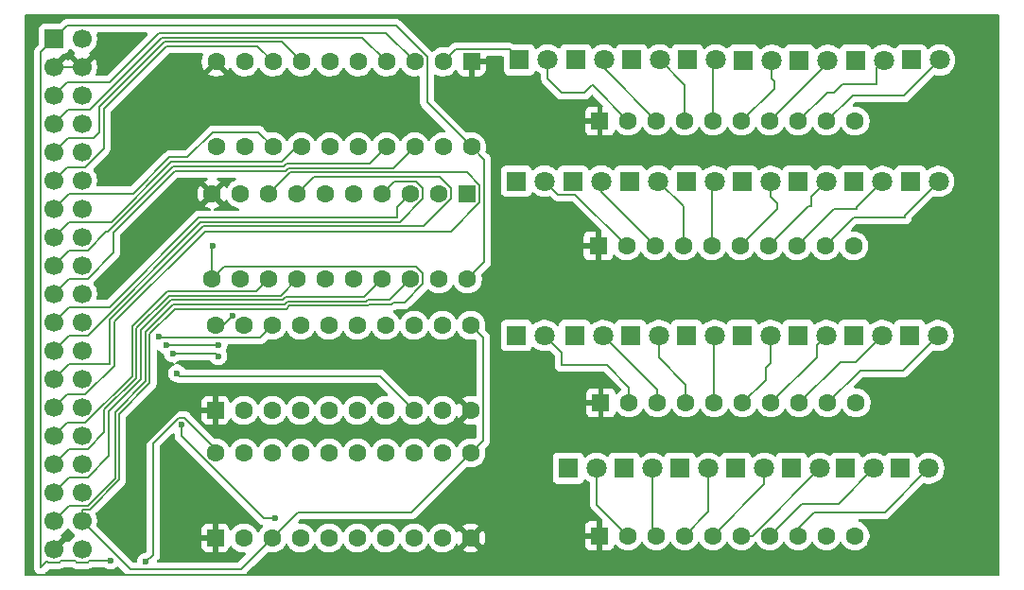
<source format=gbr>
%TF.GenerationSoftware,KiCad,Pcbnew,9.0.2*%
%TF.CreationDate,2025-06-04T16:37:23+01:00*%
%TF.ProjectId,6502ExpBoard,36353032-4578-4704-926f-6172642e6b69,rev?*%
%TF.SameCoordinates,Original*%
%TF.FileFunction,Copper,L1,Top*%
%TF.FilePolarity,Positive*%
%FSLAX46Y46*%
G04 Gerber Fmt 4.6, Leading zero omitted, Abs format (unit mm)*
G04 Created by KiCad (PCBNEW 9.0.2) date 2025-06-04 16:37:23*
%MOMM*%
%LPD*%
G01*
G04 APERTURE LIST*
G04 Aperture macros list*
%AMRoundRect*
0 Rectangle with rounded corners*
0 $1 Rounding radius*
0 $2 $3 $4 $5 $6 $7 $8 $9 X,Y pos of 4 corners*
0 Add a 4 corners polygon primitive as box body*
4,1,4,$2,$3,$4,$5,$6,$7,$8,$9,$2,$3,0*
0 Add four circle primitives for the rounded corners*
1,1,$1+$1,$2,$3*
1,1,$1+$1,$4,$5*
1,1,$1+$1,$6,$7*
1,1,$1+$1,$8,$9*
0 Add four rect primitives between the rounded corners*
20,1,$1+$1,$2,$3,$4,$5,0*
20,1,$1+$1,$4,$5,$6,$7,0*
20,1,$1+$1,$6,$7,$8,$9,0*
20,1,$1+$1,$8,$9,$2,$3,0*%
G04 Aperture macros list end*
%TA.AperFunction,Conductor*%
%ADD10C,0.200000*%
%TD*%
%TA.AperFunction,ComponentPad*%
%ADD11RoundRect,0.250000X0.550000X-0.550000X0.550000X0.550000X-0.550000X0.550000X-0.550000X-0.550000X0*%
%TD*%
%TA.AperFunction,ComponentPad*%
%ADD12C,1.600000*%
%TD*%
%TA.AperFunction,ComponentPad*%
%ADD13R,1.800000X1.800000*%
%TD*%
%TA.AperFunction,ComponentPad*%
%ADD14C,1.800000*%
%TD*%
%TA.AperFunction,ComponentPad*%
%ADD15RoundRect,0.250000X-0.550000X0.550000X-0.550000X-0.550000X0.550000X-0.550000X0.550000X0.550000X0*%
%TD*%
%TA.AperFunction,ComponentPad*%
%ADD16R,1.600000X1.600000*%
%TD*%
%TA.AperFunction,ComponentPad*%
%ADD17R,1.700000X1.700000*%
%TD*%
%TA.AperFunction,ComponentPad*%
%ADD18C,1.700000*%
%TD*%
%TA.AperFunction,ViaPad*%
%ADD19C,0.600000*%
%TD*%
G04 APERTURE END LIST*
%TO.N,GND*%
D10*
X72500000Y-30000000D02*
X159617000Y-30000000D01*
X159617000Y-80127000D01*
X72500000Y-80127000D01*
X72500000Y-30000000D01*
%TD*%
D11*
%TO.P,U4,1,OE*%
%TO.N,GND*%
X89513000Y-76825000D03*
D12*
%TO.P,U4,2,O0*%
%TO.N,Net-(D1-K)*%
X92053000Y-76825000D03*
%TO.P,U4,3,D0*%
%TO.N,clock*%
X94593000Y-76825000D03*
%TO.P,U4,4,D1*%
%TO.N,PA4*%
X97133000Y-76825000D03*
%TO.P,U4,5,O1*%
%TO.N,Net-(D2-K)*%
X99673000Y-76825000D03*
%TO.P,U4,6,O2*%
%TO.N,Net-(D3-K)*%
X102213000Y-76825000D03*
%TO.P,U4,7,D2*%
%TO.N,PA5*%
X104753000Y-76825000D03*
%TO.P,U4,8,D3*%
%TO.N,PA6*%
X107293000Y-76825000D03*
%TO.P,U4,9,O3*%
%TO.N,Net-(D4-K)*%
X109833000Y-76825000D03*
%TO.P,U4,10,GND*%
%TO.N,GND*%
X112373000Y-76825000D03*
%TO.P,U4,11,LE*%
%TO.N,clock*%
X112373000Y-69205000D03*
%TO.P,U4,12,O4*%
%TO.N,Net-(D5-K)*%
X109833000Y-69205000D03*
%TO.P,U4,13,D4*%
%TO.N,Reset*%
X107293000Y-69205000D03*
%TO.P,U4,14,D5*%
%TO.N,IRQ*%
X104753000Y-69205000D03*
%TO.P,U4,15,O5*%
%TO.N,Net-(D6-K)*%
X102213000Y-69205000D03*
%TO.P,U4,16,O6*%
%TO.N,Net-(D7-K)*%
X99673000Y-69205000D03*
%TO.P,U4,17,D6*%
%TO.N,RW*%
X97133000Y-69205000D03*
%TO.P,U4,18,D7*%
%TO.N,unconnected-(U4-D7-Pad18)*%
X94593000Y-69205000D03*
%TO.P,U4,19,O7*%
%TO.N,unconnected-(U4-O7-Pad19)*%
X92053000Y-69205000D03*
%TO.P,U4,20,VCC*%
%TO.N,VCC*%
X89513000Y-69205000D03*
%TD*%
D13*
%TO.P,D12,1,K*%
%TO.N,Net-(D12-K)*%
X131775000Y-34000000D03*
D14*
%TO.P,D12,2,A*%
%TO.N,Net-(D12-A)*%
X134315000Y-34000000D03*
%TD*%
D13*
%TO.P,D22,1,K*%
%TO.N,Net-(D22-K)*%
X141700000Y-44875000D03*
D14*
%TO.P,D22,2,A*%
%TO.N,Net-(D22-A)*%
X144240000Y-44875000D03*
%TD*%
D13*
%TO.P,D10,1,K*%
%TO.N,Net-(D10-K)*%
X121750000Y-34000000D03*
D14*
%TO.P,D10,2,A*%
%TO.N,Net-(D10-A)*%
X124290000Y-34000000D03*
%TD*%
D13*
%TO.P,D11,1,K*%
%TO.N,Net-(D11-K)*%
X126750000Y-34000000D03*
D14*
%TO.P,D11,2,A*%
%TO.N,Net-(D11-A)*%
X129290000Y-34000000D03*
%TD*%
D13*
%TO.P,D14,1,K*%
%TO.N,Net-(D14-K)*%
X141800000Y-34050000D03*
D14*
%TO.P,D14,2,A*%
%TO.N,Net-(D14-A)*%
X144340000Y-34050000D03*
%TD*%
D13*
%TO.P,D29,1,K*%
%TO.N,Net-(D29-K)*%
X136685000Y-58700000D03*
D14*
%TO.P,D29,2,A*%
%TO.N,Net-(D29-A)*%
X139225000Y-58700000D03*
%TD*%
D13*
%TO.P,D31,1,K*%
%TO.N,Net-(D31-K)*%
X146685000Y-58700000D03*
D14*
%TO.P,D31,2,A*%
%TO.N,Net-(D31-A)*%
X149225000Y-58700000D03*
%TD*%
D13*
%TO.P,D2,1,K*%
%TO.N,Net-(D2-K)*%
X126120000Y-70575000D03*
D14*
%TO.P,D2,2,A*%
%TO.N,Net-(D2-A)*%
X128660000Y-70575000D03*
%TD*%
D15*
%TO.P,U1,1,OE*%
%TO.N,GND*%
X112430000Y-34190000D03*
D12*
%TO.P,U1,2,O0*%
%TO.N,Net-(D9-K)*%
X109890000Y-34190000D03*
%TO.P,U1,3,D0*%
%TO.N,A0*%
X107350000Y-34190000D03*
%TO.P,U1,4,D1*%
%TO.N,A1*%
X104810000Y-34190000D03*
%TO.P,U1,5,O1*%
%TO.N,Net-(D10-K)*%
X102270000Y-34190000D03*
%TO.P,U1,6,O2*%
%TO.N,Net-(D11-K)*%
X99730000Y-34190000D03*
%TO.P,U1,7,D2*%
%TO.N,A2*%
X97190000Y-34190000D03*
%TO.P,U1,8,D3*%
%TO.N,A3*%
X94650000Y-34190000D03*
%TO.P,U1,9,O3*%
%TO.N,Net-(D12-K)*%
X92110000Y-34190000D03*
%TO.P,U1,10,GND*%
%TO.N,GND*%
X89570000Y-34190000D03*
%TO.P,U1,11,LE*%
%TO.N,clock*%
X89570000Y-41810000D03*
%TO.P,U1,12,O4*%
%TO.N,Net-(D13-K)*%
X92110000Y-41810000D03*
%TO.P,U1,13,D4*%
%TO.N,A4*%
X94650000Y-41810000D03*
%TO.P,U1,14,D5*%
%TO.N,A5*%
X97190000Y-41810000D03*
%TO.P,U1,15,O5*%
%TO.N,Net-(D14-K)*%
X99730000Y-41810000D03*
%TO.P,U1,16,O6*%
%TO.N,Net-(D15-K)*%
X102270000Y-41810000D03*
%TO.P,U1,17,D6*%
%TO.N,A6*%
X104810000Y-41810000D03*
%TO.P,U1,18,D7*%
%TO.N,A7*%
X107350000Y-41810000D03*
%TO.P,U1,19,O7*%
%TO.N,Net-(D16-K)*%
X109890000Y-41810000D03*
%TO.P,U1,20,VCC*%
%TO.N,VCC*%
X112430000Y-41810000D03*
%TD*%
D13*
%TO.P,D6,1,K*%
%TO.N,Net-(D6-K)*%
X145950000Y-70575000D03*
D14*
%TO.P,D6,2,A*%
%TO.N,Net-(D6-A)*%
X148490000Y-70575000D03*
%TD*%
D13*
%TO.P,D1,1,K*%
%TO.N,Net-(D1-K)*%
X121120000Y-70575000D03*
D14*
%TO.P,D1,2,A*%
%TO.N,Net-(D1-A)*%
X123660000Y-70575000D03*
%TD*%
D16*
%TO.P,RN1,1,common*%
%TO.N,GND*%
X123910000Y-76625000D03*
D12*
%TO.P,RN1,2,R1*%
%TO.N,Net-(D1-A)*%
X126450000Y-76625000D03*
%TO.P,RN1,3,R2*%
%TO.N,Net-(D2-A)*%
X128990000Y-76625000D03*
%TO.P,RN1,4,R3*%
%TO.N,Net-(D3-A)*%
X131530000Y-76625000D03*
%TO.P,RN1,5,R4*%
%TO.N,Net-(D4-A)*%
X134070000Y-76625000D03*
%TO.P,RN1,6,R5*%
%TO.N,Net-(D5-A)*%
X136610000Y-76625000D03*
%TO.P,RN1,7,R6*%
%TO.N,Net-(D6-A)*%
X139150000Y-76625000D03*
%TO.P,RN1,8,R7*%
%TO.N,Net-(D7-A)*%
X141690000Y-76625000D03*
%TO.P,RN1,9,R8*%
%TO.N,unconnected-(RN1-R8-Pad9)*%
X144230000Y-76625000D03*
%TO.P,RN1,10,R9*%
%TO.N,unconnected-(RN1-R9-Pad10)*%
X146770000Y-76625000D03*
%TD*%
D13*
%TO.P,D9,1,K*%
%TO.N,Net-(D9-K)*%
X116730000Y-34000000D03*
D14*
%TO.P,D9,2,A*%
%TO.N,Net-(D9-A)*%
X119270000Y-34000000D03*
%TD*%
D13*
%TO.P,D19,1,K*%
%TO.N,Net-(D19-K)*%
X126625000Y-44875000D03*
D14*
%TO.P,D19,2,A*%
%TO.N,Net-(D19-A)*%
X129165000Y-44875000D03*
%TD*%
D13*
%TO.P,D30,1,K*%
%TO.N,Net-(D30-K)*%
X141685000Y-58700000D03*
D14*
%TO.P,D30,2,A*%
%TO.N,Net-(D30-A)*%
X144225000Y-58700000D03*
%TD*%
D13*
%TO.P,D25,1,K*%
%TO.N,Net-(D25-K)*%
X116455000Y-58700000D03*
D14*
%TO.P,D25,2,A*%
%TO.N,Net-(D25-A)*%
X118995000Y-58700000D03*
%TD*%
D13*
%TO.P,D20,1,K*%
%TO.N,Net-(D20-K)*%
X131675000Y-44900000D03*
D14*
%TO.P,D20,2,A*%
%TO.N,Net-(D20-A)*%
X134215000Y-44900000D03*
%TD*%
D13*
%TO.P,D3,1,K*%
%TO.N,Net-(D3-K)*%
X131120000Y-70575000D03*
D14*
%TO.P,D3,2,A*%
%TO.N,Net-(D3-A)*%
X133660000Y-70575000D03*
%TD*%
D16*
%TO.P,RN2,1,common*%
%TO.N,GND*%
X123935000Y-39500000D03*
D12*
%TO.P,RN2,2,R1*%
%TO.N,Net-(D9-A)*%
X126475000Y-39500000D03*
%TO.P,RN2,3,R2*%
%TO.N,Net-(D10-A)*%
X129015000Y-39500000D03*
%TO.P,RN2,4,R3*%
%TO.N,Net-(D11-A)*%
X131555000Y-39500000D03*
%TO.P,RN2,5,R4*%
%TO.N,Net-(D12-A)*%
X134095000Y-39500000D03*
%TO.P,RN2,6,R5*%
%TO.N,Net-(D13-A)*%
X136635000Y-39500000D03*
%TO.P,RN2,7,R6*%
%TO.N,Net-(D14-A)*%
X139175000Y-39500000D03*
%TO.P,RN2,8,R7*%
%TO.N,Net-(D15-A)*%
X141715000Y-39500000D03*
%TO.P,RN2,9,R8*%
%TO.N,Net-(D16-A)*%
X144255000Y-39500000D03*
%TO.P,RN2,10,R9*%
%TO.N,unconnected-(RN2-R9-Pad10)*%
X146795000Y-39500000D03*
%TD*%
D13*
%TO.P,D27,1,K*%
%TO.N,Net-(D27-K)*%
X126685000Y-58700000D03*
D14*
%TO.P,D27,2,A*%
%TO.N,Net-(D27-A)*%
X129225000Y-58700000D03*
%TD*%
D11*
%TO.P,UPackage_DIP:DIP-20_W7.62mm_Socket1,1,OE*%
%TO.N,GND*%
X89513000Y-65395000D03*
D12*
%TO.P,UPackage_DIP:DIP-20_W7.62mm_Socket1,2,O0*%
%TO.N,Net-(D25-K)*%
X92053000Y-65395000D03*
%TO.P,UPackage_DIP:DIP-20_W7.62mm_Socket1,3,D0*%
%TO.N,D0*%
X94593000Y-65395000D03*
%TO.P,UPackage_DIP:DIP-20_W7.62mm_Socket1,4,D1*%
%TO.N,D1*%
X97133000Y-65395000D03*
%TO.P,UPackage_DIP:DIP-20_W7.62mm_Socket1,5,O1*%
%TO.N,Net-(D26-K)*%
X99673000Y-65395000D03*
%TO.P,UPackage_DIP:DIP-20_W7.62mm_Socket1,6,O2*%
%TO.N,Net-(D27-K)*%
X102213000Y-65395000D03*
%TO.P,UPackage_DIP:DIP-20_W7.62mm_Socket1,7,D2*%
%TO.N,D2*%
X104753000Y-65395000D03*
%TO.P,UPackage_DIP:DIP-20_W7.62mm_Socket1,8,D3*%
%TO.N,D3*%
X107293000Y-65395000D03*
%TO.P,UPackage_DIP:DIP-20_W7.62mm_Socket1,9,O3*%
%TO.N,Net-(D28-K)*%
X109833000Y-65395000D03*
%TO.P,UPackage_DIP:DIP-20_W7.62mm_Socket1,10,GND*%
%TO.N,GND*%
X112373000Y-65395000D03*
%TO.P,UPackage_DIP:DIP-20_W7.62mm_Socket1,11,LE*%
%TO.N,clock*%
X112373000Y-57775000D03*
%TO.P,UPackage_DIP:DIP-20_W7.62mm_Socket1,12,O4*%
%TO.N,Net-(D29-K)*%
X109833000Y-57775000D03*
%TO.P,UPackage_DIP:DIP-20_W7.62mm_Socket1,13,D4*%
%TO.N,D4*%
X107293000Y-57775000D03*
%TO.P,UPackage_DIP:DIP-20_W7.62mm_Socket1,14,D5*%
%TO.N,D5*%
X104753000Y-57775000D03*
%TO.P,UPackage_DIP:DIP-20_W7.62mm_Socket1,15,O5*%
%TO.N,Net-(D30-K)*%
X102213000Y-57775000D03*
%TO.P,UPackage_DIP:DIP-20_W7.62mm_Socket1,16,O6*%
%TO.N,Net-(D31-K)*%
X99673000Y-57775000D03*
%TO.P,UPackage_DIP:DIP-20_W7.62mm_Socket1,17,D6*%
%TO.N,D6*%
X97133000Y-57775000D03*
%TO.P,UPackage_DIP:DIP-20_W7.62mm_Socket1,18,D7*%
%TO.N,D7*%
X94593000Y-57775000D03*
%TO.P,UPackage_DIP:DIP-20_W7.62mm_Socket1,19,O7*%
%TO.N,Net-(D32-K)*%
X92053000Y-57775000D03*
%TO.P,UPackage_DIP:DIP-20_W7.62mm_Socket1,20,VCC*%
%TO.N,VCC*%
X89513000Y-57775000D03*
%TD*%
D13*
%TO.P,D26,1,K*%
%TO.N,Net-(D26-K)*%
X121685000Y-58700000D03*
D14*
%TO.P,D26,2,A*%
%TO.N,Net-(D26-A)*%
X124225000Y-58700000D03*
%TD*%
D13*
%TO.P,D7,1,K*%
%TO.N,Net-(D7-K)*%
X150850000Y-70575000D03*
D14*
%TO.P,D7,2,A*%
%TO.N,Net-(D7-A)*%
X153390000Y-70575000D03*
%TD*%
D13*
%TO.P,D32,1,K*%
%TO.N,Net-(D32-K)*%
X151685000Y-58700000D03*
D14*
%TO.P,D32,2,A*%
%TO.N,Net-(D32-A)*%
X154225000Y-58700000D03*
%TD*%
D13*
%TO.P,D13,1,K*%
%TO.N,Net-(D13-K)*%
X136800000Y-34050000D03*
D14*
%TO.P,D13,2,A*%
%TO.N,Net-(D13-A)*%
X139340000Y-34050000D03*
%TD*%
D13*
%TO.P,D4,1,K*%
%TO.N,Net-(D4-K)*%
X136120000Y-70575000D03*
D14*
%TO.P,D4,2,A*%
%TO.N,Net-(D4-A)*%
X138660000Y-70575000D03*
%TD*%
D16*
%TO.P,RN3,1,common*%
%TO.N,GND*%
X123795000Y-50675000D03*
D12*
%TO.P,RN3,2,R1*%
%TO.N,Net-(D17-A)*%
X126335000Y-50675000D03*
%TO.P,RN3,3,R2*%
%TO.N,Net-(D18-A)*%
X128875000Y-50675000D03*
%TO.P,RN3,4,R3*%
%TO.N,Net-(D19-A)*%
X131415000Y-50675000D03*
%TO.P,RN3,5,R4*%
%TO.N,Net-(D20-A)*%
X133955000Y-50675000D03*
%TO.P,RN3,6,R5*%
%TO.N,Net-(D21-A)*%
X136495000Y-50675000D03*
%TO.P,RN3,7,R6*%
%TO.N,Net-(D22-A)*%
X139035000Y-50675000D03*
%TO.P,RN3,8,R7*%
%TO.N,Net-(D23-A)*%
X141575000Y-50675000D03*
%TO.P,RN3,9,R8*%
%TO.N,Net-(D24-A)*%
X144115000Y-50675000D03*
%TO.P,RN3,10,R9*%
%TO.N,unconnected-(RN3-R9-Pad10)*%
X146655000Y-50675000D03*
%TD*%
D13*
%TO.P,D16,1,K*%
%TO.N,Net-(D16-K)*%
X151825000Y-34025000D03*
D14*
%TO.P,D16,2,A*%
%TO.N,Net-(D16-A)*%
X154365000Y-34025000D03*
%TD*%
D17*
%TO.P,J2,1,Pin_1*%
%TO.N,VCC*%
X75035000Y-32121000D03*
D18*
%TO.P,J2,2,Pin_2*%
%TO.N,3.3v*%
X77575000Y-32121000D03*
%TO.P,J2,3,Pin_3*%
%TO.N,GND*%
X75035000Y-34661000D03*
%TO.P,J2,4,Pin_4*%
X77575000Y-34661000D03*
%TO.P,J2,5,Pin_5*%
%TO.N,A0*%
X75035000Y-37201000D03*
%TO.P,J2,6,Pin_6*%
%TO.N,D0*%
X77575000Y-37201000D03*
%TO.P,J2,7,Pin_7*%
%TO.N,A1*%
X75035000Y-39741000D03*
%TO.P,J2,8,Pin_8*%
%TO.N,D1*%
X77575000Y-39741000D03*
%TO.P,J2,9,Pin_9*%
%TO.N,A2*%
X75035000Y-42281000D03*
%TO.P,J2,10,Pin_10*%
%TO.N,D2*%
X77575000Y-42281000D03*
%TO.P,J2,11,Pin_11*%
%TO.N,A3*%
X75035000Y-44821000D03*
%TO.P,J2,12,Pin_12*%
%TO.N,D3*%
X77575000Y-44821000D03*
%TO.P,J2,13,Pin_13*%
%TO.N,A4*%
X75035000Y-47361000D03*
%TO.P,J2,14,Pin_14*%
%TO.N,D4*%
X77575000Y-47361000D03*
%TO.P,J2,15,Pin_15*%
%TO.N,A5*%
X75035000Y-49901000D03*
%TO.P,J2,16,Pin_16*%
%TO.N,D5*%
X77575000Y-49901000D03*
%TO.P,J2,17,Pin_17*%
%TO.N,A6*%
X75035000Y-52441000D03*
%TO.P,J2,18,Pin_18*%
%TO.N,D6*%
X77575000Y-52441000D03*
%TO.P,J2,19,Pin_19*%
%TO.N,A7*%
X75035000Y-54981000D03*
%TO.P,J2,20,Pin_20*%
%TO.N,D7*%
X77575000Y-54981000D03*
%TO.P,J2,21,Pin_21*%
%TO.N,A8*%
X75035000Y-57521000D03*
%TO.P,J2,22,Pin_22*%
%TO.N,PA4*%
X77575000Y-57521000D03*
%TO.P,J2,23,Pin_23*%
%TO.N,A9*%
X75035000Y-60061000D03*
%TO.P,J2,24,Pin_24*%
%TO.N,PA5*%
X77575000Y-60061000D03*
%TO.P,J2,25,Pin_25*%
%TO.N,A10*%
X75035000Y-62601000D03*
%TO.P,J2,26,Pin_26*%
%TO.N,PA6*%
X77575000Y-62601000D03*
%TO.P,J2,27,Pin_27*%
%TO.N,A11*%
X75035000Y-65141000D03*
%TO.P,J2,28,Pin_28*%
%TO.N,Reset*%
X77575000Y-65141000D03*
%TO.P,J2,29,Pin_29*%
%TO.N,A12*%
X75035000Y-67681000D03*
%TO.P,J2,30,Pin_30*%
%TO.N,IRQ*%
X77575000Y-67681000D03*
%TO.P,J2,31,Pin_31*%
%TO.N,A13*%
X75035000Y-70221000D03*
%TO.P,J2,32,Pin_32*%
%TO.N,RW*%
X77575000Y-70221000D03*
%TO.P,J2,33,Pin_33*%
%TO.N,A14*%
X75035000Y-72761000D03*
%TO.P,J2,34,Pin_34*%
%TO.N,unconnected-(J2-Pin_34-Pad34)*%
X77575000Y-72761000D03*
%TO.P,J2,35,Pin_35*%
%TO.N,A15*%
X75035000Y-75301000D03*
%TO.P,J2,36,Pin_36*%
%TO.N,clock*%
X77575000Y-75301000D03*
%TO.P,J2,37,Pin_37*%
%TO.N,GND*%
X75035000Y-77841000D03*
%TO.P,J2,38,Pin_38*%
%TO.N,unconnected-(J2-Pin_38-Pad38)*%
X77575000Y-77841000D03*
%TD*%
D13*
%TO.P,D28,1,K*%
%TO.N,Net-(D28-K)*%
X131685000Y-58700000D03*
D14*
%TO.P,D28,2,A*%
%TO.N,Net-(D28-A)*%
X134225000Y-58700000D03*
%TD*%
D13*
%TO.P,D23,1,K*%
%TO.N,Net-(D23-K)*%
X146705000Y-44900000D03*
D14*
%TO.P,D23,2,A*%
%TO.N,Net-(D23-A)*%
X149245000Y-44900000D03*
%TD*%
D13*
%TO.P,D17,1,K*%
%TO.N,Net-(D17-K)*%
X116450000Y-44875000D03*
D14*
%TO.P,D17,2,A*%
%TO.N,Net-(D17-A)*%
X118990000Y-44875000D03*
%TD*%
D13*
%TO.P,D5,1,K*%
%TO.N,Net-(D5-K)*%
X141100000Y-70575000D03*
D14*
%TO.P,D5,2,A*%
%TO.N,Net-(D5-A)*%
X143640000Y-70575000D03*
%TD*%
D13*
%TO.P,D21,1,K*%
%TO.N,Net-(D21-K)*%
X136680000Y-44900000D03*
D14*
%TO.P,D21,2,A*%
%TO.N,Net-(D21-A)*%
X139220000Y-44900000D03*
%TD*%
D13*
%TO.P,D15,1,K*%
%TO.N,Net-(D15-K)*%
X146825000Y-34050000D03*
D14*
%TO.P,D15,2,A*%
%TO.N,Net-(D15-A)*%
X149365000Y-34050000D03*
%TD*%
D13*
%TO.P,D18,1,K*%
%TO.N,Net-(D18-K)*%
X121525000Y-44875000D03*
D14*
%TO.P,D18,2,A*%
%TO.N,Net-(D18-A)*%
X124065000Y-44875000D03*
%TD*%
D15*
%TO.P,U2,1,OE*%
%TO.N,GND*%
X112080000Y-46000000D03*
D12*
%TO.P,U2,2,O0*%
%TO.N,Net-(D17-K)*%
X109540000Y-46000000D03*
%TO.P,U2,3,D0*%
%TO.N,A8*%
X107000000Y-46000000D03*
%TO.P,U2,4,D1*%
%TO.N,A9*%
X104460000Y-46000000D03*
%TO.P,U2,5,O1*%
%TO.N,Net-(D18-K)*%
X101920000Y-46000000D03*
%TO.P,U2,6,O2*%
%TO.N,Net-(D19-K)*%
X99380000Y-46000000D03*
%TO.P,U2,7,D2*%
%TO.N,A10*%
X96840000Y-46000000D03*
%TO.P,U2,8,D3*%
%TO.N,A11*%
X94300000Y-46000000D03*
%TO.P,U2,9,O3*%
%TO.N,Net-(D20-K)*%
X91760000Y-46000000D03*
%TO.P,U2,10,GND*%
%TO.N,GND*%
X89220000Y-46000000D03*
%TO.P,U2,11,LE*%
%TO.N,clock*%
X89220000Y-53620000D03*
%TO.P,U2,12,O4*%
%TO.N,Net-(D21-K)*%
X91760000Y-53620000D03*
%TO.P,U2,13,D4*%
%TO.N,A12*%
X94300000Y-53620000D03*
%TO.P,U2,14,D5*%
%TO.N,A13*%
X96840000Y-53620000D03*
%TO.P,U2,15,O5*%
%TO.N,Net-(D22-K)*%
X99380000Y-53620000D03*
%TO.P,U2,16,O6*%
%TO.N,Net-(D23-K)*%
X101920000Y-53620000D03*
%TO.P,U2,17,D6*%
%TO.N,A14*%
X104460000Y-53620000D03*
%TO.P,U2,18,D7*%
%TO.N,A15*%
X107000000Y-53620000D03*
%TO.P,U2,19,O7*%
%TO.N,Net-(D24-K)*%
X109540000Y-53620000D03*
%TO.P,U2,20,VCC*%
%TO.N,VCC*%
X112080000Y-53620000D03*
%TD*%
D16*
%TO.P,RN4,1,common*%
%TO.N,GND*%
X124020000Y-64725000D03*
D12*
%TO.P,RN4,2,R1*%
%TO.N,Net-(D25-A)*%
X126560000Y-64725000D03*
%TO.P,RN4,3,R2*%
%TO.N,Net-(D26-A)*%
X129100000Y-64725000D03*
%TO.P,RN4,4,R3*%
%TO.N,Net-(D27-A)*%
X131640000Y-64725000D03*
%TO.P,RN4,5,R4*%
%TO.N,Net-(D28-A)*%
X134180000Y-64725000D03*
%TO.P,RN4,6,R5*%
%TO.N,Net-(D29-A)*%
X136720000Y-64725000D03*
%TO.P,RN4,7,R6*%
%TO.N,Net-(D30-A)*%
X139260000Y-64725000D03*
%TO.P,RN4,8,R7*%
%TO.N,Net-(D31-A)*%
X141800000Y-64725000D03*
%TO.P,RN4,9,R8*%
%TO.N,Net-(D32-A)*%
X144340000Y-64725000D03*
%TO.P,RN4,10,R9*%
%TO.N,unconnected-(RN4-R9-Pad10)*%
X146880000Y-64725000D03*
%TD*%
D13*
%TO.P,D24,1,K*%
%TO.N,Net-(D24-K)*%
X151725000Y-44900000D03*
D14*
%TO.P,D24,2,A*%
%TO.N,Net-(D24-A)*%
X154265000Y-44900000D03*
%TD*%
D19*
%TO.N,D5*%
X85078000Y-59548847D03*
X89767000Y-59553000D03*
%TO.N,D3*%
X86079000Y-62093000D03*
%TO.N,GND*%
X85703000Y-76825000D03*
X85957000Y-40376000D03*
X82147000Y-75301000D03*
X114405000Y-34661000D03*
X80242000Y-32629000D03*
X114405000Y-45837000D03*
X83163000Y-37328000D03*
%TO.N,D7*%
X84478000Y-58791000D03*
%TO.N,PA4*%
X86465000Y-66665000D03*
X94847000Y-75047000D03*
%TO.N,D4*%
X89767000Y-60569000D03*
X85678000Y-60315000D03*
%TO.N,VCC*%
X80115000Y-78857000D03*
X91066552Y-56925000D03*
X83290000Y-78984000D03*
%TO.N,clock*%
X89259000Y-50663000D03*
%TD*%
D10*
%TO.N,Net-(D1-A)*%
X123660000Y-73835000D02*
X126450000Y-76625000D01*
X123660000Y-70575000D02*
X123660000Y-73835000D01*
%TO.N,Net-(D2-A)*%
X128660000Y-70575000D02*
X128660000Y-76295000D01*
X128660000Y-76295000D02*
X128990000Y-76625000D01*
%TO.N,Net-(D3-A)*%
X133660000Y-74495000D02*
X131530000Y-76625000D01*
X133660000Y-70575000D02*
X133660000Y-74495000D01*
%TO.N,Net-(D4-A)*%
X138660000Y-72035000D02*
X134070000Y-76625000D01*
X138660000Y-70575000D02*
X138660000Y-72035000D01*
%TO.N,Net-(D5-A)*%
X143640000Y-70575000D02*
X137590000Y-76625000D01*
X137590000Y-76625000D02*
X136610000Y-76625000D01*
%TO.N,Net-(D6-A)*%
X141998000Y-73777000D02*
X145288000Y-73777000D01*
X145288000Y-73777000D02*
X148490000Y-70575000D01*
X139150000Y-76625000D02*
X141998000Y-73777000D01*
%TO.N,Net-(D7-A)*%
X149426000Y-74539000D02*
X153390000Y-70575000D01*
X141690000Y-75956000D02*
X143107000Y-74539000D01*
X141690000Y-76625000D02*
X141690000Y-75956000D01*
X143107000Y-74539000D02*
X149426000Y-74539000D01*
%TO.N,Net-(D9-A)*%
X120501000Y-36947000D02*
X119270000Y-35716000D01*
X122533000Y-36947000D02*
X120501000Y-36947000D01*
X126475000Y-39500000D02*
X123263000Y-36288000D01*
X119270000Y-35716000D02*
X119270000Y-34000000D01*
X123192000Y-36288000D02*
X122533000Y-36947000D01*
X123263000Y-36288000D02*
X123192000Y-36288000D01*
%TO.N,Net-(D9-K)*%
X110991000Y-33089000D02*
X115819000Y-33089000D01*
X109890000Y-34190000D02*
X110991000Y-33089000D01*
X115819000Y-33089000D02*
X116730000Y-34000000D01*
%TO.N,Net-(D10-A)*%
X129015000Y-39500000D02*
X124290000Y-34775000D01*
X124290000Y-34775000D02*
X124290000Y-34000000D01*
%TO.N,Net-(D11-A)*%
X131555000Y-36265000D02*
X129290000Y-34000000D01*
X131555000Y-39500000D02*
X131555000Y-36265000D01*
%TO.N,Net-(D12-A)*%
X134095000Y-34220000D02*
X134315000Y-34000000D01*
X134095000Y-39500000D02*
X134095000Y-34220000D01*
%TO.N,Net-(D13-A)*%
X136635000Y-39500000D02*
X139551000Y-36584000D01*
X139551000Y-36584000D02*
X139551000Y-35931000D01*
X139340000Y-35720000D02*
X139340000Y-34050000D01*
X139551000Y-35931000D02*
X139340000Y-35720000D01*
%TO.N,Net-(D14-A)*%
X144340000Y-34335000D02*
X144340000Y-34050000D01*
X139175000Y-39500000D02*
X144340000Y-34335000D01*
%TO.N,Net-(D15-A)*%
X141715000Y-39500000D02*
X144268000Y-36947000D01*
X148695000Y-36185000D02*
X148695000Y-34720000D01*
X148695000Y-34720000D02*
X149365000Y-34050000D01*
X144885000Y-36947000D02*
X145647000Y-36185000D01*
X144268000Y-36947000D02*
X144885000Y-36947000D01*
X145647000Y-36185000D02*
X148695000Y-36185000D01*
%TO.N,Net-(D16-A)*%
X144255000Y-39500000D02*
X146554000Y-37201000D01*
X151189000Y-37201000D02*
X154365000Y-34025000D01*
X146554000Y-37201000D02*
X151189000Y-37201000D01*
%TO.N,Net-(D17-A)*%
X120191000Y-46076000D02*
X118990000Y-44875000D01*
X121736000Y-46076000D02*
X120191000Y-46076000D01*
X126335000Y-50675000D02*
X121736000Y-46076000D01*
%TO.N,Net-(D18-A)*%
X128875000Y-50675000D02*
X124065000Y-45865000D01*
X124065000Y-45865000D02*
X124065000Y-44875000D01*
%TO.N,Net-(D19-A)*%
X131415000Y-47125000D02*
X129165000Y-44875000D01*
X131415000Y-50675000D02*
X131415000Y-47125000D01*
%TO.N,Net-(D20-A)*%
X133955000Y-50675000D02*
X133955000Y-45160000D01*
X133955000Y-45160000D02*
X134215000Y-44900000D01*
%TO.N,Net-(D21-A)*%
X139220000Y-46268000D02*
X139220000Y-44900000D01*
X136495000Y-50675000D02*
X139805000Y-47365000D01*
X139805000Y-47365000D02*
X139805000Y-46853000D01*
X139805000Y-46853000D02*
X139220000Y-46268000D01*
%TO.N,Net-(D22-A)*%
X142603000Y-47107000D02*
X142853000Y-47107000D01*
X142853000Y-47107000D02*
X142853000Y-46262000D01*
X142853000Y-46262000D02*
X144240000Y-44875000D01*
X139035000Y-50675000D02*
X142603000Y-47107000D01*
%TO.N,Net-(D23-A)*%
X144889000Y-47361000D02*
X146917000Y-47361000D01*
X146917000Y-47361000D02*
X146917000Y-47228000D01*
X146917000Y-47228000D02*
X149245000Y-44900000D01*
X141575000Y-50675000D02*
X144889000Y-47361000D01*
%TO.N,Net-(D24-A)*%
X151235000Y-48123000D02*
X151235000Y-47930000D01*
X146667000Y-48123000D02*
X151235000Y-48123000D01*
X144115000Y-50675000D02*
X146667000Y-48123000D01*
X151235000Y-47930000D02*
X154265000Y-44900000D01*
%TO.N,Net-(D25-A)*%
X120501000Y-61331000D02*
X120501000Y-60206000D01*
X120501000Y-60206000D02*
X118995000Y-58700000D01*
X124565000Y-61331000D02*
X120501000Y-61331000D01*
X126560000Y-63326000D02*
X124565000Y-61331000D01*
X126560000Y-64725000D02*
X126560000Y-63326000D01*
%TO.N,Net-(D26-A)*%
X129100000Y-63575000D02*
X124225000Y-58700000D01*
X129100000Y-64725000D02*
X129100000Y-63575000D01*
%TO.N,Net-(D27-A)*%
X129225000Y-60657000D02*
X129225000Y-58700000D01*
X131640000Y-64725000D02*
X131640000Y-63072000D01*
X131640000Y-63072000D02*
X129225000Y-60657000D01*
%TO.N,Net-(D28-A)*%
X134180000Y-64725000D02*
X134180000Y-58745000D01*
X134180000Y-58745000D02*
X134225000Y-58700000D01*
%TO.N,Net-(D29-A)*%
X139225000Y-61149000D02*
X139225000Y-58700000D01*
X138789000Y-62656000D02*
X138789000Y-61585000D01*
X136720000Y-64725000D02*
X138789000Y-62656000D01*
X138789000Y-61585000D02*
X139225000Y-61149000D01*
%TO.N,Net-(D30-A)*%
X139260000Y-64725000D02*
X143361000Y-60624000D01*
X143361000Y-59564000D02*
X144225000Y-58700000D01*
X143361000Y-60624000D02*
X143361000Y-59564000D01*
%TO.N,Net-(D31-A)*%
X145448000Y-61077000D02*
X146848000Y-61077000D01*
X146848000Y-61077000D02*
X149225000Y-58700000D01*
X141800000Y-64725000D02*
X145448000Y-61077000D01*
%TO.N,Net-(D32-A)*%
X144340000Y-64725000D02*
X147226000Y-61839000D01*
X151086000Y-61839000D02*
X154225000Y-58700000D01*
X147226000Y-61839000D02*
X151086000Y-61839000D01*
%TO.N,A3*%
X85107100Y-32816000D02*
X79500000Y-38423100D01*
X94650000Y-34190000D02*
X93276000Y-32816000D01*
X77813760Y-43670000D02*
X76186000Y-43670000D01*
X76186000Y-43670000D02*
X75035000Y-44821000D01*
X79500000Y-41983760D02*
X77813760Y-43670000D01*
X93276000Y-32816000D02*
X85107100Y-32816000D01*
X79500000Y-38423100D02*
X79500000Y-41983760D01*
%TO.N,D5*%
X89762847Y-59548847D02*
X89767000Y-59553000D01*
X85078000Y-59548847D02*
X89762847Y-59548847D01*
%TO.N,A12*%
X93199000Y-54721000D02*
X94300000Y-53620000D01*
X75035000Y-67681000D02*
X76186000Y-66530000D01*
X82029550Y-62314210D02*
X82029550Y-57892450D01*
X82029550Y-57892450D02*
X85201000Y-54721000D01*
X77813760Y-66530000D02*
X82029550Y-62314210D01*
X76186000Y-66530000D02*
X77813760Y-66530000D01*
X85201000Y-54721000D02*
X93199000Y-54721000D01*
%TO.N,D3*%
X104245000Y-62347000D02*
X86333000Y-62347000D01*
X86333000Y-62347000D02*
X86079000Y-62093000D01*
X107293000Y-65395000D02*
X104245000Y-62347000D01*
%TO.N,GND*%
X79607000Y-32629000D02*
X80242000Y-32629000D01*
X75035000Y-34661000D02*
X77575000Y-34661000D01*
X123935000Y-39500000D02*
X119130740Y-39500000D01*
X89513000Y-65395000D02*
X86211000Y-65395000D01*
X86211000Y-65395000D02*
X82147000Y-69459000D01*
X119130740Y-39500000D02*
X114405000Y-44225740D01*
X89513000Y-76825000D02*
X89767000Y-76825000D01*
X114405000Y-34661000D02*
X119244000Y-39500000D01*
X119244000Y-39500000D02*
X123935000Y-39500000D01*
X114405000Y-44225740D02*
X114405000Y-45837000D01*
X77575000Y-34661000D02*
X79607000Y-32629000D01*
X82147000Y-69459000D02*
X82147000Y-75301000D01*
%TO.N,A13*%
X82430550Y-62480310D02*
X82430550Y-58058550D01*
X85367100Y-55122000D02*
X95338000Y-55122000D01*
X78051760Y-68832000D02*
X79561430Y-67322330D01*
X79561430Y-65349430D02*
X82430550Y-62480310D01*
X79561430Y-67322330D02*
X79561430Y-65349430D01*
X75035000Y-70221000D02*
X76424000Y-68832000D01*
X82430550Y-58058550D02*
X85367100Y-55122000D01*
X95338000Y-55122000D02*
X96840000Y-53620000D01*
X76424000Y-68832000D02*
X78051760Y-68832000D01*
%TO.N,A15*%
X75035000Y-75301000D02*
X76424000Y-73912000D01*
X95670200Y-55924000D02*
X95958200Y-55636000D01*
X83232550Y-58390750D02*
X85699300Y-55924000D01*
X78051760Y-73912000D02*
X80509530Y-71454230D01*
X80509530Y-65535530D02*
X83232550Y-62812510D01*
X103158100Y-55489000D02*
X105131000Y-55489000D01*
X76424000Y-73912000D02*
X78051760Y-73912000D01*
X103011100Y-55636000D02*
X103158100Y-55489000D01*
X105131000Y-55489000D02*
X107000000Y-53620000D01*
X85699300Y-55924000D02*
X95670200Y-55924000D01*
X80509530Y-71454230D02*
X80509530Y-65535530D01*
X95958200Y-55636000D02*
X103011100Y-55636000D01*
X83232550Y-62812510D02*
X83232550Y-58390750D01*
%TO.N,D7*%
X84563000Y-58876000D02*
X93492000Y-58876000D01*
X93492000Y-58876000D02*
X94593000Y-57775000D01*
X84478000Y-58791000D02*
X84563000Y-58876000D01*
%TO.N,A0*%
X104773000Y-31613000D02*
X84433000Y-31613000D01*
X107350000Y-34190000D02*
X104773000Y-31613000D01*
X84433000Y-31613000D02*
X79996000Y-36050000D01*
X76186000Y-36050000D02*
X75035000Y-37201000D01*
X79996000Y-36050000D02*
X76186000Y-36050000D01*
%TO.N,PA4*%
X86465000Y-67714050D02*
X93797950Y-75047000D01*
X86465000Y-66665000D02*
X86465000Y-67714050D01*
X93797950Y-75047000D02*
X94847000Y-75047000D01*
%TO.N,D4*%
X85678000Y-60315000D02*
X89513000Y-60315000D01*
X89513000Y-60315000D02*
X89767000Y-60569000D01*
%TO.N,A10*%
X98342000Y-44498000D02*
X96840000Y-46000000D01*
X76424000Y-61212000D02*
X80070950Y-61212000D01*
X110641000Y-45543950D02*
X109595050Y-44498000D01*
X75035000Y-62601000D02*
X76424000Y-61212000D01*
X108172050Y-48925000D02*
X110641000Y-46456050D01*
X80070950Y-57311050D02*
X88457000Y-48925000D01*
X88457000Y-48925000D02*
X92815000Y-48925000D01*
X80070950Y-61212000D02*
X80070950Y-57311050D01*
X92357950Y-48925000D02*
X108172050Y-48925000D01*
X110641000Y-46456050D02*
X110641000Y-45543950D01*
X109595050Y-44498000D02*
X98342000Y-44498000D01*
%TO.N,A8*%
X76424000Y-56132000D02*
X80024660Y-56132000D01*
X80024660Y-56132000D02*
X88033660Y-48123000D01*
X105769000Y-47231000D02*
X107000000Y-46000000D01*
X105769000Y-48123000D02*
X105769000Y-47231000D01*
X88033660Y-48123000D02*
X105769000Y-48123000D01*
X75035000Y-57521000D02*
X76424000Y-56132000D01*
%TO.N,A14*%
X75035000Y-72761000D02*
X76424000Y-71372000D01*
X76424000Y-71372000D02*
X78051760Y-71372000D01*
X85533200Y-55523000D02*
X95504100Y-55523000D01*
X82831550Y-58224650D02*
X85533200Y-55523000D01*
X95504100Y-55523000D02*
X95792100Y-55235000D01*
X82831550Y-62646410D02*
X82831550Y-58224650D01*
X78051760Y-71372000D02*
X79962430Y-69461330D01*
X102845000Y-55235000D02*
X104460000Y-53620000D01*
X95792100Y-55235000D02*
X102845000Y-55235000D01*
X79962430Y-65515530D02*
X82831550Y-62646410D01*
X79962430Y-69461330D02*
X79962430Y-65515530D01*
%TO.N,A7*%
X78051760Y-53592000D02*
X80369000Y-51274760D01*
X76424000Y-53592000D02*
X78051760Y-53592000D01*
X80369000Y-51274760D02*
X80369000Y-49452100D01*
X75035000Y-54981000D02*
X76424000Y-53592000D01*
X80369000Y-49452100D02*
X85869100Y-43952000D01*
X105464000Y-43696000D02*
X107350000Y-41810000D01*
X96036900Y-43696000D02*
X105464000Y-43696000D01*
X95780900Y-43952000D02*
X96036900Y-43696000D01*
X85869100Y-43952000D02*
X95780900Y-43952000D01*
%TO.N,A5*%
X75035000Y-49901000D02*
X76424000Y-48512000D01*
X96788700Y-41810000D02*
X97190000Y-41810000D01*
X95448700Y-43150000D02*
X96788700Y-41810000D01*
X85536900Y-43150000D02*
X95448700Y-43150000D01*
X80174900Y-48512000D02*
X85536900Y-43150000D01*
X76424000Y-48512000D02*
X80174900Y-48512000D01*
%TO.N,VCC*%
X86713943Y-66064000D02*
X89513000Y-68863057D01*
X73884000Y-79484000D02*
X73884000Y-33272000D01*
X75646760Y-78857000D02*
X75511760Y-78992000D01*
X112430000Y-41810000D02*
X113582000Y-42962000D01*
X74467120Y-78900880D02*
X73884000Y-79484000D01*
X105687050Y-30970000D02*
X108451000Y-33733950D01*
X113582000Y-42962000D02*
X113582000Y-52118000D01*
X113582000Y-52118000D02*
X112080000Y-53620000D01*
X83925000Y-68355057D02*
X86216057Y-66064000D01*
X83925000Y-78349000D02*
X83925000Y-68355057D01*
X108451000Y-37831000D02*
X112430000Y-41810000D01*
X90216552Y-57775000D02*
X91066552Y-56925000D01*
X80115000Y-78857000D02*
X78186760Y-78857000D01*
X89513000Y-68863057D02*
X89513000Y-69205000D01*
X76186000Y-30970000D02*
X105687050Y-30970000D01*
X108451000Y-33733950D02*
X108451000Y-37831000D01*
X86216057Y-66064000D02*
X86713943Y-66064000D01*
X89513000Y-57775000D02*
X90216552Y-57775000D01*
X75511760Y-78992000D02*
X74558240Y-78992000D01*
X77098240Y-78992000D02*
X76963240Y-78857000D01*
X78051760Y-78992000D02*
X77098240Y-78992000D01*
X73884000Y-33272000D02*
X75035000Y-32121000D01*
X78186760Y-78857000D02*
X78051760Y-78992000D01*
X74558240Y-78992000D02*
X74467120Y-78900880D01*
X75035000Y-32121000D02*
X76186000Y-30970000D01*
X83290000Y-78984000D02*
X83925000Y-78349000D01*
X76963240Y-78857000D02*
X75646760Y-78857000D01*
%TO.N,clock*%
X113474000Y-58876000D02*
X112373000Y-57775000D01*
X103324200Y-55890000D02*
X105297100Y-55890000D01*
X112373000Y-69205000D02*
X113474000Y-68104000D01*
X96124300Y-56037000D02*
X103177200Y-56037000D01*
X78217860Y-74313000D02*
X80910530Y-71620330D01*
X77575000Y-74313000D02*
X78217860Y-74313000D01*
X108101000Y-54076050D02*
X108101000Y-53163950D01*
X107039000Y-74539000D02*
X112373000Y-69205000D01*
X89220000Y-50702000D02*
X89259000Y-50663000D01*
X85865400Y-56325000D02*
X95836300Y-56325000D01*
X105444100Y-55743000D02*
X106434050Y-55743000D01*
X94593000Y-76825000D02*
X96879000Y-74539000D01*
X83633550Y-62978610D02*
X83633550Y-58556850D01*
X95836300Y-56325000D02*
X96124300Y-56037000D01*
X106434050Y-55743000D02*
X108101000Y-54076050D01*
X90321000Y-52519000D02*
X89220000Y-53620000D01*
X113474000Y-68104000D02*
X113474000Y-58876000D01*
X108101000Y-53163950D02*
X107456050Y-52519000D01*
X105297100Y-55890000D02*
X105444100Y-55743000D01*
X77575000Y-75301000D02*
X81893000Y-79619000D01*
X103177200Y-56037000D02*
X103324200Y-55890000D01*
X96879000Y-74539000D02*
X107039000Y-74539000D01*
X91799000Y-79619000D02*
X94593000Y-76825000D01*
X81893000Y-79619000D02*
X91799000Y-79619000D01*
X89220000Y-53620000D02*
X89220000Y-50702000D01*
X80910530Y-65701630D02*
X83633550Y-62978610D01*
X83633550Y-58556850D02*
X85865400Y-56325000D01*
X77575000Y-75301000D02*
X77575000Y-74313000D01*
X80910530Y-71620330D02*
X80910530Y-65701630D01*
X107456050Y-52519000D02*
X90321000Y-52519000D01*
%TO.N,A9*%
X106033050Y-48524000D02*
X108101000Y-46456050D01*
X107456050Y-44899000D02*
X105561000Y-44899000D01*
X108101000Y-45543950D02*
X107456050Y-44899000D01*
X88199760Y-48524000D02*
X106033050Y-48524000D01*
X105561000Y-44899000D02*
X104460000Y-46000000D01*
X76424000Y-58672000D02*
X78051760Y-58672000D01*
X78051760Y-58672000D02*
X88199760Y-48524000D01*
X108101000Y-46456050D02*
X108101000Y-45543950D01*
X75035000Y-60061000D02*
X76424000Y-58672000D01*
%TO.N,A2*%
X76305000Y-41011000D02*
X75035000Y-42281000D01*
X79099000Y-40503000D02*
X78591000Y-41011000D01*
X97190000Y-34190000D02*
X95415000Y-32415000D01*
X84941000Y-32415000D02*
X79139000Y-38217000D01*
X79139000Y-38217000D02*
X79099000Y-38217000D01*
X79099000Y-38217000D02*
X79099000Y-40503000D01*
X78591000Y-41011000D02*
X76305000Y-41011000D01*
X95415000Y-32415000D02*
X84941000Y-32415000D01*
%TO.N,A11*%
X110573160Y-49393000D02*
X113181000Y-46785160D01*
X75035000Y-65141000D02*
X76186000Y-63990000D01*
X96203000Y-44097000D02*
X94300000Y-46000000D01*
X88556100Y-49393000D02*
X110573160Y-49393000D01*
X76186000Y-63990000D02*
X77860050Y-63990000D01*
X113181000Y-46785160D02*
X113181000Y-45214840D01*
X80471950Y-61378100D02*
X80471950Y-57477150D01*
X80471950Y-57477150D02*
X88556100Y-49393000D01*
X112063160Y-44097000D02*
X96203000Y-44097000D01*
X77860050Y-63990000D02*
X80471950Y-61378100D01*
X113181000Y-45214840D02*
X112063160Y-44097000D01*
%TO.N,A6*%
X79688430Y-49415330D02*
X79838670Y-49415330D01*
X75035000Y-52441000D02*
X76424000Y-51052000D01*
X79838670Y-49415330D02*
X85703000Y-43551000D01*
X78051760Y-51052000D02*
X79688430Y-49415330D01*
X95614800Y-43551000D02*
X95870800Y-43295000D01*
X85703000Y-43551000D02*
X90021000Y-43551000D01*
X95870800Y-43295000D02*
X103325000Y-43295000D01*
X103325000Y-43295000D02*
X104810000Y-41810000D01*
X89753950Y-43551000D02*
X95614800Y-43551000D01*
X76424000Y-51052000D02*
X78051760Y-51052000D01*
%TO.N,A4*%
X85370800Y-42749000D02*
X87013000Y-42749000D01*
X82147800Y-45972000D02*
X85370800Y-42749000D01*
X89259000Y-40503000D02*
X93343000Y-40503000D01*
X93343000Y-40503000D02*
X94650000Y-41810000D01*
X75035000Y-47361000D02*
X76424000Y-45972000D01*
X87013000Y-42749000D02*
X89259000Y-40503000D01*
X76424000Y-45972000D02*
X82147800Y-45972000D01*
%TO.N,A1*%
X104810000Y-34190000D02*
X102634000Y-32014000D01*
X78230000Y-38471000D02*
X76305000Y-38471000D01*
X102634000Y-32014000D02*
X84687000Y-32014000D01*
X76305000Y-38471000D02*
X75035000Y-39741000D01*
X84687000Y-32014000D02*
X78230000Y-38471000D01*
%TD*%
%TA.AperFunction,Conductor*%
%TO.N,GND*%
G36*
X159560039Y-30019685D02*
G01*
X159605794Y-30072489D01*
X159617000Y-30124000D01*
X159617000Y-80003000D01*
X159597315Y-80070039D01*
X159544511Y-80115794D01*
X159493000Y-80127000D01*
X92439596Y-80127000D01*
X92372557Y-80107315D01*
X92326802Y-80054511D01*
X92316858Y-79985353D01*
X92345883Y-79921797D01*
X92351915Y-79915319D01*
X92933074Y-79334160D01*
X94148159Y-78119075D01*
X94209480Y-78085592D01*
X94274154Y-78088826D01*
X94288466Y-78093477D01*
X94490648Y-78125500D01*
X94490649Y-78125500D01*
X94695351Y-78125500D01*
X94695352Y-78125500D01*
X94897534Y-78093477D01*
X95092219Y-78030220D01*
X95274610Y-77937287D01*
X95369494Y-77868350D01*
X95440213Y-77816971D01*
X95440215Y-77816968D01*
X95440219Y-77816966D01*
X95584966Y-77672219D01*
X95584968Y-77672215D01*
X95584971Y-77672213D01*
X95705284Y-77506614D01*
X95705286Y-77506611D01*
X95705287Y-77506610D01*
X95752516Y-77413917D01*
X95800489Y-77363123D01*
X95868310Y-77346328D01*
X95934445Y-77368865D01*
X95973483Y-77413917D01*
X95986729Y-77439913D01*
X96020715Y-77506614D01*
X96141028Y-77672213D01*
X96285786Y-77816971D01*
X96434477Y-77924999D01*
X96451390Y-77937287D01*
X96567607Y-77996503D01*
X96633776Y-78030218D01*
X96633778Y-78030218D01*
X96633781Y-78030220D01*
X96723459Y-78059358D01*
X96828465Y-78093477D01*
X96908428Y-78106142D01*
X97030648Y-78125500D01*
X97030649Y-78125500D01*
X97235351Y-78125500D01*
X97235352Y-78125500D01*
X97437534Y-78093477D01*
X97632219Y-78030220D01*
X97814610Y-77937287D01*
X97909494Y-77868350D01*
X97980213Y-77816971D01*
X97980215Y-77816968D01*
X97980219Y-77816966D01*
X98124966Y-77672219D01*
X98124968Y-77672215D01*
X98124971Y-77672213D01*
X98245284Y-77506614D01*
X98245286Y-77506611D01*
X98245287Y-77506610D01*
X98292516Y-77413917D01*
X98340489Y-77363123D01*
X98408310Y-77346328D01*
X98474445Y-77368865D01*
X98513483Y-77413917D01*
X98526729Y-77439913D01*
X98560715Y-77506614D01*
X98681028Y-77672213D01*
X98825786Y-77816971D01*
X98974477Y-77924999D01*
X98991390Y-77937287D01*
X99107607Y-77996503D01*
X99173776Y-78030218D01*
X99173778Y-78030218D01*
X99173781Y-78030220D01*
X99263459Y-78059358D01*
X99368465Y-78093477D01*
X99448428Y-78106142D01*
X99570648Y-78125500D01*
X99570649Y-78125500D01*
X99775351Y-78125500D01*
X99775352Y-78125500D01*
X99977534Y-78093477D01*
X100172219Y-78030220D01*
X100354610Y-77937287D01*
X100449494Y-77868350D01*
X100520213Y-77816971D01*
X100520215Y-77816968D01*
X100520219Y-77816966D01*
X100664966Y-77672219D01*
X100664968Y-77672215D01*
X100664971Y-77672213D01*
X100785284Y-77506614D01*
X100785286Y-77506611D01*
X100785287Y-77506610D01*
X100832516Y-77413917D01*
X100880489Y-77363123D01*
X100948310Y-77346328D01*
X101014445Y-77368865D01*
X101053483Y-77413917D01*
X101066729Y-77439913D01*
X101100715Y-77506614D01*
X101221028Y-77672213D01*
X101365786Y-77816971D01*
X101514477Y-77924999D01*
X101531390Y-77937287D01*
X101647607Y-77996503D01*
X101713776Y-78030218D01*
X101713778Y-78030218D01*
X101713781Y-78030220D01*
X101803459Y-78059358D01*
X101908465Y-78093477D01*
X101988428Y-78106142D01*
X102110648Y-78125500D01*
X102110649Y-78125500D01*
X102315351Y-78125500D01*
X102315352Y-78125500D01*
X102517534Y-78093477D01*
X102712219Y-78030220D01*
X102894610Y-77937287D01*
X102989494Y-77868350D01*
X103060213Y-77816971D01*
X103060215Y-77816968D01*
X103060219Y-77816966D01*
X103204966Y-77672219D01*
X103204968Y-77672215D01*
X103204971Y-77672213D01*
X103325284Y-77506614D01*
X103325286Y-77506611D01*
X103325287Y-77506610D01*
X103372516Y-77413917D01*
X103420489Y-77363123D01*
X103488310Y-77346328D01*
X103554445Y-77368865D01*
X103593483Y-77413917D01*
X103606729Y-77439913D01*
X103640715Y-77506614D01*
X103761028Y-77672213D01*
X103905786Y-77816971D01*
X104054477Y-77924999D01*
X104071390Y-77937287D01*
X104187607Y-77996503D01*
X104253776Y-78030218D01*
X104253778Y-78030218D01*
X104253781Y-78030220D01*
X104343459Y-78059358D01*
X104448465Y-78093477D01*
X104528428Y-78106142D01*
X104650648Y-78125500D01*
X104650649Y-78125500D01*
X104855351Y-78125500D01*
X104855352Y-78125500D01*
X105057534Y-78093477D01*
X105252219Y-78030220D01*
X105434610Y-77937287D01*
X105529494Y-77868350D01*
X105600213Y-77816971D01*
X105600215Y-77816968D01*
X105600219Y-77816966D01*
X105744966Y-77672219D01*
X105744968Y-77672215D01*
X105744971Y-77672213D01*
X105865284Y-77506614D01*
X105865286Y-77506611D01*
X105865287Y-77506610D01*
X105912516Y-77413917D01*
X105960489Y-77363123D01*
X106028310Y-77346328D01*
X106094445Y-77368865D01*
X106133483Y-77413917D01*
X106146729Y-77439913D01*
X106180715Y-77506614D01*
X106301028Y-77672213D01*
X106445786Y-77816971D01*
X106594477Y-77924999D01*
X106611390Y-77937287D01*
X106727607Y-77996503D01*
X106793776Y-78030218D01*
X106793778Y-78030218D01*
X106793781Y-78030220D01*
X106883459Y-78059358D01*
X106988465Y-78093477D01*
X107068428Y-78106142D01*
X107190648Y-78125500D01*
X107190649Y-78125500D01*
X107395351Y-78125500D01*
X107395352Y-78125500D01*
X107597534Y-78093477D01*
X107792219Y-78030220D01*
X107974610Y-77937287D01*
X108069494Y-77868350D01*
X108140213Y-77816971D01*
X108140215Y-77816968D01*
X108140219Y-77816966D01*
X108284966Y-77672219D01*
X108284968Y-77672215D01*
X108284971Y-77672213D01*
X108405284Y-77506614D01*
X108405286Y-77506611D01*
X108405287Y-77506610D01*
X108452516Y-77413917D01*
X108500489Y-77363123D01*
X108568310Y-77346328D01*
X108634445Y-77368865D01*
X108673483Y-77413917D01*
X108686729Y-77439913D01*
X108720715Y-77506614D01*
X108841028Y-77672213D01*
X108985786Y-77816971D01*
X109134477Y-77924999D01*
X109151390Y-77937287D01*
X109267607Y-77996503D01*
X109333776Y-78030218D01*
X109333778Y-78030218D01*
X109333781Y-78030220D01*
X109423459Y-78059358D01*
X109528465Y-78093477D01*
X109608428Y-78106142D01*
X109730648Y-78125500D01*
X109730649Y-78125500D01*
X109935351Y-78125500D01*
X109935352Y-78125500D01*
X110137534Y-78093477D01*
X110332219Y-78030220D01*
X110514610Y-77937287D01*
X110609494Y-77868350D01*
X110680213Y-77816971D01*
X110680215Y-77816968D01*
X110680219Y-77816966D01*
X110824966Y-77672219D01*
X110824968Y-77672215D01*
X110824971Y-77672213D01*
X110926570Y-77532372D01*
X110945287Y-77506610D01*
X110992795Y-77413369D01*
X111040769Y-77362573D01*
X111108590Y-77345778D01*
X111174725Y-77368315D01*
X111213765Y-77413369D01*
X111261141Y-77506350D01*
X111261147Y-77506359D01*
X111293523Y-77550921D01*
X111293524Y-77550922D01*
X111973000Y-76871446D01*
X111973000Y-76877661D01*
X112000259Y-76979394D01*
X112052920Y-77070606D01*
X112127394Y-77145080D01*
X112218606Y-77197741D01*
X112320339Y-77225000D01*
X112326553Y-77225000D01*
X111647076Y-77904474D01*
X111691650Y-77936859D01*
X111873968Y-78029755D01*
X112068582Y-78092990D01*
X112270683Y-78125000D01*
X112475317Y-78125000D01*
X112677417Y-78092990D01*
X112872031Y-78029755D01*
X113054349Y-77936859D01*
X113098921Y-77904474D01*
X112419447Y-77225000D01*
X112425661Y-77225000D01*
X112527394Y-77197741D01*
X112618606Y-77145080D01*
X112693080Y-77070606D01*
X112745741Y-76979394D01*
X112773000Y-76877661D01*
X112773000Y-76871448D01*
X113452474Y-77550922D01*
X113452474Y-77550921D01*
X113484859Y-77506349D01*
X113577755Y-77324031D01*
X113640990Y-77129417D01*
X113673000Y-76927317D01*
X113673000Y-76722682D01*
X113640990Y-76520582D01*
X113577755Y-76325968D01*
X113484859Y-76143650D01*
X113452474Y-76099077D01*
X113452474Y-76099076D01*
X112773000Y-76778551D01*
X112773000Y-76772339D01*
X112745741Y-76670606D01*
X112693080Y-76579394D01*
X112618606Y-76504920D01*
X112527394Y-76452259D01*
X112425661Y-76425000D01*
X112419446Y-76425000D01*
X113098922Y-75745524D01*
X113098921Y-75745523D01*
X113054359Y-75713147D01*
X113054350Y-75713141D01*
X112872031Y-75620244D01*
X112677417Y-75557009D01*
X112475317Y-75525000D01*
X112270683Y-75525000D01*
X112068582Y-75557009D01*
X111873968Y-75620244D01*
X111691644Y-75713143D01*
X111647077Y-75745523D01*
X111647077Y-75745524D01*
X112326554Y-76425000D01*
X112320339Y-76425000D01*
X112218606Y-76452259D01*
X112127394Y-76504920D01*
X112052920Y-76579394D01*
X112000259Y-76670606D01*
X111973000Y-76772339D01*
X111973000Y-76778553D01*
X111293524Y-76099077D01*
X111293523Y-76099077D01*
X111261143Y-76143644D01*
X111213765Y-76236630D01*
X111165790Y-76287426D01*
X111097969Y-76304221D01*
X111031834Y-76281683D01*
X110992795Y-76236630D01*
X110945284Y-76143385D01*
X110824971Y-75977786D01*
X110680213Y-75833028D01*
X110514613Y-75712715D01*
X110514612Y-75712714D01*
X110514610Y-75712713D01*
X110420876Y-75664953D01*
X110332223Y-75619781D01*
X110137534Y-75556522D01*
X109954444Y-75527524D01*
X109935352Y-75524500D01*
X109730648Y-75524500D01*
X109711556Y-75527524D01*
X109528465Y-75556522D01*
X109333776Y-75619781D01*
X109151386Y-75712715D01*
X108985786Y-75833028D01*
X108841028Y-75977786D01*
X108720715Y-76143386D01*
X108673485Y-76236080D01*
X108625510Y-76286876D01*
X108557689Y-76303671D01*
X108491554Y-76281134D01*
X108452515Y-76236080D01*
X108424341Y-76180786D01*
X108405287Y-76143390D01*
X108373092Y-76099077D01*
X108284971Y-75977786D01*
X108140213Y-75833028D01*
X107974613Y-75712715D01*
X107974612Y-75712714D01*
X107974610Y-75712713D01*
X107880876Y-75664953D01*
X107792223Y-75619781D01*
X107597534Y-75556522D01*
X107414444Y-75527524D01*
X107395352Y-75524500D01*
X107190648Y-75524500D01*
X107171556Y-75527524D01*
X106988465Y-75556522D01*
X106793776Y-75619781D01*
X106611386Y-75712715D01*
X106445786Y-75833028D01*
X106301028Y-75977786D01*
X106180715Y-76143386D01*
X106133485Y-76236080D01*
X106085510Y-76286876D01*
X106017689Y-76303671D01*
X105951554Y-76281134D01*
X105912515Y-76236080D01*
X105884341Y-76180786D01*
X105865287Y-76143390D01*
X105833092Y-76099077D01*
X105744971Y-75977786D01*
X105600213Y-75833028D01*
X105434613Y-75712715D01*
X105434612Y-75712714D01*
X105434610Y-75712713D01*
X105340876Y-75664953D01*
X105252223Y-75619781D01*
X105057534Y-75556522D01*
X104874444Y-75527524D01*
X104855352Y-75524500D01*
X104650648Y-75524500D01*
X104631556Y-75527524D01*
X104448465Y-75556522D01*
X104253776Y-75619781D01*
X104071386Y-75712715D01*
X103905786Y-75833028D01*
X103761028Y-75977786D01*
X103640715Y-76143386D01*
X103593485Y-76236080D01*
X103545510Y-76286876D01*
X103477689Y-76303671D01*
X103411554Y-76281134D01*
X103372515Y-76236080D01*
X103344341Y-76180786D01*
X103325287Y-76143390D01*
X103293092Y-76099077D01*
X103204971Y-75977786D01*
X103060213Y-75833028D01*
X102894613Y-75712715D01*
X102894612Y-75712714D01*
X102894610Y-75712713D01*
X102800876Y-75664953D01*
X102712223Y-75619781D01*
X102517534Y-75556522D01*
X102334444Y-75527524D01*
X102315352Y-75524500D01*
X102110648Y-75524500D01*
X102091556Y-75527524D01*
X101908465Y-75556522D01*
X101713776Y-75619781D01*
X101531386Y-75712715D01*
X101365786Y-75833028D01*
X101221028Y-75977786D01*
X101100715Y-76143386D01*
X101053485Y-76236080D01*
X101005510Y-76286876D01*
X100937689Y-76303671D01*
X100871554Y-76281134D01*
X100832515Y-76236080D01*
X100804341Y-76180786D01*
X100785287Y-76143390D01*
X100753092Y-76099077D01*
X100664971Y-75977786D01*
X100520213Y-75833028D01*
X100354613Y-75712715D01*
X100354612Y-75712714D01*
X100354610Y-75712713D01*
X100260876Y-75664953D01*
X100172223Y-75619781D01*
X99977534Y-75556522D01*
X99794444Y-75527524D01*
X99775352Y-75524500D01*
X99570648Y-75524500D01*
X99551556Y-75527524D01*
X99368465Y-75556522D01*
X99173776Y-75619781D01*
X98991386Y-75712715D01*
X98825786Y-75833028D01*
X98681028Y-75977786D01*
X98560715Y-76143386D01*
X98513485Y-76236080D01*
X98465510Y-76286876D01*
X98397689Y-76303671D01*
X98331554Y-76281134D01*
X98292515Y-76236080D01*
X98264341Y-76180786D01*
X98245287Y-76143390D01*
X98213092Y-76099077D01*
X98124971Y-75977786D01*
X97980213Y-75833028D01*
X97814613Y-75712715D01*
X97814612Y-75712714D01*
X97814610Y-75712713D01*
X97720876Y-75664953D01*
X97632223Y-75619781D01*
X97437534Y-75556522D01*
X97254444Y-75527524D01*
X97235352Y-75524500D01*
X97042097Y-75524500D01*
X97020851Y-75518261D01*
X96998763Y-75516682D01*
X96987979Y-75508609D01*
X96975058Y-75504815D01*
X96960558Y-75488081D01*
X96942830Y-75474810D01*
X96938122Y-75462189D01*
X96929303Y-75452011D01*
X96926151Y-75430093D01*
X96918413Y-75409346D01*
X96921275Y-75396185D01*
X96919359Y-75382853D01*
X96928558Y-75362709D01*
X96933265Y-75341073D01*
X96946533Y-75323347D01*
X96948384Y-75319297D01*
X96954416Y-75312819D01*
X97091416Y-75175819D01*
X97152739Y-75142334D01*
X97179097Y-75139500D01*
X106952331Y-75139500D01*
X106952347Y-75139501D01*
X106959943Y-75139501D01*
X107118054Y-75139501D01*
X107118057Y-75139501D01*
X107270785Y-75098577D01*
X107270787Y-75098575D01*
X107270789Y-75098575D01*
X107270790Y-75098574D01*
X107321640Y-75069216D01*
X107321641Y-75069215D01*
X107407716Y-75019520D01*
X107519520Y-74907716D01*
X107519520Y-74907714D01*
X107529724Y-74897511D01*
X107529728Y-74897506D01*
X111928158Y-70499075D01*
X111989479Y-70465592D01*
X112054151Y-70468825D01*
X112068466Y-70473477D01*
X112270648Y-70505500D01*
X112270649Y-70505500D01*
X112475351Y-70505500D01*
X112475352Y-70505500D01*
X112677534Y-70473477D01*
X112872219Y-70410220D01*
X113054610Y-70317287D01*
X113151288Y-70247047D01*
X113220213Y-70196971D01*
X113220215Y-70196968D01*
X113220219Y-70196966D01*
X113364966Y-70052219D01*
X113364968Y-70052215D01*
X113364971Y-70052213D01*
X113417732Y-69979590D01*
X113485287Y-69886610D01*
X113578220Y-69704219D01*
X113603266Y-69627135D01*
X119719500Y-69627135D01*
X119719500Y-71522870D01*
X119719501Y-71522876D01*
X119725908Y-71582483D01*
X119776202Y-71717328D01*
X119776206Y-71717335D01*
X119862452Y-71832544D01*
X119862455Y-71832547D01*
X119977664Y-71918793D01*
X119977671Y-71918797D01*
X120112517Y-71969091D01*
X120112516Y-71969091D01*
X120119444Y-71969835D01*
X120172127Y-71975500D01*
X122067872Y-71975499D01*
X122127483Y-71969091D01*
X122262331Y-71918796D01*
X122377546Y-71832546D01*
X122463796Y-71717331D01*
X122470489Y-71699386D01*
X122493601Y-71637420D01*
X122535471Y-71581486D01*
X122600936Y-71557068D01*
X122669209Y-71571919D01*
X122697464Y-71593071D01*
X122747636Y-71643243D01*
X122747641Y-71643247D01*
X122925976Y-71772814D01*
X122991794Y-71806350D01*
X123042591Y-71854324D01*
X123059500Y-71916835D01*
X123059500Y-73748330D01*
X123059499Y-73748348D01*
X123059499Y-73914054D01*
X123059498Y-73914054D01*
X123100423Y-74066785D01*
X123129358Y-74116900D01*
X123129359Y-74116904D01*
X123129360Y-74116904D01*
X123179479Y-74203714D01*
X123179481Y-74203717D01*
X123298349Y-74322585D01*
X123298355Y-74322590D01*
X124142701Y-75166936D01*
X124176186Y-75228259D01*
X124171202Y-75297951D01*
X124160000Y-75315382D01*
X124160000Y-76309314D01*
X124155606Y-76304920D01*
X124064394Y-76252259D01*
X123962661Y-76225000D01*
X123857339Y-76225000D01*
X123755606Y-76252259D01*
X123664394Y-76304920D01*
X123660000Y-76309314D01*
X123660000Y-75325000D01*
X123062155Y-75325000D01*
X123002627Y-75331401D01*
X123002620Y-75331403D01*
X122867913Y-75381645D01*
X122867906Y-75381649D01*
X122752812Y-75467809D01*
X122752809Y-75467812D01*
X122666649Y-75582906D01*
X122666645Y-75582913D01*
X122616403Y-75717620D01*
X122616401Y-75717627D01*
X122610000Y-75777155D01*
X122610000Y-76375000D01*
X123594314Y-76375000D01*
X123589920Y-76379394D01*
X123537259Y-76470606D01*
X123510000Y-76572339D01*
X123510000Y-76677661D01*
X123537259Y-76779394D01*
X123589920Y-76870606D01*
X123594314Y-76875000D01*
X122610000Y-76875000D01*
X122610000Y-77472844D01*
X122616401Y-77532372D01*
X122616403Y-77532379D01*
X122666645Y-77667086D01*
X122666649Y-77667093D01*
X122752809Y-77782187D01*
X122752812Y-77782190D01*
X122867906Y-77868350D01*
X122867913Y-77868354D01*
X123002620Y-77918596D01*
X123002627Y-77918598D01*
X123062155Y-77924999D01*
X123062172Y-77925000D01*
X123660000Y-77925000D01*
X123660000Y-76940686D01*
X123664394Y-76945080D01*
X123755606Y-76997741D01*
X123857339Y-77025000D01*
X123962661Y-77025000D01*
X124064394Y-76997741D01*
X124155606Y-76945080D01*
X124160000Y-76940686D01*
X124160000Y-77925000D01*
X124757828Y-77925000D01*
X124757844Y-77924999D01*
X124817372Y-77918598D01*
X124817379Y-77918596D01*
X124952086Y-77868354D01*
X124952093Y-77868350D01*
X125067187Y-77782190D01*
X125067190Y-77782187D01*
X125153350Y-77667093D01*
X125153354Y-77667086D01*
X125203596Y-77532379D01*
X125207620Y-77494956D01*
X125234358Y-77430404D01*
X125291750Y-77390556D01*
X125361575Y-77388062D01*
X125421664Y-77423714D01*
X125431228Y-77435325D01*
X125458028Y-77472212D01*
X125458032Y-77472217D01*
X125602786Y-77616971D01*
X125757749Y-77729556D01*
X125768390Y-77737287D01*
X125856517Y-77782190D01*
X125950776Y-77830218D01*
X125950778Y-77830218D01*
X125950781Y-77830220D01*
X125991176Y-77843345D01*
X126145465Y-77893477D01*
X126214897Y-77904474D01*
X126347648Y-77925500D01*
X126347649Y-77925500D01*
X126552351Y-77925500D01*
X126552352Y-77925500D01*
X126754534Y-77893477D01*
X126949219Y-77830220D01*
X127131610Y-77737287D01*
X127228234Y-77667086D01*
X127297213Y-77616971D01*
X127297215Y-77616968D01*
X127297219Y-77616966D01*
X127441966Y-77472219D01*
X127441968Y-77472215D01*
X127441971Y-77472213D01*
X127562284Y-77306614D01*
X127562285Y-77306613D01*
X127562287Y-77306610D01*
X127609516Y-77213917D01*
X127657489Y-77163123D01*
X127725310Y-77146328D01*
X127791445Y-77168865D01*
X127830485Y-77213919D01*
X127877715Y-77306614D01*
X127998028Y-77472213D01*
X128142786Y-77616971D01*
X128297749Y-77729556D01*
X128308390Y-77737287D01*
X128396517Y-77782190D01*
X128490776Y-77830218D01*
X128490778Y-77830218D01*
X128490781Y-77830220D01*
X128531176Y-77843345D01*
X128685465Y-77893477D01*
X128754897Y-77904474D01*
X128887648Y-77925500D01*
X128887649Y-77925500D01*
X129092351Y-77925500D01*
X129092352Y-77925500D01*
X129294534Y-77893477D01*
X129489219Y-77830220D01*
X129671610Y-77737287D01*
X129768234Y-77667086D01*
X129837213Y-77616971D01*
X129837215Y-77616968D01*
X129837219Y-77616966D01*
X129981966Y-77472219D01*
X129981968Y-77472215D01*
X129981971Y-77472213D01*
X130102284Y-77306614D01*
X130102285Y-77306613D01*
X130102287Y-77306610D01*
X130149516Y-77213917D01*
X130197489Y-77163123D01*
X130265310Y-77146328D01*
X130331445Y-77168865D01*
X130370485Y-77213919D01*
X130417715Y-77306614D01*
X130538028Y-77472213D01*
X130682786Y-77616971D01*
X130837749Y-77729556D01*
X130848390Y-77737287D01*
X130936517Y-77782190D01*
X131030776Y-77830218D01*
X131030778Y-77830218D01*
X131030781Y-77830220D01*
X131071176Y-77843345D01*
X131225465Y-77893477D01*
X131294897Y-77904474D01*
X131427648Y-77925500D01*
X131427649Y-77925500D01*
X131632351Y-77925500D01*
X131632352Y-77925500D01*
X131834534Y-77893477D01*
X132029219Y-77830220D01*
X132211610Y-77737287D01*
X132308234Y-77667086D01*
X132377213Y-77616971D01*
X132377215Y-77616968D01*
X132377219Y-77616966D01*
X132521966Y-77472219D01*
X132521968Y-77472215D01*
X132521971Y-77472213D01*
X132642284Y-77306614D01*
X132642285Y-77306613D01*
X132642287Y-77306610D01*
X132689516Y-77213917D01*
X132737489Y-77163123D01*
X132805310Y-77146328D01*
X132871445Y-77168865D01*
X132910485Y-77213919D01*
X132957715Y-77306614D01*
X133078028Y-77472213D01*
X133222786Y-77616971D01*
X133377749Y-77729556D01*
X133388390Y-77737287D01*
X133476517Y-77782190D01*
X133570776Y-77830218D01*
X133570778Y-77830218D01*
X133570781Y-77830220D01*
X133611176Y-77843345D01*
X133765465Y-77893477D01*
X133834897Y-77904474D01*
X133967648Y-77925500D01*
X133967649Y-77925500D01*
X134172351Y-77925500D01*
X134172352Y-77925500D01*
X134374534Y-77893477D01*
X134569219Y-77830220D01*
X134751610Y-77737287D01*
X134848234Y-77667086D01*
X134917213Y-77616971D01*
X134917215Y-77616968D01*
X134917219Y-77616966D01*
X135061966Y-77472219D01*
X135061968Y-77472215D01*
X135061971Y-77472213D01*
X135182284Y-77306614D01*
X135182285Y-77306613D01*
X135182287Y-77306610D01*
X135229516Y-77213917D01*
X135277489Y-77163123D01*
X135345310Y-77146328D01*
X135411445Y-77168865D01*
X135450485Y-77213919D01*
X135497715Y-77306614D01*
X135618028Y-77472213D01*
X135762786Y-77616971D01*
X135917749Y-77729556D01*
X135928390Y-77737287D01*
X136016517Y-77782190D01*
X136110776Y-77830218D01*
X136110778Y-77830218D01*
X136110781Y-77830220D01*
X136151176Y-77843345D01*
X136305465Y-77893477D01*
X136374897Y-77904474D01*
X136507648Y-77925500D01*
X136507649Y-77925500D01*
X136712351Y-77925500D01*
X136712352Y-77925500D01*
X136914534Y-77893477D01*
X137109219Y-77830220D01*
X137291610Y-77737287D01*
X137388234Y-77667086D01*
X137457213Y-77616971D01*
X137457215Y-77616968D01*
X137457219Y-77616966D01*
X137601966Y-77472219D01*
X137722287Y-77306610D01*
X137753714Y-77244929D01*
X137768765Y-77228992D01*
X137780019Y-77210176D01*
X137796502Y-77199623D01*
X137801686Y-77194135D01*
X137809080Y-77190148D01*
X137818572Y-77185437D01*
X137821785Y-77184577D01*
X137830820Y-77179360D01*
X137834305Y-77177631D01*
X137865017Y-77172200D01*
X137895315Y-77164848D01*
X137899130Y-77166168D01*
X137903108Y-77165465D01*
X137931879Y-77177500D01*
X137961344Y-77187696D01*
X137964217Y-77191027D01*
X137967565Y-77192428D01*
X137976078Y-77204781D01*
X137999908Y-77232413D01*
X138037715Y-77306614D01*
X138158028Y-77472213D01*
X138302786Y-77616971D01*
X138457749Y-77729556D01*
X138468390Y-77737287D01*
X138556517Y-77782190D01*
X138650776Y-77830218D01*
X138650778Y-77830218D01*
X138650781Y-77830220D01*
X138691176Y-77843345D01*
X138845465Y-77893477D01*
X138914897Y-77904474D01*
X139047648Y-77925500D01*
X139047649Y-77925500D01*
X139252351Y-77925500D01*
X139252352Y-77925500D01*
X139454534Y-77893477D01*
X139649219Y-77830220D01*
X139831610Y-77737287D01*
X139928234Y-77667086D01*
X139997213Y-77616971D01*
X139997215Y-77616968D01*
X139997219Y-77616966D01*
X140141966Y-77472219D01*
X140141968Y-77472215D01*
X140141971Y-77472213D01*
X140262284Y-77306614D01*
X140262285Y-77306613D01*
X140262287Y-77306610D01*
X140309516Y-77213917D01*
X140357489Y-77163123D01*
X140425310Y-77146328D01*
X140491445Y-77168865D01*
X140530485Y-77213919D01*
X140577715Y-77306614D01*
X140698028Y-77472213D01*
X140842786Y-77616971D01*
X140997749Y-77729556D01*
X141008390Y-77737287D01*
X141096517Y-77782190D01*
X141190776Y-77830218D01*
X141190778Y-77830218D01*
X141190781Y-77830220D01*
X141231176Y-77843345D01*
X141385465Y-77893477D01*
X141454897Y-77904474D01*
X141587648Y-77925500D01*
X141587649Y-77925500D01*
X141792351Y-77925500D01*
X141792352Y-77925500D01*
X141994534Y-77893477D01*
X142189219Y-77830220D01*
X142371610Y-77737287D01*
X142468234Y-77667086D01*
X142537213Y-77616971D01*
X142537215Y-77616968D01*
X142537219Y-77616966D01*
X142681966Y-77472219D01*
X142681968Y-77472215D01*
X142681971Y-77472213D01*
X142802284Y-77306614D01*
X142802285Y-77306613D01*
X142802287Y-77306610D01*
X142849516Y-77213917D01*
X142897489Y-77163123D01*
X142965310Y-77146328D01*
X143031445Y-77168865D01*
X143070485Y-77213919D01*
X143117715Y-77306614D01*
X143238028Y-77472213D01*
X143382786Y-77616971D01*
X143537749Y-77729556D01*
X143548390Y-77737287D01*
X143636517Y-77782190D01*
X143730776Y-77830218D01*
X143730778Y-77830218D01*
X143730781Y-77830220D01*
X143771176Y-77843345D01*
X143925465Y-77893477D01*
X143994897Y-77904474D01*
X144127648Y-77925500D01*
X144127649Y-77925500D01*
X144332351Y-77925500D01*
X144332352Y-77925500D01*
X144534534Y-77893477D01*
X144729219Y-77830220D01*
X144911610Y-77737287D01*
X145008234Y-77667086D01*
X145077213Y-77616971D01*
X145077215Y-77616968D01*
X145077219Y-77616966D01*
X145221966Y-77472219D01*
X145221968Y-77472215D01*
X145221971Y-77472213D01*
X145342284Y-77306614D01*
X145342285Y-77306613D01*
X145342287Y-77306610D01*
X145389516Y-77213917D01*
X145437489Y-77163123D01*
X145505310Y-77146328D01*
X145571445Y-77168865D01*
X145610485Y-77213919D01*
X145657715Y-77306614D01*
X145778028Y-77472213D01*
X145922786Y-77616971D01*
X146077749Y-77729556D01*
X146088390Y-77737287D01*
X146176517Y-77782190D01*
X146270776Y-77830218D01*
X146270778Y-77830218D01*
X146270781Y-77830220D01*
X146311176Y-77843345D01*
X146465465Y-77893477D01*
X146534897Y-77904474D01*
X146667648Y-77925500D01*
X146667649Y-77925500D01*
X146872351Y-77925500D01*
X146872352Y-77925500D01*
X147074534Y-77893477D01*
X147269219Y-77830220D01*
X147451610Y-77737287D01*
X147548234Y-77667086D01*
X147617213Y-77616971D01*
X147617215Y-77616968D01*
X147617219Y-77616966D01*
X147761966Y-77472219D01*
X147761968Y-77472215D01*
X147761971Y-77472213D01*
X147823109Y-77388062D01*
X147882287Y-77306610D01*
X147975220Y-77124219D01*
X148038477Y-76929534D01*
X148070500Y-76727352D01*
X148070500Y-76522648D01*
X148055034Y-76425000D01*
X148038477Y-76320465D01*
X147981024Y-76143644D01*
X147975220Y-76125781D01*
X147975218Y-76125778D01*
X147975218Y-76125776D01*
X147936759Y-76050297D01*
X147882287Y-75943390D01*
X147874348Y-75932463D01*
X147761971Y-75777786D01*
X147617213Y-75633028D01*
X147451613Y-75512715D01*
X147451612Y-75512714D01*
X147451610Y-75512713D01*
X147394653Y-75483691D01*
X147269223Y-75419781D01*
X147151193Y-75381431D01*
X147093518Y-75341993D01*
X147066320Y-75277634D01*
X147078235Y-75208788D01*
X147125479Y-75157312D01*
X147189512Y-75139500D01*
X149339331Y-75139500D01*
X149339347Y-75139501D01*
X149346943Y-75139501D01*
X149505054Y-75139501D01*
X149505057Y-75139501D01*
X149657785Y-75098577D01*
X149657787Y-75098575D01*
X149657789Y-75098575D01*
X149657790Y-75098574D01*
X149708640Y-75069216D01*
X149708641Y-75069215D01*
X149794716Y-75019520D01*
X149906520Y-74907716D01*
X149906520Y-74907714D01*
X149916724Y-74897511D01*
X149916728Y-74897506D01*
X152865797Y-71948436D01*
X152927118Y-71914953D01*
X152991794Y-71918188D01*
X153011051Y-71924444D01*
X153062049Y-71941015D01*
X153279778Y-71975500D01*
X153279779Y-71975500D01*
X153500221Y-71975500D01*
X153500222Y-71975500D01*
X153717951Y-71941015D01*
X153927606Y-71872895D01*
X154124022Y-71772815D01*
X154302365Y-71643242D01*
X154458242Y-71487365D01*
X154587815Y-71309022D01*
X154687895Y-71112606D01*
X154756015Y-70902951D01*
X154790500Y-70685222D01*
X154790500Y-70464778D01*
X154756015Y-70247049D01*
X154687895Y-70037394D01*
X154687895Y-70037393D01*
X154653237Y-69969375D01*
X154587815Y-69840978D01*
X154553625Y-69793919D01*
X154458247Y-69662641D01*
X154458243Y-69662636D01*
X154302363Y-69506756D01*
X154302358Y-69506752D01*
X154124025Y-69377187D01*
X154124024Y-69377186D01*
X154124022Y-69377185D01*
X154053414Y-69341208D01*
X153927606Y-69277104D01*
X153927603Y-69277103D01*
X153717952Y-69208985D01*
X153605756Y-69191215D01*
X153500222Y-69174500D01*
X153279778Y-69174500D01*
X153207201Y-69185995D01*
X153062047Y-69208985D01*
X152852396Y-69277103D01*
X152852393Y-69277104D01*
X152655974Y-69377187D01*
X152477641Y-69506752D01*
X152477636Y-69506756D01*
X152427463Y-69556929D01*
X152366140Y-69590413D01*
X152296448Y-69585428D01*
X152240515Y-69543557D01*
X152223601Y-69512580D01*
X152193797Y-69432671D01*
X152193793Y-69432664D01*
X152107547Y-69317455D01*
X152107544Y-69317452D01*
X151992335Y-69231206D01*
X151992328Y-69231202D01*
X151857482Y-69180908D01*
X151857483Y-69180908D01*
X151797883Y-69174501D01*
X151797881Y-69174500D01*
X151797873Y-69174500D01*
X151797864Y-69174500D01*
X149902129Y-69174500D01*
X149902123Y-69174501D01*
X149842516Y-69180908D01*
X149707671Y-69231202D01*
X149707664Y-69231206D01*
X149592455Y-69317452D01*
X149506955Y-69431665D01*
X149451021Y-69473535D01*
X149381329Y-69478519D01*
X149334804Y-69457672D01*
X149224021Y-69377184D01*
X149027606Y-69277104D01*
X149027603Y-69277103D01*
X148817952Y-69208985D01*
X148705756Y-69191215D01*
X148600222Y-69174500D01*
X148379778Y-69174500D01*
X148307201Y-69185995D01*
X148162047Y-69208985D01*
X147952396Y-69277103D01*
X147952393Y-69277104D01*
X147755974Y-69377187D01*
X147577641Y-69506752D01*
X147577636Y-69506756D01*
X147527463Y-69556929D01*
X147466140Y-69590413D01*
X147396448Y-69585428D01*
X147340515Y-69543557D01*
X147323601Y-69512580D01*
X147293797Y-69432671D01*
X147293793Y-69432664D01*
X147207547Y-69317455D01*
X147207544Y-69317452D01*
X147092335Y-69231206D01*
X147092328Y-69231202D01*
X146957482Y-69180908D01*
X146957483Y-69180908D01*
X146897883Y-69174501D01*
X146897881Y-69174500D01*
X146897873Y-69174500D01*
X146897864Y-69174500D01*
X145002129Y-69174500D01*
X145002123Y-69174501D01*
X144942516Y-69180908D01*
X144807671Y-69231202D01*
X144807664Y-69231206D01*
X144692455Y-69317452D01*
X144624569Y-69408136D01*
X144568635Y-69450006D01*
X144498943Y-69454990D01*
X144452418Y-69434142D01*
X144374025Y-69377187D01*
X144374024Y-69377186D01*
X144374022Y-69377185D01*
X144303414Y-69341208D01*
X144177606Y-69277104D01*
X144177603Y-69277103D01*
X143967952Y-69208985D01*
X143855756Y-69191215D01*
X143750222Y-69174500D01*
X143529778Y-69174500D01*
X143457201Y-69185995D01*
X143312047Y-69208985D01*
X143102396Y-69277103D01*
X143102393Y-69277104D01*
X142905974Y-69377187D01*
X142727641Y-69506752D01*
X142727636Y-69506756D01*
X142677463Y-69556929D01*
X142616140Y-69590413D01*
X142546448Y-69585428D01*
X142490515Y-69543557D01*
X142473601Y-69512580D01*
X142443797Y-69432671D01*
X142443793Y-69432664D01*
X142357547Y-69317455D01*
X142357544Y-69317452D01*
X142242335Y-69231206D01*
X142242328Y-69231202D01*
X142107482Y-69180908D01*
X142107483Y-69180908D01*
X142047883Y-69174501D01*
X142047881Y-69174500D01*
X142047873Y-69174500D01*
X142047864Y-69174500D01*
X140152129Y-69174500D01*
X140152123Y-69174501D01*
X140092516Y-69180908D01*
X139957671Y-69231202D01*
X139957664Y-69231206D01*
X139842455Y-69317452D01*
X139842452Y-69317455D01*
X139756206Y-69432664D01*
X139756202Y-69432672D01*
X139752298Y-69443139D01*
X139710425Y-69499072D01*
X139644960Y-69523487D01*
X139576687Y-69508634D01*
X139563232Y-69500122D01*
X139394021Y-69377184D01*
X139197606Y-69277104D01*
X139197603Y-69277103D01*
X138987952Y-69208985D01*
X138875756Y-69191215D01*
X138770222Y-69174500D01*
X138549778Y-69174500D01*
X138477201Y-69185995D01*
X138332047Y-69208985D01*
X138122396Y-69277103D01*
X138122393Y-69277104D01*
X137925974Y-69377187D01*
X137747641Y-69506752D01*
X137747636Y-69506756D01*
X137697463Y-69556929D01*
X137636140Y-69590413D01*
X137566448Y-69585428D01*
X137510515Y-69543557D01*
X137493601Y-69512580D01*
X137463797Y-69432671D01*
X137463793Y-69432664D01*
X137377547Y-69317455D01*
X137377544Y-69317452D01*
X137262335Y-69231206D01*
X137262328Y-69231202D01*
X137127482Y-69180908D01*
X137127483Y-69180908D01*
X137067883Y-69174501D01*
X137067881Y-69174500D01*
X137067873Y-69174500D01*
X137067864Y-69174500D01*
X135172129Y-69174500D01*
X135172123Y-69174501D01*
X135112516Y-69180908D01*
X134977671Y-69231202D01*
X134977664Y-69231206D01*
X134862455Y-69317452D01*
X134862452Y-69317455D01*
X134776206Y-69432664D01*
X134776203Y-69432669D01*
X134767939Y-69454828D01*
X134726067Y-69510761D01*
X134660603Y-69535178D01*
X134592330Y-69520326D01*
X134576469Y-69509397D01*
X134576307Y-69509621D01*
X134394025Y-69377187D01*
X134394024Y-69377186D01*
X134394022Y-69377185D01*
X134323414Y-69341208D01*
X134197606Y-69277104D01*
X134197603Y-69277103D01*
X133987952Y-69208985D01*
X133875756Y-69191215D01*
X133770222Y-69174500D01*
X133549778Y-69174500D01*
X133477201Y-69185995D01*
X133332047Y-69208985D01*
X133122396Y-69277103D01*
X133122393Y-69277104D01*
X132925974Y-69377187D01*
X132747641Y-69506752D01*
X132747636Y-69506756D01*
X132697463Y-69556929D01*
X132636140Y-69590413D01*
X132566448Y-69585428D01*
X132510515Y-69543557D01*
X132493601Y-69512580D01*
X132463797Y-69432671D01*
X132463793Y-69432664D01*
X132377547Y-69317455D01*
X132377544Y-69317452D01*
X132262335Y-69231206D01*
X132262328Y-69231202D01*
X132127482Y-69180908D01*
X132127483Y-69180908D01*
X132067883Y-69174501D01*
X132067881Y-69174500D01*
X132067873Y-69174500D01*
X132067864Y-69174500D01*
X130172129Y-69174500D01*
X130172123Y-69174501D01*
X130112516Y-69180908D01*
X129977671Y-69231202D01*
X129977664Y-69231206D01*
X129862455Y-69317452D01*
X129862452Y-69317455D01*
X129776206Y-69432664D01*
X129776203Y-69432669D01*
X129767939Y-69454828D01*
X129726067Y-69510761D01*
X129660603Y-69535178D01*
X129592330Y-69520326D01*
X129576469Y-69509397D01*
X129576307Y-69509621D01*
X129394025Y-69377187D01*
X129394024Y-69377186D01*
X129394022Y-69377185D01*
X129323414Y-69341208D01*
X129197606Y-69277104D01*
X129197603Y-69277103D01*
X128987952Y-69208985D01*
X128875756Y-69191215D01*
X128770222Y-69174500D01*
X128549778Y-69174500D01*
X128477201Y-69185995D01*
X128332047Y-69208985D01*
X128122396Y-69277103D01*
X128122393Y-69277104D01*
X127925974Y-69377187D01*
X127747641Y-69506752D01*
X127747636Y-69506756D01*
X127697463Y-69556929D01*
X127636140Y-69590413D01*
X127566448Y-69585428D01*
X127510515Y-69543557D01*
X127493601Y-69512580D01*
X127463797Y-69432671D01*
X127463793Y-69432664D01*
X127377547Y-69317455D01*
X127377544Y-69317452D01*
X127262335Y-69231206D01*
X127262328Y-69231202D01*
X127127482Y-69180908D01*
X127127483Y-69180908D01*
X127067883Y-69174501D01*
X127067881Y-69174500D01*
X127067873Y-69174500D01*
X127067864Y-69174500D01*
X125172129Y-69174500D01*
X125172123Y-69174501D01*
X125112516Y-69180908D01*
X124977671Y-69231202D01*
X124977664Y-69231206D01*
X124862455Y-69317452D01*
X124862452Y-69317455D01*
X124776206Y-69432664D01*
X124776203Y-69432669D01*
X124767939Y-69454828D01*
X124726067Y-69510761D01*
X124660603Y-69535178D01*
X124592330Y-69520326D01*
X124576469Y-69509397D01*
X124576307Y-69509621D01*
X124394025Y-69377187D01*
X124394024Y-69377186D01*
X124394022Y-69377185D01*
X124323414Y-69341208D01*
X124197606Y-69277104D01*
X124197603Y-69277103D01*
X123987952Y-69208985D01*
X123875756Y-69191215D01*
X123770222Y-69174500D01*
X123549778Y-69174500D01*
X123477201Y-69185995D01*
X123332047Y-69208985D01*
X123122396Y-69277103D01*
X123122393Y-69277104D01*
X122925974Y-69377187D01*
X122747641Y-69506752D01*
X122747636Y-69506756D01*
X122697463Y-69556929D01*
X122636140Y-69590413D01*
X122566448Y-69585428D01*
X122510515Y-69543557D01*
X122493601Y-69512580D01*
X122463797Y-69432671D01*
X122463793Y-69432664D01*
X122377547Y-69317455D01*
X122377544Y-69317452D01*
X122262335Y-69231206D01*
X122262328Y-69231202D01*
X122127482Y-69180908D01*
X122127483Y-69180908D01*
X122067883Y-69174501D01*
X122067881Y-69174500D01*
X122067873Y-69174500D01*
X122067864Y-69174500D01*
X120172129Y-69174500D01*
X120172123Y-69174501D01*
X120112516Y-69180908D01*
X119977671Y-69231202D01*
X119977664Y-69231206D01*
X119862455Y-69317452D01*
X119862452Y-69317455D01*
X119776206Y-69432664D01*
X119776202Y-69432671D01*
X119725908Y-69567517D01*
X119719501Y-69627116D01*
X119719500Y-69627135D01*
X113603266Y-69627135D01*
X113641477Y-69509534D01*
X113673500Y-69307352D01*
X113673500Y-69102648D01*
X113641477Y-68900466D01*
X113636825Y-68886151D01*
X113636391Y-68870940D01*
X113631074Y-68856683D01*
X113635414Y-68836728D01*
X113634832Y-68816312D01*
X113642920Y-68802225D01*
X113645926Y-68788410D01*
X113667074Y-68760159D01*
X113832506Y-68594728D01*
X113832511Y-68594724D01*
X113842714Y-68584520D01*
X113842716Y-68584520D01*
X113954520Y-68472716D01*
X114024515Y-68351480D01*
X114033577Y-68335785D01*
X114074500Y-68183057D01*
X114074500Y-68024943D01*
X114074500Y-58796943D01*
X114069708Y-58779058D01*
X114033577Y-58644215D01*
X113984502Y-58559215D01*
X113954520Y-58507284D01*
X113842716Y-58395480D01*
X113842715Y-58395479D01*
X113838385Y-58391149D01*
X113838374Y-58391139D01*
X113667077Y-58219842D01*
X113633592Y-58158519D01*
X113636828Y-58093841D01*
X113641477Y-58079534D01*
X113673500Y-57877352D01*
X113673500Y-57752135D01*
X115054500Y-57752135D01*
X115054500Y-59647870D01*
X115054501Y-59647876D01*
X115060908Y-59707483D01*
X115111202Y-59842328D01*
X115111206Y-59842335D01*
X115197452Y-59957544D01*
X115197455Y-59957547D01*
X115312664Y-60043793D01*
X115312671Y-60043797D01*
X115447517Y-60094091D01*
X115447516Y-60094091D01*
X115454444Y-60094835D01*
X115507127Y-60100500D01*
X117402872Y-60100499D01*
X117462483Y-60094091D01*
X117597331Y-60043796D01*
X117712546Y-59957546D01*
X117798796Y-59842331D01*
X117798798Y-59842326D01*
X117828601Y-59762420D01*
X117870471Y-59706486D01*
X117935936Y-59682068D01*
X118004209Y-59696919D01*
X118032464Y-59718071D01*
X118082636Y-59768243D01*
X118082641Y-59768247D01*
X118154112Y-59820173D01*
X118260978Y-59897815D01*
X118389375Y-59963237D01*
X118457393Y-59997895D01*
X118457396Y-59997896D01*
X118522060Y-60018906D01*
X118667049Y-60066015D01*
X118884778Y-60100500D01*
X118884779Y-60100500D01*
X119105221Y-60100500D01*
X119105222Y-60100500D01*
X119322951Y-60066015D01*
X119393205Y-60043187D01*
X119463044Y-60041192D01*
X119519203Y-60073438D01*
X119864181Y-60418416D01*
X119897666Y-60479739D01*
X119900500Y-60506097D01*
X119900500Y-61251943D01*
X119900500Y-61410057D01*
X119929348Y-61517717D01*
X119941423Y-61562783D01*
X119941426Y-61562790D01*
X120020475Y-61699709D01*
X120020479Y-61699714D01*
X120020480Y-61699716D01*
X120132284Y-61811520D01*
X120132286Y-61811521D01*
X120132290Y-61811524D01*
X120266798Y-61889181D01*
X120269216Y-61890577D01*
X120421943Y-61931500D01*
X124264903Y-61931500D01*
X124331942Y-61951185D01*
X124352584Y-61967819D01*
X125844702Y-63459937D01*
X125878187Y-63521260D01*
X125873203Y-63590952D01*
X125831331Y-63646885D01*
X125829907Y-63647936D01*
X125712782Y-63733032D01*
X125568032Y-63877782D01*
X125568026Y-63877789D01*
X125541227Y-63914675D01*
X125485897Y-63957341D01*
X125416284Y-63963319D01*
X125354489Y-63930712D01*
X125320132Y-63869873D01*
X125317620Y-63855043D01*
X125313596Y-63817620D01*
X125263354Y-63682913D01*
X125263350Y-63682906D01*
X125177190Y-63567812D01*
X125177187Y-63567809D01*
X125062093Y-63481649D01*
X125062086Y-63481645D01*
X124927379Y-63431403D01*
X124927372Y-63431401D01*
X124867844Y-63425000D01*
X124270000Y-63425000D01*
X124270000Y-64409314D01*
X124265606Y-64404920D01*
X124174394Y-64352259D01*
X124072661Y-64325000D01*
X123967339Y-64325000D01*
X123865606Y-64352259D01*
X123774394Y-64404920D01*
X123770000Y-64409314D01*
X123770000Y-63425000D01*
X123172155Y-63425000D01*
X123112627Y-63431401D01*
X123112620Y-63431403D01*
X122977913Y-63481645D01*
X122977906Y-63481649D01*
X122862812Y-63567809D01*
X122862809Y-63567812D01*
X122776649Y-63682906D01*
X122776645Y-63682913D01*
X122726403Y-63817620D01*
X122726401Y-63817627D01*
X122720000Y-63877155D01*
X122720000Y-64475000D01*
X123704314Y-64475000D01*
X123699920Y-64479394D01*
X123647259Y-64570606D01*
X123620000Y-64672339D01*
X123620000Y-64777661D01*
X123647259Y-64879394D01*
X123699920Y-64970606D01*
X123704314Y-64975000D01*
X122720000Y-64975000D01*
X122720000Y-65572844D01*
X122726401Y-65632372D01*
X122726403Y-65632379D01*
X122776645Y-65767086D01*
X122776649Y-65767093D01*
X122862809Y-65882187D01*
X122862812Y-65882190D01*
X122977906Y-65968350D01*
X122977913Y-65968354D01*
X123112620Y-66018596D01*
X123112627Y-66018598D01*
X123172155Y-66024999D01*
X123172172Y-66025000D01*
X123770000Y-66025000D01*
X123770000Y-65040686D01*
X123774394Y-65045080D01*
X123865606Y-65097741D01*
X123967339Y-65125000D01*
X124072661Y-65125000D01*
X124174394Y-65097741D01*
X124265606Y-65045080D01*
X124270000Y-65040686D01*
X124270000Y-66025000D01*
X124867828Y-66025000D01*
X124867844Y-66024999D01*
X124927372Y-66018598D01*
X124927379Y-66018596D01*
X125062086Y-65968354D01*
X125062093Y-65968350D01*
X125177187Y-65882190D01*
X125177190Y-65882187D01*
X125263350Y-65767093D01*
X125263354Y-65767086D01*
X125313596Y-65632379D01*
X125317620Y-65594956D01*
X125344358Y-65530404D01*
X125401750Y-65490556D01*
X125471575Y-65488062D01*
X125531664Y-65523714D01*
X125541228Y-65535325D01*
X125568028Y-65572212D01*
X125568032Y-65572217D01*
X125712786Y-65716971D01*
X125820186Y-65795000D01*
X125878390Y-65837287D01*
X125966517Y-65882190D01*
X126060776Y-65930218D01*
X126060778Y-65930218D01*
X126060781Y-65930220D01*
X126087388Y-65938865D01*
X126255465Y-65993477D01*
X126307547Y-66001726D01*
X126457648Y-66025500D01*
X126457649Y-66025500D01*
X126662351Y-66025500D01*
X126662352Y-66025500D01*
X126864534Y-65993477D01*
X127059219Y-65930220D01*
X127241610Y-65837287D01*
X127338234Y-65767086D01*
X127407213Y-65716971D01*
X127407215Y-65716968D01*
X127407219Y-65716966D01*
X127551966Y-65572219D01*
X127551968Y-65572215D01*
X127551971Y-65572213D01*
X127672284Y-65406614D01*
X127672285Y-65406613D01*
X127672287Y-65406610D01*
X127719516Y-65313917D01*
X127767489Y-65263123D01*
X127835310Y-65246328D01*
X127901445Y-65268865D01*
X127940483Y-65313917D01*
X127981797Y-65394999D01*
X127987715Y-65406614D01*
X128108028Y-65572213D01*
X128252786Y-65716971D01*
X128360186Y-65795000D01*
X128418390Y-65837287D01*
X128506517Y-65882190D01*
X128600776Y-65930218D01*
X128600778Y-65930218D01*
X128600781Y-65930220D01*
X128627388Y-65938865D01*
X128795465Y-65993477D01*
X128847547Y-66001726D01*
X128997648Y-66025500D01*
X128997649Y-66025500D01*
X129202351Y-66025500D01*
X129202352Y-66025500D01*
X129404534Y-65993477D01*
X129599219Y-65930220D01*
X129781610Y-65837287D01*
X129878234Y-65767086D01*
X129947213Y-65716971D01*
X129947215Y-65716968D01*
X129947219Y-65716966D01*
X130091966Y-65572219D01*
X130091968Y-65572215D01*
X130091971Y-65572213D01*
X130212284Y-65406614D01*
X130212285Y-65406613D01*
X130212287Y-65406610D01*
X130259516Y-65313917D01*
X130307489Y-65263123D01*
X130375310Y-65246328D01*
X130441445Y-65268865D01*
X130480483Y-65313917D01*
X130521797Y-65394999D01*
X130527715Y-65406614D01*
X130648028Y-65572213D01*
X130792786Y-65716971D01*
X130900186Y-65795000D01*
X130958390Y-65837287D01*
X131046517Y-65882190D01*
X131140776Y-65930218D01*
X131140778Y-65930218D01*
X131140781Y-65930220D01*
X131167388Y-65938865D01*
X131335465Y-65993477D01*
X131387547Y-66001726D01*
X131537648Y-66025500D01*
X131537649Y-66025500D01*
X131742351Y-66025500D01*
X131742352Y-66025500D01*
X131944534Y-65993477D01*
X132139219Y-65930220D01*
X132321610Y-65837287D01*
X132418234Y-65767086D01*
X132487213Y-65716971D01*
X132487215Y-65716968D01*
X132487219Y-65716966D01*
X132631966Y-65572219D01*
X132631968Y-65572215D01*
X132631971Y-65572213D01*
X132752284Y-65406614D01*
X132752285Y-65406613D01*
X132752287Y-65406610D01*
X132799516Y-65313917D01*
X132847489Y-65263123D01*
X132915310Y-65246328D01*
X132981445Y-65268865D01*
X133020483Y-65313917D01*
X133061797Y-65394999D01*
X133067715Y-65406614D01*
X133188028Y-65572213D01*
X133332786Y-65716971D01*
X133440186Y-65795000D01*
X133498390Y-65837287D01*
X133586517Y-65882190D01*
X133680776Y-65930218D01*
X133680778Y-65930218D01*
X133680781Y-65930220D01*
X133707388Y-65938865D01*
X133875465Y-65993477D01*
X133927547Y-66001726D01*
X134077648Y-66025500D01*
X134077649Y-66025500D01*
X134282351Y-66025500D01*
X134282352Y-66025500D01*
X134484534Y-65993477D01*
X134679219Y-65930220D01*
X134861610Y-65837287D01*
X134958234Y-65767086D01*
X135027213Y-65716971D01*
X135027215Y-65716968D01*
X135027219Y-65716966D01*
X135171966Y-65572219D01*
X135171968Y-65572215D01*
X135171971Y-65572213D01*
X135292284Y-65406614D01*
X135292285Y-65406613D01*
X135292287Y-65406610D01*
X135339516Y-65313917D01*
X135387489Y-65263123D01*
X135455310Y-65246328D01*
X135521445Y-65268865D01*
X135560483Y-65313917D01*
X135601797Y-65394999D01*
X135607715Y-65406614D01*
X135728028Y-65572213D01*
X135872786Y-65716971D01*
X135980186Y-65795000D01*
X136038390Y-65837287D01*
X136126517Y-65882190D01*
X136220776Y-65930218D01*
X136220778Y-65930218D01*
X136220781Y-65930220D01*
X136247388Y-65938865D01*
X136415465Y-65993477D01*
X136467547Y-66001726D01*
X136617648Y-66025500D01*
X136617649Y-66025500D01*
X136822351Y-66025500D01*
X136822352Y-66025500D01*
X137024534Y-65993477D01*
X137219219Y-65930220D01*
X137401610Y-65837287D01*
X137498234Y-65767086D01*
X137567213Y-65716971D01*
X137567215Y-65716968D01*
X137567219Y-65716966D01*
X137711966Y-65572219D01*
X137711968Y-65572215D01*
X137711971Y-65572213D01*
X137832284Y-65406614D01*
X137832285Y-65406613D01*
X137832287Y-65406610D01*
X137879516Y-65313917D01*
X137927489Y-65263123D01*
X137995310Y-65246328D01*
X138061445Y-65268865D01*
X138100483Y-65313917D01*
X138141797Y-65394999D01*
X138147715Y-65406614D01*
X138268028Y-65572213D01*
X138412786Y-65716971D01*
X138520186Y-65795000D01*
X138578390Y-65837287D01*
X138666517Y-65882190D01*
X138760776Y-65930218D01*
X138760778Y-65930218D01*
X138760781Y-65930220D01*
X138787388Y-65938865D01*
X138955465Y-65993477D01*
X139007547Y-66001726D01*
X139157648Y-66025500D01*
X139157649Y-66025500D01*
X139362351Y-66025500D01*
X139362352Y-66025500D01*
X139564534Y-65993477D01*
X139759219Y-65930220D01*
X139941610Y-65837287D01*
X140038234Y-65767086D01*
X140107213Y-65716971D01*
X140107215Y-65716968D01*
X140107219Y-65716966D01*
X140251966Y-65572219D01*
X140251968Y-65572215D01*
X140251971Y-65572213D01*
X140372284Y-65406614D01*
X140372285Y-65406613D01*
X140372287Y-65406610D01*
X140419516Y-65313917D01*
X140467489Y-65263123D01*
X140535310Y-65246328D01*
X140601445Y-65268865D01*
X140640483Y-65313917D01*
X140681797Y-65394999D01*
X140687715Y-65406614D01*
X140808028Y-65572213D01*
X140952786Y-65716971D01*
X141060186Y-65795000D01*
X141118390Y-65837287D01*
X141206517Y-65882190D01*
X141300776Y-65930218D01*
X141300778Y-65930218D01*
X141300781Y-65930220D01*
X141327388Y-65938865D01*
X141495465Y-65993477D01*
X141547547Y-66001726D01*
X141697648Y-66025500D01*
X141697649Y-66025500D01*
X141902351Y-66025500D01*
X141902352Y-66025500D01*
X142104534Y-65993477D01*
X142299219Y-65930220D01*
X142481610Y-65837287D01*
X142578234Y-65767086D01*
X142647213Y-65716971D01*
X142647215Y-65716968D01*
X142647219Y-65716966D01*
X142791966Y-65572219D01*
X142791968Y-65572215D01*
X142791971Y-65572213D01*
X142912284Y-65406614D01*
X142912285Y-65406613D01*
X142912287Y-65406610D01*
X142959516Y-65313917D01*
X143007489Y-65263123D01*
X143075310Y-65246328D01*
X143141445Y-65268865D01*
X143180483Y-65313917D01*
X143221797Y-65394999D01*
X143227715Y-65406614D01*
X143348028Y-65572213D01*
X143492786Y-65716971D01*
X143600186Y-65795000D01*
X143658390Y-65837287D01*
X143746517Y-65882190D01*
X143840776Y-65930218D01*
X143840778Y-65930218D01*
X143840781Y-65930220D01*
X143867388Y-65938865D01*
X144035465Y-65993477D01*
X144087547Y-66001726D01*
X144237648Y-66025500D01*
X144237649Y-66025500D01*
X144442351Y-66025500D01*
X144442352Y-66025500D01*
X144644534Y-65993477D01*
X144839219Y-65930220D01*
X145021610Y-65837287D01*
X145118234Y-65767086D01*
X145187213Y-65716971D01*
X145187215Y-65716968D01*
X145187219Y-65716966D01*
X145331966Y-65572219D01*
X145331968Y-65572215D01*
X145331971Y-65572213D01*
X145452284Y-65406614D01*
X145452285Y-65406613D01*
X145452287Y-65406610D01*
X145499516Y-65313917D01*
X145547489Y-65263123D01*
X145615310Y-65246328D01*
X145681445Y-65268865D01*
X145720483Y-65313917D01*
X145761797Y-65394999D01*
X145767715Y-65406614D01*
X145888028Y-65572213D01*
X146032786Y-65716971D01*
X146140186Y-65795000D01*
X146198390Y-65837287D01*
X146286517Y-65882190D01*
X146380776Y-65930218D01*
X146380778Y-65930218D01*
X146380781Y-65930220D01*
X146407388Y-65938865D01*
X146575465Y-65993477D01*
X146627547Y-66001726D01*
X146777648Y-66025500D01*
X146777649Y-66025500D01*
X146982351Y-66025500D01*
X146982352Y-66025500D01*
X147184534Y-65993477D01*
X147379219Y-65930220D01*
X147561610Y-65837287D01*
X147658234Y-65767086D01*
X147727213Y-65716971D01*
X147727215Y-65716968D01*
X147727219Y-65716966D01*
X147871966Y-65572219D01*
X147871968Y-65572215D01*
X147871971Y-65572213D01*
X147950955Y-65463499D01*
X147992287Y-65406610D01*
X148085220Y-65224219D01*
X148148477Y-65029534D01*
X148180500Y-64827352D01*
X148180500Y-64622648D01*
X148161166Y-64500580D01*
X148148477Y-64420465D01*
X148096731Y-64261208D01*
X148085220Y-64225781D01*
X148085218Y-64225778D01*
X148085218Y-64225776D01*
X148038031Y-64133167D01*
X147992287Y-64043390D01*
X147975329Y-64020049D01*
X147871971Y-63877786D01*
X147727213Y-63733028D01*
X147561613Y-63612715D01*
X147561612Y-63612714D01*
X147561610Y-63612713D01*
X147482717Y-63572515D01*
X147379223Y-63519781D01*
X147184534Y-63456522D01*
X147009995Y-63428878D01*
X146982352Y-63424500D01*
X146789096Y-63424500D01*
X146722057Y-63404815D01*
X146676302Y-63352011D01*
X146666358Y-63282853D01*
X146695383Y-63219297D01*
X146701415Y-63212819D01*
X146947050Y-62967185D01*
X147438416Y-62475819D01*
X147499739Y-62442334D01*
X147526097Y-62439500D01*
X150999331Y-62439500D01*
X150999347Y-62439501D01*
X151006943Y-62439501D01*
X151165054Y-62439501D01*
X151165057Y-62439501D01*
X151317785Y-62398577D01*
X151317787Y-62398575D01*
X151317789Y-62398575D01*
X151317790Y-62398574D01*
X151368640Y-62369216D01*
X151368641Y-62369215D01*
X151454716Y-62319520D01*
X151566520Y-62207716D01*
X151566520Y-62207714D01*
X151576724Y-62197511D01*
X151576728Y-62197506D01*
X153700797Y-60073436D01*
X153762118Y-60039953D01*
X153826794Y-60043188D01*
X153846051Y-60049444D01*
X153897049Y-60066015D01*
X154114778Y-60100500D01*
X154114779Y-60100500D01*
X154335221Y-60100500D01*
X154335222Y-60100500D01*
X154552951Y-60066015D01*
X154762606Y-59997895D01*
X154959022Y-59897815D01*
X155137365Y-59768242D01*
X155293242Y-59612365D01*
X155422815Y-59434022D01*
X155522895Y-59237606D01*
X155591015Y-59027951D01*
X155625500Y-58810222D01*
X155625500Y-58589778D01*
X155591015Y-58372049D01*
X155522895Y-58162394D01*
X155522895Y-58162393D01*
X155477200Y-58072713D01*
X155422815Y-57965978D01*
X155358424Y-57877351D01*
X155293247Y-57787641D01*
X155293243Y-57787636D01*
X155137363Y-57631756D01*
X155137358Y-57631752D01*
X154959025Y-57502187D01*
X154959024Y-57502186D01*
X154959022Y-57502185D01*
X154841791Y-57442452D01*
X154762606Y-57402104D01*
X154762603Y-57402103D01*
X154552952Y-57333985D01*
X154444086Y-57316742D01*
X154335222Y-57299500D01*
X154114778Y-57299500D01*
X154042201Y-57310995D01*
X153897047Y-57333985D01*
X153687396Y-57402103D01*
X153687393Y-57402104D01*
X153490974Y-57502187D01*
X153312641Y-57631752D01*
X153312636Y-57631756D01*
X153262463Y-57681929D01*
X153201140Y-57715413D01*
X153131448Y-57710428D01*
X153075515Y-57668557D01*
X153058601Y-57637580D01*
X153028797Y-57557671D01*
X153028793Y-57557664D01*
X152942547Y-57442455D01*
X152942544Y-57442452D01*
X152827335Y-57356206D01*
X152827328Y-57356202D01*
X152692482Y-57305908D01*
X152692483Y-57305908D01*
X152632883Y-57299501D01*
X152632881Y-57299500D01*
X152632873Y-57299500D01*
X152632864Y-57299500D01*
X150737129Y-57299500D01*
X150737123Y-57299501D01*
X150677516Y-57305908D01*
X150542671Y-57356202D01*
X150542664Y-57356206D01*
X150427455Y-57442452D01*
X150427452Y-57442455D01*
X150341206Y-57557664D01*
X150341203Y-57557669D01*
X150332939Y-57579828D01*
X150291067Y-57635761D01*
X150225603Y-57660178D01*
X150157330Y-57645326D01*
X150141469Y-57634397D01*
X150141307Y-57634621D01*
X149959025Y-57502187D01*
X149959024Y-57502186D01*
X149959022Y-57502185D01*
X149841791Y-57442452D01*
X149762606Y-57402104D01*
X149762603Y-57402103D01*
X149552952Y-57333985D01*
X149444086Y-57316742D01*
X149335222Y-57299500D01*
X149114778Y-57299500D01*
X149042201Y-57310995D01*
X148897047Y-57333985D01*
X148687396Y-57402103D01*
X148687393Y-57402104D01*
X148490974Y-57502187D01*
X148312641Y-57631752D01*
X148312636Y-57631756D01*
X148262463Y-57681929D01*
X148201140Y-57715413D01*
X148131448Y-57710428D01*
X148075515Y-57668557D01*
X148058601Y-57637580D01*
X148028797Y-57557671D01*
X148028793Y-57557664D01*
X147942547Y-57442455D01*
X147942544Y-57442452D01*
X147827335Y-57356206D01*
X147827328Y-57356202D01*
X147692482Y-57305908D01*
X147692483Y-57305908D01*
X147632883Y-57299501D01*
X147632881Y-57299500D01*
X147632873Y-57299500D01*
X147632864Y-57299500D01*
X145737129Y-57299500D01*
X145737123Y-57299501D01*
X145677516Y-57305908D01*
X145542671Y-57356202D01*
X145542664Y-57356206D01*
X145427455Y-57442452D01*
X145427452Y-57442455D01*
X145341206Y-57557664D01*
X145341203Y-57557669D01*
X145332939Y-57579828D01*
X145291067Y-57635761D01*
X145225603Y-57660178D01*
X145157330Y-57645326D01*
X145141469Y-57634397D01*
X145141307Y-57634621D01*
X144959025Y-57502187D01*
X144959024Y-57502186D01*
X144959022Y-57502185D01*
X144841791Y-57442452D01*
X144762606Y-57402104D01*
X144762603Y-57402103D01*
X144552952Y-57333985D01*
X144444086Y-57316742D01*
X144335222Y-57299500D01*
X144114778Y-57299500D01*
X144042201Y-57310995D01*
X143897047Y-57333985D01*
X143687396Y-57402103D01*
X143687393Y-57402104D01*
X143490974Y-57502187D01*
X143312641Y-57631752D01*
X143312636Y-57631756D01*
X143262463Y-57681929D01*
X143201140Y-57715413D01*
X143131448Y-57710428D01*
X143075515Y-57668557D01*
X143058601Y-57637580D01*
X143028797Y-57557671D01*
X143028793Y-57557664D01*
X142942547Y-57442455D01*
X142942544Y-57442452D01*
X142827335Y-57356206D01*
X142827328Y-57356202D01*
X142692482Y-57305908D01*
X142692483Y-57305908D01*
X142632883Y-57299501D01*
X142632881Y-57299500D01*
X142632873Y-57299500D01*
X142632864Y-57299500D01*
X140737129Y-57299500D01*
X140737123Y-57299501D01*
X140677516Y-57305908D01*
X140542671Y-57356202D01*
X140542664Y-57356206D01*
X140427455Y-57442452D01*
X140427452Y-57442455D01*
X140341206Y-57557664D01*
X140341203Y-57557669D01*
X140332939Y-57579828D01*
X140291067Y-57635761D01*
X140225603Y-57660178D01*
X140157330Y-57645326D01*
X140141469Y-57634397D01*
X140141307Y-57634621D01*
X139959025Y-57502187D01*
X139959024Y-57502186D01*
X139959022Y-57502185D01*
X139841791Y-57442452D01*
X139762606Y-57402104D01*
X139762603Y-57402103D01*
X139552952Y-57333985D01*
X139444086Y-57316742D01*
X139335222Y-57299500D01*
X139114778Y-57299500D01*
X139042201Y-57310995D01*
X138897047Y-57333985D01*
X138687396Y-57402103D01*
X138687393Y-57402104D01*
X138490974Y-57502187D01*
X138312641Y-57631752D01*
X138312636Y-57631756D01*
X138262463Y-57681929D01*
X138201140Y-57715413D01*
X138131448Y-57710428D01*
X138075515Y-57668557D01*
X138058601Y-57637580D01*
X138028797Y-57557671D01*
X138028793Y-57557664D01*
X137942547Y-57442455D01*
X137942544Y-57442452D01*
X137827335Y-57356206D01*
X137827328Y-57356202D01*
X137692482Y-57305908D01*
X137692483Y-57305908D01*
X137632883Y-57299501D01*
X137632881Y-57299500D01*
X137632873Y-57299500D01*
X137632864Y-57299500D01*
X135737129Y-57299500D01*
X135737123Y-57299501D01*
X135677516Y-57305908D01*
X135542671Y-57356202D01*
X135542664Y-57356206D01*
X135427455Y-57442452D01*
X135427452Y-57442455D01*
X135341206Y-57557664D01*
X135341203Y-57557669D01*
X135332939Y-57579828D01*
X135291067Y-57635761D01*
X135225603Y-57660178D01*
X135157330Y-57645326D01*
X135141469Y-57634397D01*
X135141307Y-57634621D01*
X134959025Y-57502187D01*
X134959024Y-57502186D01*
X134959022Y-57502185D01*
X134841791Y-57442452D01*
X134762606Y-57402104D01*
X134762603Y-57402103D01*
X134552952Y-57333985D01*
X134444086Y-57316742D01*
X134335222Y-57299500D01*
X134114778Y-57299500D01*
X134042201Y-57310995D01*
X133897047Y-57333985D01*
X133687396Y-57402103D01*
X133687393Y-57402104D01*
X133490974Y-57502187D01*
X133312641Y-57631752D01*
X133312636Y-57631756D01*
X133262463Y-57681929D01*
X133201140Y-57715413D01*
X133131448Y-57710428D01*
X133075515Y-57668557D01*
X133058601Y-57637580D01*
X133028797Y-57557671D01*
X133028793Y-57557664D01*
X132942547Y-57442455D01*
X132942544Y-57442452D01*
X132827335Y-57356206D01*
X132827328Y-57356202D01*
X132692482Y-57305908D01*
X132692483Y-57305908D01*
X132632883Y-57299501D01*
X132632881Y-57299500D01*
X132632873Y-57299500D01*
X132632864Y-57299500D01*
X130737129Y-57299500D01*
X130737123Y-57299501D01*
X130677516Y-57305908D01*
X130542671Y-57356202D01*
X130542664Y-57356206D01*
X130427455Y-57442452D01*
X130427452Y-57442455D01*
X130341206Y-57557664D01*
X130341203Y-57557669D01*
X130332939Y-57579828D01*
X130291067Y-57635761D01*
X130225603Y-57660178D01*
X130157330Y-57645326D01*
X130141469Y-57634397D01*
X130141307Y-57634621D01*
X129959025Y-57502187D01*
X129959024Y-57502186D01*
X129959022Y-57502185D01*
X129841791Y-57442452D01*
X129762606Y-57402104D01*
X129762603Y-57402103D01*
X129552952Y-57333985D01*
X129444086Y-57316742D01*
X129335222Y-57299500D01*
X129114778Y-57299500D01*
X129042201Y-57310995D01*
X128897047Y-57333985D01*
X128687396Y-57402103D01*
X128687393Y-57402104D01*
X128490974Y-57502187D01*
X128312641Y-57631752D01*
X128312636Y-57631756D01*
X128262463Y-57681929D01*
X128201140Y-57715413D01*
X128131448Y-57710428D01*
X128075515Y-57668557D01*
X128058601Y-57637580D01*
X128028797Y-57557671D01*
X128028793Y-57557664D01*
X127942547Y-57442455D01*
X127942544Y-57442452D01*
X127827335Y-57356206D01*
X127827328Y-57356202D01*
X127692482Y-57305908D01*
X127692483Y-57305908D01*
X127632883Y-57299501D01*
X127632881Y-57299500D01*
X127632873Y-57299500D01*
X127632864Y-57299500D01*
X125737129Y-57299500D01*
X125737123Y-57299501D01*
X125677516Y-57305908D01*
X125542671Y-57356202D01*
X125542664Y-57356206D01*
X125427455Y-57442452D01*
X125427452Y-57442455D01*
X125341206Y-57557664D01*
X125341203Y-57557669D01*
X125332939Y-57579828D01*
X125291067Y-57635761D01*
X125225603Y-57660178D01*
X125157330Y-57645326D01*
X125141469Y-57634397D01*
X125141307Y-57634621D01*
X124959025Y-57502187D01*
X124959024Y-57502186D01*
X124959022Y-57502185D01*
X124841791Y-57442452D01*
X124762606Y-57402104D01*
X124762603Y-57402103D01*
X124552952Y-57333985D01*
X124444086Y-57316742D01*
X124335222Y-57299500D01*
X124114778Y-57299500D01*
X124042201Y-57310995D01*
X123897047Y-57333985D01*
X123687396Y-57402103D01*
X123687393Y-57402104D01*
X123490974Y-57502187D01*
X123312641Y-57631752D01*
X123312636Y-57631756D01*
X123262463Y-57681929D01*
X123201140Y-57715413D01*
X123131448Y-57710428D01*
X123075515Y-57668557D01*
X123058601Y-57637580D01*
X123028797Y-57557671D01*
X123028793Y-57557664D01*
X122942547Y-57442455D01*
X122942544Y-57442452D01*
X122827335Y-57356206D01*
X122827328Y-57356202D01*
X122692482Y-57305908D01*
X122692483Y-57305908D01*
X122632883Y-57299501D01*
X122632881Y-57299500D01*
X122632873Y-57299500D01*
X122632864Y-57299500D01*
X120737129Y-57299500D01*
X120737123Y-57299501D01*
X120677516Y-57305908D01*
X120542671Y-57356202D01*
X120542664Y-57356206D01*
X120427455Y-57442452D01*
X120427452Y-57442455D01*
X120341206Y-57557664D01*
X120341202Y-57557671D01*
X120290908Y-57692516D01*
X120287061Y-57728299D01*
X120260322Y-57792850D01*
X120202928Y-57832696D01*
X120133103Y-57835188D01*
X120073015Y-57799535D01*
X120063449Y-57787919D01*
X120063245Y-57787638D01*
X119907363Y-57631756D01*
X119907358Y-57631752D01*
X119729025Y-57502187D01*
X119729024Y-57502186D01*
X119729022Y-57502185D01*
X119611791Y-57442452D01*
X119532606Y-57402104D01*
X119532603Y-57402103D01*
X119322952Y-57333985D01*
X119214086Y-57316742D01*
X119105222Y-57299500D01*
X118884778Y-57299500D01*
X118812201Y-57310995D01*
X118667047Y-57333985D01*
X118457396Y-57402103D01*
X118457393Y-57402104D01*
X118260974Y-57502187D01*
X118082641Y-57631752D01*
X118082636Y-57631756D01*
X118032463Y-57681929D01*
X117971140Y-57715413D01*
X117901448Y-57710428D01*
X117845515Y-57668557D01*
X117828601Y-57637580D01*
X117798797Y-57557671D01*
X117798793Y-57557664D01*
X117712547Y-57442455D01*
X117712544Y-57442452D01*
X117597335Y-57356206D01*
X117597328Y-57356202D01*
X117462482Y-57305908D01*
X117462483Y-57305908D01*
X117402883Y-57299501D01*
X117402881Y-57299500D01*
X117402873Y-57299500D01*
X117402864Y-57299500D01*
X115507129Y-57299500D01*
X115507123Y-57299501D01*
X115447516Y-57305908D01*
X115312671Y-57356202D01*
X115312664Y-57356206D01*
X115197455Y-57442452D01*
X115197452Y-57442455D01*
X115111206Y-57557664D01*
X115111202Y-57557671D01*
X115060908Y-57692517D01*
X115054501Y-57752116D01*
X115054500Y-57752135D01*
X113673500Y-57752135D01*
X113673500Y-57672648D01*
X113647367Y-57507653D01*
X113641477Y-57470465D01*
X113604350Y-57356202D01*
X113578220Y-57275781D01*
X113578218Y-57275778D01*
X113578218Y-57275776D01*
X113532515Y-57186080D01*
X113485287Y-57093390D01*
X113468648Y-57070488D01*
X113364971Y-56927786D01*
X113220213Y-56783028D01*
X113054613Y-56662715D01*
X113054612Y-56662714D01*
X113054610Y-56662713D01*
X112994621Y-56632147D01*
X112872223Y-56569781D01*
X112677534Y-56506522D01*
X112502995Y-56478878D01*
X112475352Y-56474500D01*
X112270648Y-56474500D01*
X112246329Y-56478351D01*
X112068465Y-56506522D01*
X111873776Y-56569781D01*
X111691386Y-56662715D01*
X111525786Y-56783028D01*
X111381028Y-56927786D01*
X111260715Y-57093386D01*
X111213485Y-57186080D01*
X111165510Y-57236876D01*
X111097689Y-57253671D01*
X111031554Y-57231134D01*
X110992515Y-57186080D01*
X110991883Y-57184840D01*
X110945287Y-57093390D01*
X110928648Y-57070488D01*
X110824971Y-56927786D01*
X110680213Y-56783028D01*
X110514613Y-56662715D01*
X110514612Y-56662714D01*
X110514610Y-56662713D01*
X110454621Y-56632147D01*
X110332223Y-56569781D01*
X110137534Y-56506522D01*
X109962995Y-56478878D01*
X109935352Y-56474500D01*
X109730648Y-56474500D01*
X109706329Y-56478351D01*
X109528465Y-56506522D01*
X109333776Y-56569781D01*
X109151386Y-56662715D01*
X108985786Y-56783028D01*
X108841028Y-56927786D01*
X108720715Y-57093386D01*
X108673485Y-57186080D01*
X108625510Y-57236876D01*
X108557689Y-57253671D01*
X108491554Y-57231134D01*
X108452515Y-57186080D01*
X108451883Y-57184840D01*
X108405287Y-57093390D01*
X108388648Y-57070488D01*
X108284971Y-56927786D01*
X108140213Y-56783028D01*
X107974613Y-56662715D01*
X107974612Y-56662714D01*
X107974610Y-56662713D01*
X107914621Y-56632147D01*
X107792223Y-56569781D01*
X107597534Y-56506522D01*
X107422995Y-56478878D01*
X107395352Y-56474500D01*
X107190648Y-56474500D01*
X107166329Y-56478351D01*
X106988465Y-56506522D01*
X106793776Y-56569781D01*
X106611386Y-56662715D01*
X106445786Y-56783028D01*
X106301028Y-56927786D01*
X106180715Y-57093386D01*
X106133485Y-57186080D01*
X106085510Y-57236876D01*
X106017689Y-57253671D01*
X105951554Y-57231134D01*
X105912515Y-57186080D01*
X105911883Y-57184840D01*
X105865287Y-57093390D01*
X105848648Y-57070488D01*
X105744971Y-56927786D01*
X105600217Y-56783032D01*
X105600212Y-56783028D01*
X105456016Y-56678264D01*
X105413350Y-56622934D01*
X105407371Y-56553321D01*
X105439976Y-56491526D01*
X105476152Y-56465725D01*
X105486137Y-56461031D01*
X105528885Y-56449577D01*
X105604854Y-56405716D01*
X105665816Y-56370520D01*
X105665819Y-56370516D01*
X105667631Y-56369127D01*
X105669440Y-56368427D01*
X105672857Y-56366455D01*
X105673164Y-56366987D01*
X105732799Y-56343930D01*
X105743121Y-56343500D01*
X106347381Y-56343500D01*
X106347397Y-56343501D01*
X106354993Y-56343501D01*
X106513104Y-56343501D01*
X106513107Y-56343501D01*
X106665835Y-56302577D01*
X106741804Y-56258716D01*
X106802766Y-56223520D01*
X106914570Y-56111716D01*
X106914570Y-56111714D01*
X106924774Y-56101511D01*
X106924778Y-56101506D01*
X108464273Y-54562011D01*
X108465883Y-54560402D01*
X108492803Y-54545707D01*
X108491727Y-54543555D01*
X108491735Y-54543551D01*
X108492811Y-54545703D01*
X108496483Y-54543699D01*
X108527173Y-54526935D01*
X108527193Y-54526936D01*
X108527211Y-54526927D01*
X108561033Y-54529351D01*
X108596865Y-54531908D01*
X108596884Y-54531920D01*
X108596902Y-54531922D01*
X108596993Y-54531990D01*
X108641231Y-54560416D01*
X108692786Y-54611971D01*
X108847749Y-54724556D01*
X108858390Y-54732287D01*
X108974607Y-54791503D01*
X109040776Y-54825218D01*
X109040778Y-54825218D01*
X109040781Y-54825220D01*
X109145137Y-54859127D01*
X109235465Y-54888477D01*
X109336557Y-54904488D01*
X109437648Y-54920500D01*
X109437649Y-54920500D01*
X109642351Y-54920500D01*
X109642352Y-54920500D01*
X109844534Y-54888477D01*
X110039219Y-54825220D01*
X110221610Y-54732287D01*
X110314590Y-54664732D01*
X110387213Y-54611971D01*
X110387215Y-54611968D01*
X110387219Y-54611966D01*
X110531966Y-54467219D01*
X110531968Y-54467215D01*
X110531971Y-54467213D01*
X110652284Y-54301614D01*
X110652285Y-54301613D01*
X110652287Y-54301610D01*
X110699516Y-54208917D01*
X110747489Y-54158123D01*
X110815310Y-54141328D01*
X110881445Y-54163865D01*
X110920485Y-54208919D01*
X110967715Y-54301614D01*
X111088028Y-54467213D01*
X111232786Y-54611971D01*
X111387749Y-54724556D01*
X111398390Y-54732287D01*
X111514607Y-54791503D01*
X111580776Y-54825218D01*
X111580778Y-54825218D01*
X111580781Y-54825220D01*
X111685137Y-54859127D01*
X111775465Y-54888477D01*
X111876557Y-54904488D01*
X111977648Y-54920500D01*
X111977649Y-54920500D01*
X112182351Y-54920500D01*
X112182352Y-54920500D01*
X112384534Y-54888477D01*
X112579219Y-54825220D01*
X112761610Y-54732287D01*
X112854590Y-54664732D01*
X112927213Y-54611971D01*
X112927215Y-54611968D01*
X112927219Y-54611966D01*
X113071966Y-54467219D01*
X113071968Y-54467215D01*
X113071971Y-54467213D01*
X113124732Y-54394590D01*
X113192287Y-54301610D01*
X113285220Y-54119219D01*
X113348477Y-53924534D01*
X113380500Y-53722352D01*
X113380500Y-53517648D01*
X113348477Y-53315466D01*
X113343826Y-53301154D01*
X113341832Y-53231315D01*
X113374075Y-53175159D01*
X114062520Y-52486716D01*
X114141577Y-52349784D01*
X114182501Y-52197057D01*
X114182501Y-52038942D01*
X114182501Y-52031347D01*
X114182500Y-52031329D01*
X114182500Y-43927135D01*
X115049500Y-43927135D01*
X115049500Y-45822870D01*
X115049501Y-45822876D01*
X115055908Y-45882483D01*
X115106202Y-46017328D01*
X115106206Y-46017335D01*
X115192452Y-46132544D01*
X115192455Y-46132547D01*
X115307664Y-46218793D01*
X115307671Y-46218797D01*
X115442517Y-46269091D01*
X115442516Y-46269091D01*
X115449444Y-46269835D01*
X115502127Y-46275500D01*
X117397872Y-46275499D01*
X117457483Y-46269091D01*
X117592331Y-46218796D01*
X117707546Y-46132546D01*
X117793796Y-46017331D01*
X117800260Y-46000000D01*
X117823601Y-45937420D01*
X117865471Y-45881486D01*
X117930936Y-45857068D01*
X117999209Y-45871919D01*
X118027464Y-45893071D01*
X118077636Y-45943243D01*
X118077641Y-45943247D01*
X118206216Y-46036661D01*
X118255978Y-46072815D01*
X118384375Y-46138237D01*
X118452393Y-46172895D01*
X118452396Y-46172896D01*
X118557221Y-46206955D01*
X118662049Y-46241015D01*
X118879778Y-46275500D01*
X118879779Y-46275500D01*
X119100221Y-46275500D01*
X119100222Y-46275500D01*
X119317951Y-46241015D01*
X119388205Y-46218187D01*
X119458044Y-46216192D01*
X119514203Y-46248438D01*
X119706139Y-46440374D01*
X119706149Y-46440385D01*
X119710479Y-46444715D01*
X119710480Y-46444716D01*
X119822284Y-46556520D01*
X119822286Y-46556521D01*
X119822290Y-46556524D01*
X119943459Y-46626480D01*
X119959216Y-46635577D01*
X120071019Y-46665534D01*
X120111942Y-46676500D01*
X120111943Y-46676500D01*
X121435903Y-46676500D01*
X121502942Y-46696185D01*
X121523584Y-46712819D01*
X124027701Y-49216936D01*
X124061186Y-49278259D01*
X124056202Y-49347951D01*
X124045000Y-49365382D01*
X124045000Y-50359314D01*
X124040606Y-50354920D01*
X123949394Y-50302259D01*
X123847661Y-50275000D01*
X123742339Y-50275000D01*
X123640606Y-50302259D01*
X123549394Y-50354920D01*
X123545000Y-50359314D01*
X123545000Y-49375000D01*
X122947155Y-49375000D01*
X122887627Y-49381401D01*
X122887620Y-49381403D01*
X122752913Y-49431645D01*
X122752906Y-49431649D01*
X122637812Y-49517809D01*
X122637809Y-49517812D01*
X122551649Y-49632906D01*
X122551645Y-49632913D01*
X122501403Y-49767620D01*
X122501401Y-49767627D01*
X122495000Y-49827155D01*
X122495000Y-50425000D01*
X123479314Y-50425000D01*
X123474920Y-50429394D01*
X123422259Y-50520606D01*
X123395000Y-50622339D01*
X123395000Y-50727661D01*
X123422259Y-50829394D01*
X123474920Y-50920606D01*
X123479314Y-50925000D01*
X122495000Y-50925000D01*
X122495000Y-51522844D01*
X122501401Y-51582372D01*
X122501403Y-51582379D01*
X122551645Y-51717086D01*
X122551649Y-51717093D01*
X122637809Y-51832187D01*
X122637812Y-51832190D01*
X122752906Y-51918350D01*
X122752913Y-51918354D01*
X122887620Y-51968596D01*
X122887627Y-51968598D01*
X122947155Y-51974999D01*
X122947172Y-51975000D01*
X123545000Y-51975000D01*
X123545000Y-50990686D01*
X123549394Y-50995080D01*
X123640606Y-51047741D01*
X123742339Y-51075000D01*
X123847661Y-51075000D01*
X123949394Y-51047741D01*
X124040606Y-50995080D01*
X124045000Y-50990686D01*
X124045000Y-51975000D01*
X124642828Y-51975000D01*
X124642844Y-51974999D01*
X124702372Y-51968598D01*
X124702379Y-51968596D01*
X124837086Y-51918354D01*
X124837093Y-51918350D01*
X124952187Y-51832190D01*
X124952190Y-51832187D01*
X125038350Y-51717093D01*
X125038354Y-51717086D01*
X125088596Y-51582379D01*
X125092620Y-51544956D01*
X125119358Y-51480404D01*
X125176750Y-51440556D01*
X125246575Y-51438062D01*
X125306664Y-51473714D01*
X125316228Y-51485325D01*
X125343028Y-51522212D01*
X125343032Y-51522217D01*
X125487786Y-51666971D01*
X125642749Y-51779556D01*
X125653390Y-51787287D01*
X125741517Y-51832190D01*
X125835776Y-51880218D01*
X125835778Y-51880218D01*
X125835781Y-51880220D01*
X125913837Y-51905582D01*
X126030465Y-51943477D01*
X126114829Y-51956839D01*
X126232648Y-51975500D01*
X126232649Y-51975500D01*
X126437351Y-51975500D01*
X126437352Y-51975500D01*
X126639534Y-51943477D01*
X126834219Y-51880220D01*
X127016610Y-51787287D01*
X127113234Y-51717086D01*
X127182213Y-51666971D01*
X127182215Y-51666968D01*
X127182219Y-51666966D01*
X127326966Y-51522219D01*
X127326968Y-51522215D01*
X127326971Y-51522213D01*
X127447284Y-51356614D01*
X127447285Y-51356613D01*
X127447287Y-51356610D01*
X127494516Y-51263917D01*
X127542489Y-51213123D01*
X127610310Y-51196328D01*
X127676445Y-51218865D01*
X127715483Y-51263917D01*
X127759348Y-51350006D01*
X127762715Y-51356614D01*
X127883028Y-51522213D01*
X128027786Y-51666971D01*
X128182749Y-51779556D01*
X128193390Y-51787287D01*
X128281517Y-51832190D01*
X128375776Y-51880218D01*
X128375778Y-51880218D01*
X128375781Y-51880220D01*
X128453837Y-51905582D01*
X128570465Y-51943477D01*
X128654829Y-51956839D01*
X128772648Y-51975500D01*
X128772649Y-51975500D01*
X128977351Y-51975500D01*
X128977352Y-51975500D01*
X129179534Y-51943477D01*
X129374219Y-51880220D01*
X129556610Y-51787287D01*
X129653234Y-51717086D01*
X129722213Y-51666971D01*
X129722215Y-51666968D01*
X129722219Y-51666966D01*
X129866966Y-51522219D01*
X129866968Y-51522215D01*
X129866971Y-51522213D01*
X129987284Y-51356614D01*
X129987285Y-51356613D01*
X129987287Y-51356610D01*
X130034516Y-51263917D01*
X130082489Y-51213123D01*
X130150310Y-51196328D01*
X130216445Y-51218865D01*
X130255483Y-51263917D01*
X130299348Y-51350006D01*
X130302715Y-51356614D01*
X130423028Y-51522213D01*
X130567786Y-51666971D01*
X130722749Y-51779556D01*
X130733390Y-51787287D01*
X130821517Y-51832190D01*
X130915776Y-51880218D01*
X130915778Y-51880218D01*
X130915781Y-51880220D01*
X130993837Y-51905582D01*
X131110465Y-51943477D01*
X131194829Y-51956839D01*
X131312648Y-51975500D01*
X131312649Y-51975500D01*
X131517351Y-51975500D01*
X131517352Y-51975500D01*
X131719534Y-51943477D01*
X131914219Y-51880220D01*
X132096610Y-51787287D01*
X132193234Y-51717086D01*
X132262213Y-51666971D01*
X132262215Y-51666968D01*
X132262219Y-51666966D01*
X132406966Y-51522219D01*
X132406968Y-51522215D01*
X132406971Y-51522213D01*
X132527284Y-51356614D01*
X132527285Y-51356613D01*
X132527287Y-51356610D01*
X132574516Y-51263917D01*
X132622489Y-51213123D01*
X132690310Y-51196328D01*
X132756445Y-51218865D01*
X132795483Y-51263917D01*
X132839348Y-51350006D01*
X132842715Y-51356614D01*
X132963028Y-51522213D01*
X133107786Y-51666971D01*
X133262749Y-51779556D01*
X133273390Y-51787287D01*
X133361517Y-51832190D01*
X133455776Y-51880218D01*
X133455778Y-51880218D01*
X133455781Y-51880220D01*
X133533837Y-51905582D01*
X133650465Y-51943477D01*
X133734829Y-51956839D01*
X133852648Y-51975500D01*
X133852649Y-51975500D01*
X134057351Y-51975500D01*
X134057352Y-51975500D01*
X134259534Y-51943477D01*
X134454219Y-51880220D01*
X134636610Y-51787287D01*
X134733234Y-51717086D01*
X134802213Y-51666971D01*
X134802215Y-51666968D01*
X134802219Y-51666966D01*
X134946966Y-51522219D01*
X134946968Y-51522215D01*
X134946971Y-51522213D01*
X135067284Y-51356614D01*
X135067285Y-51356613D01*
X135067287Y-51356610D01*
X135114516Y-51263917D01*
X135162489Y-51213123D01*
X135230310Y-51196328D01*
X135296445Y-51218865D01*
X135335483Y-51263917D01*
X135379348Y-51350006D01*
X135382715Y-51356614D01*
X135503028Y-51522213D01*
X135647786Y-51666971D01*
X135802749Y-51779556D01*
X135813390Y-51787287D01*
X135901517Y-51832190D01*
X135995776Y-51880218D01*
X135995778Y-51880218D01*
X135995781Y-51880220D01*
X136073837Y-51905582D01*
X136190465Y-51943477D01*
X136274829Y-51956839D01*
X136392648Y-51975500D01*
X136392649Y-51975500D01*
X136597351Y-51975500D01*
X136597352Y-51975500D01*
X136799534Y-51943477D01*
X136994219Y-51880220D01*
X137176610Y-51787287D01*
X137273234Y-51717086D01*
X137342213Y-51666971D01*
X137342215Y-51666968D01*
X137342219Y-51666966D01*
X137486966Y-51522219D01*
X137486968Y-51522215D01*
X137486971Y-51522213D01*
X137607284Y-51356614D01*
X137607285Y-51356613D01*
X137607287Y-51356610D01*
X137654516Y-51263917D01*
X137702489Y-51213123D01*
X137770310Y-51196328D01*
X137836445Y-51218865D01*
X137875483Y-51263917D01*
X137919348Y-51350006D01*
X137922715Y-51356614D01*
X138043028Y-51522213D01*
X138187786Y-51666971D01*
X138342749Y-51779556D01*
X138353390Y-51787287D01*
X138441517Y-51832190D01*
X138535776Y-51880218D01*
X138535778Y-51880218D01*
X138535781Y-51880220D01*
X138613837Y-51905582D01*
X138730465Y-51943477D01*
X138814829Y-51956839D01*
X138932648Y-51975500D01*
X138932649Y-51975500D01*
X139137351Y-51975500D01*
X139137352Y-51975500D01*
X139339534Y-51943477D01*
X139534219Y-51880220D01*
X139716610Y-51787287D01*
X139813234Y-51717086D01*
X139882213Y-51666971D01*
X139882215Y-51666968D01*
X139882219Y-51666966D01*
X140026966Y-51522219D01*
X140026968Y-51522215D01*
X140026971Y-51522213D01*
X140147284Y-51356614D01*
X140147285Y-51356613D01*
X140147287Y-51356610D01*
X140194516Y-51263917D01*
X140242489Y-51213123D01*
X140310310Y-51196328D01*
X140376445Y-51218865D01*
X140415483Y-51263917D01*
X140459348Y-51350006D01*
X140462715Y-51356614D01*
X140583028Y-51522213D01*
X140727786Y-51666971D01*
X140882749Y-51779556D01*
X140893390Y-51787287D01*
X140981517Y-51832190D01*
X141075776Y-51880218D01*
X141075778Y-51880218D01*
X141075781Y-51880220D01*
X141153837Y-51905582D01*
X141270465Y-51943477D01*
X141354829Y-51956839D01*
X141472648Y-51975500D01*
X141472649Y-51975500D01*
X141677351Y-51975500D01*
X141677352Y-51975500D01*
X141879534Y-51943477D01*
X142074219Y-51880220D01*
X142256610Y-51787287D01*
X142353234Y-51717086D01*
X142422213Y-51666971D01*
X142422215Y-51666968D01*
X142422219Y-51666966D01*
X142566966Y-51522219D01*
X142566968Y-51522215D01*
X142566971Y-51522213D01*
X142687284Y-51356614D01*
X142687285Y-51356613D01*
X142687287Y-51356610D01*
X142734516Y-51263917D01*
X142782489Y-51213123D01*
X142850310Y-51196328D01*
X142916445Y-51218865D01*
X142955483Y-51263917D01*
X142999348Y-51350006D01*
X143002715Y-51356614D01*
X143123028Y-51522213D01*
X143267786Y-51666971D01*
X143422749Y-51779556D01*
X143433390Y-51787287D01*
X143521517Y-51832190D01*
X143615776Y-51880218D01*
X143615778Y-51880218D01*
X143615781Y-51880220D01*
X143693837Y-51905582D01*
X143810465Y-51943477D01*
X143894829Y-51956839D01*
X144012648Y-51975500D01*
X144012649Y-51975500D01*
X144217351Y-51975500D01*
X144217352Y-51975500D01*
X144419534Y-51943477D01*
X144614219Y-51880220D01*
X144796610Y-51787287D01*
X144893234Y-51717086D01*
X144962213Y-51666971D01*
X144962215Y-51666968D01*
X144962219Y-51666966D01*
X145106966Y-51522219D01*
X145106968Y-51522215D01*
X145106971Y-51522213D01*
X145227284Y-51356614D01*
X145227285Y-51356613D01*
X145227287Y-51356610D01*
X145274516Y-51263917D01*
X145322489Y-51213123D01*
X145390310Y-51196328D01*
X145456445Y-51218865D01*
X145495483Y-51263917D01*
X145539348Y-51350006D01*
X145542715Y-51356614D01*
X145663028Y-51522213D01*
X145807786Y-51666971D01*
X145962749Y-51779556D01*
X145973390Y-51787287D01*
X146061517Y-51832190D01*
X146155776Y-51880218D01*
X146155778Y-51880218D01*
X146155781Y-51880220D01*
X146233837Y-51905582D01*
X146350465Y-51943477D01*
X146434829Y-51956839D01*
X146552648Y-51975500D01*
X146552649Y-51975500D01*
X146757351Y-51975500D01*
X146757352Y-51975500D01*
X146959534Y-51943477D01*
X147154219Y-51880220D01*
X147336610Y-51787287D01*
X147433234Y-51717086D01*
X147502213Y-51666971D01*
X147502215Y-51666968D01*
X147502219Y-51666966D01*
X147646966Y-51522219D01*
X147646968Y-51522215D01*
X147646971Y-51522213D01*
X147708109Y-51438062D01*
X147767287Y-51356610D01*
X147860220Y-51174219D01*
X147923477Y-50979534D01*
X147955500Y-50777352D01*
X147955500Y-50572648D01*
X147932827Y-50429498D01*
X147923477Y-50370465D01*
X147863051Y-50184495D01*
X147860220Y-50175781D01*
X147860218Y-50175778D01*
X147860218Y-50175776D01*
X147797320Y-50052333D01*
X147767287Y-49993390D01*
X147716613Y-49923642D01*
X147646971Y-49827786D01*
X147502213Y-49683028D01*
X147336613Y-49562715D01*
X147336612Y-49562714D01*
X147336610Y-49562713D01*
X147279653Y-49533691D01*
X147154223Y-49469781D01*
X146959534Y-49406522D01*
X146784995Y-49378878D01*
X146757352Y-49374500D01*
X146564096Y-49374500D01*
X146497057Y-49354815D01*
X146451302Y-49302011D01*
X146441358Y-49232853D01*
X146470383Y-49169297D01*
X146476415Y-49162819D01*
X146879416Y-48759819D01*
X146940739Y-48726334D01*
X146967097Y-48723500D01*
X151314055Y-48723500D01*
X151314057Y-48723500D01*
X151466784Y-48682577D01*
X151603716Y-48603520D01*
X151715520Y-48491716D01*
X151794577Y-48354784D01*
X151835437Y-48202288D01*
X151867528Y-48146706D01*
X153740797Y-46273436D01*
X153802118Y-46239953D01*
X153866794Y-46243188D01*
X153874236Y-46245606D01*
X153937049Y-46266015D01*
X154154778Y-46300500D01*
X154154779Y-46300500D01*
X154375221Y-46300500D01*
X154375222Y-46300500D01*
X154592951Y-46266015D01*
X154802606Y-46197895D01*
X154999022Y-46097815D01*
X155177365Y-45968242D01*
X155333242Y-45812365D01*
X155462815Y-45634022D01*
X155562895Y-45437606D01*
X155631015Y-45227951D01*
X155665500Y-45010222D01*
X155665500Y-44789778D01*
X155631015Y-44572049D01*
X155562895Y-44362394D01*
X155562895Y-44362393D01*
X155528237Y-44294375D01*
X155462815Y-44165978D01*
X155404501Y-44085715D01*
X155333247Y-43987641D01*
X155333243Y-43987636D01*
X155177363Y-43831756D01*
X155177358Y-43831752D01*
X154999025Y-43702187D01*
X154999024Y-43702186D01*
X154999022Y-43702185D01*
X154881791Y-43642452D01*
X154802606Y-43602104D01*
X154802603Y-43602103D01*
X154592952Y-43533985D01*
X154480705Y-43516207D01*
X154375222Y-43499500D01*
X154154778Y-43499500D01*
X154094892Y-43508985D01*
X153937047Y-43533985D01*
X153727396Y-43602103D01*
X153727393Y-43602104D01*
X153530974Y-43702187D01*
X153352641Y-43831752D01*
X153352636Y-43831756D01*
X153302463Y-43881929D01*
X153241140Y-43915413D01*
X153171448Y-43910428D01*
X153115515Y-43868557D01*
X153098601Y-43837580D01*
X153068797Y-43757671D01*
X153068793Y-43757664D01*
X152982547Y-43642455D01*
X152982544Y-43642452D01*
X152867335Y-43556206D01*
X152867328Y-43556202D01*
X152732482Y-43505908D01*
X152732483Y-43505908D01*
X152672883Y-43499501D01*
X152672881Y-43499500D01*
X152672873Y-43499500D01*
X152672864Y-43499500D01*
X150777129Y-43499500D01*
X150777123Y-43499501D01*
X150717516Y-43505908D01*
X150582671Y-43556202D01*
X150582664Y-43556206D01*
X150467455Y-43642452D01*
X150467452Y-43642455D01*
X150381206Y-43757664D01*
X150381202Y-43757672D01*
X150367696Y-43793882D01*
X150325824Y-43849814D01*
X150260359Y-43874230D01*
X150192086Y-43859377D01*
X150163834Y-43838227D01*
X150157363Y-43831756D01*
X150157358Y-43831752D01*
X149979025Y-43702187D01*
X149979024Y-43702186D01*
X149979022Y-43702185D01*
X149861791Y-43642452D01*
X149782606Y-43602104D01*
X149782603Y-43602103D01*
X149572952Y-43533985D01*
X149460705Y-43516207D01*
X149355222Y-43499500D01*
X149134778Y-43499500D01*
X149074892Y-43508985D01*
X148917047Y-43533985D01*
X148707396Y-43602103D01*
X148707393Y-43602104D01*
X148510974Y-43702187D01*
X148332641Y-43831752D01*
X148332636Y-43831756D01*
X148282463Y-43881929D01*
X148221140Y-43915413D01*
X148151448Y-43910428D01*
X148095515Y-43868557D01*
X148078601Y-43837580D01*
X148048797Y-43757671D01*
X148048793Y-43757664D01*
X147962547Y-43642455D01*
X147962544Y-43642452D01*
X147847335Y-43556206D01*
X147847328Y-43556202D01*
X147712482Y-43505908D01*
X147712483Y-43505908D01*
X147652883Y-43499501D01*
X147652881Y-43499500D01*
X147652873Y-43499500D01*
X147652864Y-43499500D01*
X145757129Y-43499500D01*
X145757123Y-43499501D01*
X145697516Y-43505908D01*
X145562671Y-43556202D01*
X145562664Y-43556206D01*
X145447455Y-43642452D01*
X145447452Y-43642455D01*
X145361206Y-43757664D01*
X145361202Y-43757671D01*
X145358564Y-43764746D01*
X145316693Y-43820680D01*
X145251228Y-43845097D01*
X145182955Y-43830245D01*
X145154701Y-43809094D01*
X145152363Y-43806756D01*
X145152358Y-43806752D01*
X144974025Y-43677187D01*
X144974024Y-43677186D01*
X144974022Y-43677185D01*
X144856791Y-43617452D01*
X144777606Y-43577104D01*
X144777603Y-43577103D01*
X144567952Y-43508985D01*
X144459086Y-43491742D01*
X144350222Y-43474500D01*
X144129778Y-43474500D01*
X144057201Y-43485995D01*
X143912047Y-43508985D01*
X143702396Y-43577103D01*
X143702393Y-43577104D01*
X143505974Y-43677187D01*
X143327641Y-43806752D01*
X143327636Y-43806756D01*
X143277463Y-43856929D01*
X143216140Y-43890413D01*
X143146448Y-43885428D01*
X143090515Y-43843557D01*
X143073601Y-43812580D01*
X143043797Y-43732671D01*
X143043793Y-43732664D01*
X142957547Y-43617455D01*
X142957544Y-43617452D01*
X142842335Y-43531206D01*
X142842328Y-43531202D01*
X142707482Y-43480908D01*
X142707483Y-43480908D01*
X142647883Y-43474501D01*
X142647881Y-43474500D01*
X142647873Y-43474500D01*
X142647864Y-43474500D01*
X140752129Y-43474500D01*
X140752123Y-43474501D01*
X140692516Y-43480908D01*
X140557671Y-43531202D01*
X140557664Y-43531206D01*
X140442455Y-43617452D01*
X140442452Y-43617455D01*
X140356206Y-43732664D01*
X140356203Y-43732670D01*
X140335906Y-43787089D01*
X140294034Y-43843022D01*
X140228570Y-43867439D01*
X140160297Y-43852587D01*
X140136306Y-43834627D01*
X140136061Y-43834915D01*
X140132358Y-43831752D01*
X139954025Y-43702187D01*
X139954024Y-43702186D01*
X139954022Y-43702185D01*
X139836791Y-43642452D01*
X139757606Y-43602104D01*
X139757603Y-43602103D01*
X139547952Y-43533985D01*
X139435705Y-43516207D01*
X139330222Y-43499500D01*
X139109778Y-43499500D01*
X139049892Y-43508985D01*
X138892047Y-43533985D01*
X138682396Y-43602103D01*
X138682393Y-43602104D01*
X138485974Y-43702187D01*
X138307641Y-43831752D01*
X138307636Y-43831756D01*
X138257463Y-43881929D01*
X138196140Y-43915413D01*
X138126448Y-43910428D01*
X138070515Y-43868557D01*
X138053601Y-43837580D01*
X138023797Y-43757671D01*
X138023793Y-43757664D01*
X137937547Y-43642455D01*
X137937544Y-43642452D01*
X137822335Y-43556206D01*
X137822328Y-43556202D01*
X137687482Y-43505908D01*
X137687483Y-43505908D01*
X137627883Y-43499501D01*
X137627881Y-43499500D01*
X137627873Y-43499500D01*
X137627864Y-43499500D01*
X135732129Y-43499500D01*
X135732123Y-43499501D01*
X135672516Y-43505908D01*
X135537671Y-43556202D01*
X135537664Y-43556206D01*
X135422455Y-43642452D01*
X135422452Y-43642455D01*
X135336206Y-43757664D01*
X135336202Y-43757671D01*
X135326731Y-43783066D01*
X135284860Y-43839000D01*
X135219395Y-43863417D01*
X135151122Y-43848565D01*
X135130012Y-43834019D01*
X135127357Y-43831751D01*
X134949025Y-43702187D01*
X134949024Y-43702186D01*
X134949022Y-43702185D01*
X134831791Y-43642452D01*
X134752606Y-43602104D01*
X134752603Y-43602103D01*
X134542952Y-43533985D01*
X134430705Y-43516207D01*
X134325222Y-43499500D01*
X134104778Y-43499500D01*
X134044892Y-43508985D01*
X133887047Y-43533985D01*
X133677396Y-43602103D01*
X133677393Y-43602104D01*
X133480974Y-43702187D01*
X133302641Y-43831752D01*
X133302636Y-43831756D01*
X133252463Y-43881929D01*
X133191140Y-43915413D01*
X133121448Y-43910428D01*
X133065515Y-43868557D01*
X133048601Y-43837580D01*
X133018797Y-43757671D01*
X133018793Y-43757664D01*
X132932547Y-43642455D01*
X132932544Y-43642452D01*
X132817335Y-43556206D01*
X132817328Y-43556202D01*
X132682482Y-43505908D01*
X132682483Y-43505908D01*
X132622883Y-43499501D01*
X132622881Y-43499500D01*
X132622873Y-43499500D01*
X132622864Y-43499500D01*
X130727129Y-43499500D01*
X130727123Y-43499501D01*
X130667516Y-43505908D01*
X130532671Y-43556202D01*
X130532664Y-43556206D01*
X130417455Y-43642452D01*
X130417452Y-43642455D01*
X130331206Y-43757664D01*
X130331201Y-43757673D01*
X130316338Y-43797523D01*
X130274467Y-43853456D01*
X130209002Y-43877872D01*
X130140729Y-43863020D01*
X130112476Y-43841869D01*
X130077363Y-43806756D01*
X130077358Y-43806752D01*
X129899025Y-43677187D01*
X129899024Y-43677186D01*
X129899022Y-43677185D01*
X129781791Y-43617452D01*
X129702606Y-43577104D01*
X129702603Y-43577103D01*
X129492952Y-43508985D01*
X129384086Y-43491742D01*
X129275222Y-43474500D01*
X129054778Y-43474500D01*
X128982201Y-43485995D01*
X128837047Y-43508985D01*
X128627396Y-43577103D01*
X128627393Y-43577104D01*
X128430974Y-43677187D01*
X128252641Y-43806752D01*
X128252636Y-43806756D01*
X128202463Y-43856929D01*
X128141140Y-43890413D01*
X128071448Y-43885428D01*
X128015515Y-43843557D01*
X127998601Y-43812580D01*
X127968797Y-43732671D01*
X127968793Y-43732664D01*
X127882547Y-43617455D01*
X127882544Y-43617452D01*
X127767335Y-43531206D01*
X127767328Y-43531202D01*
X127632482Y-43480908D01*
X127632483Y-43480908D01*
X127572883Y-43474501D01*
X127572881Y-43474500D01*
X127572873Y-43474500D01*
X127572864Y-43474500D01*
X125677129Y-43474500D01*
X125677123Y-43474501D01*
X125617516Y-43480908D01*
X125482671Y-43531202D01*
X125482664Y-43531206D01*
X125367455Y-43617452D01*
X125367452Y-43617455D01*
X125281206Y-43732664D01*
X125281203Y-43732669D01*
X125245965Y-43827148D01*
X125204093Y-43883081D01*
X125138629Y-43907498D01*
X125070356Y-43892646D01*
X125042102Y-43871495D01*
X124977363Y-43806756D01*
X124977358Y-43806752D01*
X124799025Y-43677187D01*
X124799024Y-43677186D01*
X124799022Y-43677185D01*
X124681791Y-43617452D01*
X124602606Y-43577104D01*
X124602603Y-43577103D01*
X124392952Y-43508985D01*
X124284086Y-43491742D01*
X124175222Y-43474500D01*
X123954778Y-43474500D01*
X123882201Y-43485995D01*
X123737047Y-43508985D01*
X123527396Y-43577103D01*
X123527393Y-43577104D01*
X123330974Y-43677187D01*
X123152641Y-43806752D01*
X123152636Y-43806756D01*
X123102463Y-43856929D01*
X123041140Y-43890413D01*
X122971448Y-43885428D01*
X122915515Y-43843557D01*
X122898601Y-43812580D01*
X122868797Y-43732671D01*
X122868793Y-43732664D01*
X122782547Y-43617455D01*
X122782544Y-43617452D01*
X122667335Y-43531206D01*
X122667328Y-43531202D01*
X122532482Y-43480908D01*
X122532483Y-43480908D01*
X122472883Y-43474501D01*
X122472881Y-43474500D01*
X122472873Y-43474500D01*
X122472864Y-43474500D01*
X120577129Y-43474500D01*
X120577123Y-43474501D01*
X120517516Y-43480908D01*
X120382671Y-43531202D01*
X120382664Y-43531206D01*
X120267455Y-43617452D01*
X120267452Y-43617455D01*
X120181206Y-43732664D01*
X120181200Y-43732675D01*
X120152755Y-43808939D01*
X120110884Y-43864873D01*
X120045419Y-43889289D01*
X119977146Y-43874437D01*
X119948893Y-43853286D01*
X119902363Y-43806756D01*
X119902358Y-43806752D01*
X119724025Y-43677187D01*
X119724024Y-43677186D01*
X119724022Y-43677185D01*
X119606791Y-43617452D01*
X119527606Y-43577104D01*
X119527603Y-43577103D01*
X119317952Y-43508985D01*
X119209086Y-43491742D01*
X119100222Y-43474500D01*
X118879778Y-43474500D01*
X118807201Y-43485995D01*
X118662047Y-43508985D01*
X118452396Y-43577103D01*
X118452393Y-43577104D01*
X118255974Y-43677187D01*
X118077641Y-43806752D01*
X118077636Y-43806756D01*
X118027463Y-43856929D01*
X117966140Y-43890413D01*
X117896448Y-43885428D01*
X117840515Y-43843557D01*
X117823601Y-43812580D01*
X117793797Y-43732671D01*
X117793793Y-43732664D01*
X117707547Y-43617455D01*
X117707544Y-43617452D01*
X117592335Y-43531206D01*
X117592328Y-43531202D01*
X117457482Y-43480908D01*
X117457483Y-43480908D01*
X117397883Y-43474501D01*
X117397881Y-43474500D01*
X117397873Y-43474500D01*
X117397864Y-43474500D01*
X115502129Y-43474500D01*
X115502123Y-43474501D01*
X115442516Y-43480908D01*
X115307671Y-43531202D01*
X115307664Y-43531206D01*
X115192455Y-43617452D01*
X115192452Y-43617455D01*
X115106206Y-43732664D01*
X115106202Y-43732671D01*
X115055908Y-43867517D01*
X115049501Y-43927116D01*
X115049500Y-43927135D01*
X114182500Y-43927135D01*
X114182500Y-43051059D01*
X114182501Y-43051046D01*
X114182501Y-42882945D01*
X114182501Y-42882943D01*
X114141577Y-42730215D01*
X114120957Y-42694500D01*
X114106511Y-42669479D01*
X114106511Y-42669478D01*
X114062524Y-42593290D01*
X114062521Y-42593286D01*
X114062520Y-42593284D01*
X113950716Y-42481480D01*
X113950715Y-42481479D01*
X113946385Y-42477149D01*
X113946374Y-42477139D01*
X113724077Y-42254842D01*
X113690592Y-42193519D01*
X113693828Y-42128841D01*
X113698477Y-42114534D01*
X113730500Y-41912352D01*
X113730500Y-41707648D01*
X113704206Y-41541639D01*
X113698477Y-41505465D01*
X113669127Y-41415137D01*
X113635220Y-41310781D01*
X113635218Y-41310778D01*
X113635218Y-41310776D01*
X113589515Y-41221080D01*
X113542287Y-41128390D01*
X113482277Y-41045792D01*
X113421971Y-40962786D01*
X113277213Y-40818028D01*
X113111613Y-40697715D01*
X113111612Y-40697714D01*
X113111610Y-40697713D01*
X113054653Y-40668691D01*
X112929223Y-40604781D01*
X112734534Y-40541522D01*
X112559995Y-40513878D01*
X112532352Y-40509500D01*
X112327648Y-40509500D01*
X112287211Y-40515904D01*
X112125462Y-40541523D01*
X112125460Y-40541523D01*
X112111149Y-40546173D01*
X112041308Y-40548164D01*
X111985157Y-40515921D01*
X109087819Y-37618583D01*
X109054334Y-37557260D01*
X109051500Y-37530902D01*
X109051500Y-35424697D01*
X109071185Y-35357658D01*
X109123989Y-35311903D01*
X109193147Y-35301959D01*
X109231792Y-35314211D01*
X109304508Y-35351261D01*
X109390776Y-35395218D01*
X109390778Y-35395218D01*
X109390781Y-35395220D01*
X109483967Y-35425498D01*
X109585465Y-35458477D01*
X109675252Y-35472698D01*
X109787648Y-35490500D01*
X109787649Y-35490500D01*
X109992351Y-35490500D01*
X109992352Y-35490500D01*
X110194534Y-35458477D01*
X110389219Y-35395220D01*
X110571610Y-35302287D01*
X110680999Y-35222812D01*
X110737213Y-35181971D01*
X110737215Y-35181968D01*
X110737219Y-35181966D01*
X110881966Y-35037219D01*
X110950383Y-34943050D01*
X111005712Y-34900385D01*
X111075325Y-34894406D01*
X111137121Y-34927011D01*
X111168407Y-34976932D01*
X111195641Y-35059119D01*
X111195643Y-35059124D01*
X111287684Y-35208345D01*
X111411654Y-35332315D01*
X111560875Y-35424356D01*
X111560880Y-35424358D01*
X111727302Y-35479505D01*
X111727309Y-35479506D01*
X111830019Y-35489999D01*
X112179999Y-35489999D01*
X112180000Y-35489998D01*
X112180000Y-34505686D01*
X112184394Y-34510080D01*
X112275606Y-34562741D01*
X112377339Y-34590000D01*
X112482661Y-34590000D01*
X112584394Y-34562741D01*
X112675606Y-34510080D01*
X112680000Y-34505686D01*
X112680000Y-35489999D01*
X113029972Y-35489999D01*
X113029986Y-35489998D01*
X113132697Y-35479505D01*
X113299119Y-35424358D01*
X113299124Y-35424356D01*
X113448345Y-35332315D01*
X113572315Y-35208345D01*
X113664356Y-35059124D01*
X113664358Y-35059119D01*
X113719505Y-34892697D01*
X113719506Y-34892690D01*
X113729999Y-34789986D01*
X113730000Y-34789973D01*
X113730000Y-34440000D01*
X112745686Y-34440000D01*
X112750080Y-34435606D01*
X112802741Y-34344394D01*
X112830000Y-34242661D01*
X112830000Y-34137339D01*
X112802741Y-34035606D01*
X112750080Y-33944394D01*
X112745686Y-33940000D01*
X113729999Y-33940000D01*
X113729999Y-33813500D01*
X113749684Y-33746461D01*
X113802488Y-33700706D01*
X113853999Y-33689500D01*
X115205500Y-33689500D01*
X115272539Y-33709185D01*
X115318294Y-33761989D01*
X115329500Y-33813500D01*
X115329500Y-34947870D01*
X115329501Y-34947876D01*
X115335908Y-35007483D01*
X115386202Y-35142328D01*
X115386206Y-35142335D01*
X115472452Y-35257544D01*
X115472455Y-35257547D01*
X115587664Y-35343793D01*
X115587671Y-35343797D01*
X115722517Y-35394091D01*
X115722516Y-35394091D01*
X115726944Y-35394567D01*
X115782127Y-35400500D01*
X117677872Y-35400499D01*
X117737483Y-35394091D01*
X117872331Y-35343796D01*
X117987546Y-35257546D01*
X118073796Y-35142331D01*
X118079873Y-35126038D01*
X118103601Y-35062420D01*
X118145471Y-35006486D01*
X118210936Y-34982068D01*
X118279209Y-34996919D01*
X118307464Y-35018071D01*
X118357636Y-35068243D01*
X118357641Y-35068247D01*
X118535976Y-35197814D01*
X118601794Y-35231350D01*
X118652591Y-35279324D01*
X118669500Y-35341835D01*
X118669500Y-35629330D01*
X118669499Y-35629348D01*
X118669499Y-35795054D01*
X118669498Y-35795054D01*
X118703239Y-35920973D01*
X118710423Y-35947785D01*
X118731043Y-35983499D01*
X118759743Y-36033209D01*
X118789479Y-36084715D01*
X118908349Y-36203585D01*
X118908355Y-36203590D01*
X120016139Y-37311374D01*
X120016149Y-37311385D01*
X120020479Y-37315715D01*
X120020480Y-37315716D01*
X120132284Y-37427520D01*
X120192498Y-37462284D01*
X120269215Y-37506577D01*
X120421943Y-37547501D01*
X120421946Y-37547501D01*
X120587653Y-37547501D01*
X120587669Y-37547500D01*
X122446331Y-37547500D01*
X122446347Y-37547501D01*
X122453943Y-37547501D01*
X122612054Y-37547501D01*
X122612057Y-37547501D01*
X122764785Y-37506577D01*
X122841502Y-37462284D01*
X122901716Y-37427520D01*
X123013520Y-37315716D01*
X123013520Y-37315714D01*
X123023723Y-37305512D01*
X123023727Y-37305506D01*
X123139821Y-37189413D01*
X123201141Y-37155930D01*
X123270833Y-37160914D01*
X123315180Y-37189415D01*
X124167701Y-38041936D01*
X124201186Y-38103259D01*
X124196202Y-38172951D01*
X124185000Y-38190382D01*
X124185000Y-39184314D01*
X124180606Y-39179920D01*
X124089394Y-39127259D01*
X123987661Y-39100000D01*
X123882339Y-39100000D01*
X123780606Y-39127259D01*
X123689394Y-39179920D01*
X123685000Y-39184314D01*
X123685000Y-38200000D01*
X123087155Y-38200000D01*
X123027627Y-38206401D01*
X123027620Y-38206403D01*
X122892913Y-38256645D01*
X122892906Y-38256649D01*
X122777812Y-38342809D01*
X122777809Y-38342812D01*
X122691649Y-38457906D01*
X122691645Y-38457913D01*
X122641403Y-38592620D01*
X122641401Y-38592627D01*
X122635000Y-38652155D01*
X122635000Y-39250000D01*
X123619314Y-39250000D01*
X123614920Y-39254394D01*
X123562259Y-39345606D01*
X123535000Y-39447339D01*
X123535000Y-39552661D01*
X123562259Y-39654394D01*
X123614920Y-39745606D01*
X123619314Y-39750000D01*
X122635000Y-39750000D01*
X122635000Y-40347844D01*
X122641401Y-40407372D01*
X122641403Y-40407379D01*
X122691645Y-40542086D01*
X122691649Y-40542093D01*
X122777809Y-40657187D01*
X122777812Y-40657190D01*
X122892906Y-40743350D01*
X122892913Y-40743354D01*
X123027620Y-40793596D01*
X123027627Y-40793598D01*
X123087155Y-40799999D01*
X123087172Y-40800000D01*
X123685000Y-40800000D01*
X123685000Y-39815686D01*
X123689394Y-39820080D01*
X123780606Y-39872741D01*
X123882339Y-39900000D01*
X123987661Y-39900000D01*
X124089394Y-39872741D01*
X124180606Y-39820080D01*
X124185000Y-39815686D01*
X124185000Y-40800000D01*
X124782828Y-40800000D01*
X124782844Y-40799999D01*
X124842372Y-40793598D01*
X124842379Y-40793596D01*
X124977086Y-40743354D01*
X124977093Y-40743350D01*
X125092187Y-40657190D01*
X125092190Y-40657187D01*
X125178350Y-40542093D01*
X125178354Y-40542086D01*
X125228596Y-40407379D01*
X125232620Y-40369956D01*
X125259358Y-40305404D01*
X125316750Y-40265556D01*
X125386575Y-40263062D01*
X125446664Y-40298714D01*
X125456228Y-40310325D01*
X125483028Y-40347212D01*
X125483032Y-40347217D01*
X125627786Y-40491971D01*
X125773998Y-40598198D01*
X125793390Y-40612287D01*
X125881517Y-40657190D01*
X125975776Y-40705218D01*
X125975778Y-40705218D01*
X125975781Y-40705220D01*
X126080137Y-40739127D01*
X126170465Y-40768477D01*
X126271557Y-40784488D01*
X126372648Y-40800500D01*
X126372649Y-40800500D01*
X126577351Y-40800500D01*
X126577352Y-40800500D01*
X126779534Y-40768477D01*
X126974219Y-40705220D01*
X127156610Y-40612287D01*
X127254009Y-40541523D01*
X127322213Y-40491971D01*
X127322215Y-40491968D01*
X127322219Y-40491966D01*
X127466966Y-40347219D01*
X127466968Y-40347215D01*
X127466971Y-40347213D01*
X127587284Y-40181614D01*
X127587285Y-40181613D01*
X127587287Y-40181610D01*
X127634516Y-40088917D01*
X127682489Y-40038123D01*
X127750310Y-40021328D01*
X127816445Y-40043865D01*
X127855483Y-40088917D01*
X127882202Y-40141355D01*
X127902715Y-40181614D01*
X128023028Y-40347213D01*
X128167786Y-40491971D01*
X128313998Y-40598198D01*
X128333390Y-40612287D01*
X128421517Y-40657190D01*
X128515776Y-40705218D01*
X128515778Y-40705218D01*
X128515781Y-40705220D01*
X128620137Y-40739127D01*
X128710465Y-40768477D01*
X128811557Y-40784488D01*
X128912648Y-40800500D01*
X128912649Y-40800500D01*
X129117351Y-40800500D01*
X129117352Y-40800500D01*
X129319534Y-40768477D01*
X129514219Y-40705220D01*
X129696610Y-40612287D01*
X129794009Y-40541523D01*
X129862213Y-40491971D01*
X129862215Y-40491968D01*
X129862219Y-40491966D01*
X130006966Y-40347219D01*
X130006968Y-40347215D01*
X130006971Y-40347213D01*
X130127284Y-40181614D01*
X130127285Y-40181613D01*
X130127287Y-40181610D01*
X130174516Y-40088917D01*
X130222489Y-40038123D01*
X130290310Y-40021328D01*
X130356445Y-40043865D01*
X130395483Y-40088917D01*
X130422202Y-40141355D01*
X130442715Y-40181614D01*
X130563028Y-40347213D01*
X130707786Y-40491971D01*
X130853998Y-40598198D01*
X130873390Y-40612287D01*
X130961517Y-40657190D01*
X131055776Y-40705218D01*
X131055778Y-40705218D01*
X131055781Y-40705220D01*
X131160137Y-40739127D01*
X131250465Y-40768477D01*
X131351557Y-40784488D01*
X131452648Y-40800500D01*
X131452649Y-40800500D01*
X131657351Y-40800500D01*
X131657352Y-40800500D01*
X131859534Y-40768477D01*
X132054219Y-40705220D01*
X132236610Y-40612287D01*
X132334009Y-40541523D01*
X132402213Y-40491971D01*
X132402215Y-40491968D01*
X132402219Y-40491966D01*
X132546966Y-40347219D01*
X132546968Y-40347215D01*
X132546971Y-40347213D01*
X132667284Y-40181614D01*
X132667285Y-40181613D01*
X132667287Y-40181610D01*
X132714516Y-40088917D01*
X132762489Y-40038123D01*
X132830310Y-40021328D01*
X132896445Y-40043865D01*
X132935483Y-40088917D01*
X132962202Y-40141355D01*
X132982715Y-40181614D01*
X133103028Y-40347213D01*
X133247786Y-40491971D01*
X133393998Y-40598198D01*
X133413390Y-40612287D01*
X133501517Y-40657190D01*
X133595776Y-40705218D01*
X133595778Y-40705218D01*
X133595781Y-40705220D01*
X133700137Y-40739127D01*
X133790465Y-40768477D01*
X133891557Y-40784488D01*
X133992648Y-40800500D01*
X133992649Y-40800500D01*
X134197351Y-40800500D01*
X134197352Y-40800500D01*
X134399534Y-40768477D01*
X134594219Y-40705220D01*
X134776610Y-40612287D01*
X134874009Y-40541523D01*
X134942213Y-40491971D01*
X134942215Y-40491968D01*
X134942219Y-40491966D01*
X135086966Y-40347219D01*
X135086968Y-40347215D01*
X135086971Y-40347213D01*
X135207284Y-40181614D01*
X135207285Y-40181613D01*
X135207287Y-40181610D01*
X135254516Y-40088917D01*
X135302489Y-40038123D01*
X135370310Y-40021328D01*
X135436445Y-40043865D01*
X135475483Y-40088917D01*
X135502202Y-40141355D01*
X135522715Y-40181614D01*
X135643028Y-40347213D01*
X135787786Y-40491971D01*
X135933998Y-40598198D01*
X135953390Y-40612287D01*
X136041517Y-40657190D01*
X136135776Y-40705218D01*
X136135778Y-40705218D01*
X136135781Y-40705220D01*
X136240137Y-40739127D01*
X136330465Y-40768477D01*
X136431557Y-40784488D01*
X136532648Y-40800500D01*
X136532649Y-40800500D01*
X136737351Y-40800500D01*
X136737352Y-40800500D01*
X136939534Y-40768477D01*
X137134219Y-40705220D01*
X137316610Y-40612287D01*
X137414009Y-40541523D01*
X137482213Y-40491971D01*
X137482215Y-40491968D01*
X137482219Y-40491966D01*
X137626966Y-40347219D01*
X137626968Y-40347215D01*
X137626971Y-40347213D01*
X137747284Y-40181614D01*
X137747285Y-40181613D01*
X137747287Y-40181610D01*
X137794516Y-40088917D01*
X137842489Y-40038123D01*
X137910310Y-40021328D01*
X137976445Y-40043865D01*
X138015483Y-40088917D01*
X138042202Y-40141355D01*
X138062715Y-40181614D01*
X138183028Y-40347213D01*
X138327786Y-40491971D01*
X138473998Y-40598198D01*
X138493390Y-40612287D01*
X138581517Y-40657190D01*
X138675776Y-40705218D01*
X138675778Y-40705218D01*
X138675781Y-40705220D01*
X138780137Y-40739127D01*
X138870465Y-40768477D01*
X138971557Y-40784488D01*
X139072648Y-40800500D01*
X139072649Y-40800500D01*
X139277351Y-40800500D01*
X139277352Y-40800500D01*
X139479534Y-40768477D01*
X139674219Y-40705220D01*
X139856610Y-40612287D01*
X139954009Y-40541523D01*
X140022213Y-40491971D01*
X140022215Y-40491968D01*
X140022219Y-40491966D01*
X140166966Y-40347219D01*
X140166968Y-40347215D01*
X140166971Y-40347213D01*
X140287284Y-40181614D01*
X140287285Y-40181613D01*
X140287287Y-40181610D01*
X140334516Y-40088917D01*
X140382489Y-40038123D01*
X140450310Y-40021328D01*
X140516445Y-40043865D01*
X140555483Y-40088917D01*
X140582202Y-40141355D01*
X140602715Y-40181614D01*
X140723028Y-40347213D01*
X140867786Y-40491971D01*
X141013998Y-40598198D01*
X141033390Y-40612287D01*
X141121517Y-40657190D01*
X141215776Y-40705218D01*
X141215778Y-40705218D01*
X141215781Y-40705220D01*
X141320137Y-40739127D01*
X141410465Y-40768477D01*
X141511557Y-40784488D01*
X141612648Y-40800500D01*
X141612649Y-40800500D01*
X141817351Y-40800500D01*
X141817352Y-40800500D01*
X142019534Y-40768477D01*
X142214219Y-40705220D01*
X142396610Y-40612287D01*
X142494009Y-40541523D01*
X142562213Y-40491971D01*
X142562215Y-40491968D01*
X142562219Y-40491966D01*
X142706966Y-40347219D01*
X142706968Y-40347215D01*
X142706971Y-40347213D01*
X142827284Y-40181614D01*
X142827285Y-40181613D01*
X142827287Y-40181610D01*
X142874516Y-40088917D01*
X142922489Y-40038123D01*
X142990310Y-40021328D01*
X143056445Y-40043865D01*
X143095483Y-40088917D01*
X143122202Y-40141355D01*
X143142715Y-40181614D01*
X143263028Y-40347213D01*
X143407786Y-40491971D01*
X143553998Y-40598198D01*
X143573390Y-40612287D01*
X143661517Y-40657190D01*
X143755776Y-40705218D01*
X143755778Y-40705218D01*
X143755781Y-40705220D01*
X143860137Y-40739127D01*
X143950465Y-40768477D01*
X144051557Y-40784488D01*
X144152648Y-40800500D01*
X144152649Y-40800500D01*
X144357351Y-40800500D01*
X144357352Y-40800500D01*
X144559534Y-40768477D01*
X144754219Y-40705220D01*
X144936610Y-40612287D01*
X145034009Y-40541523D01*
X145102213Y-40491971D01*
X145102215Y-40491968D01*
X145102219Y-40491966D01*
X145246966Y-40347219D01*
X145246968Y-40347215D01*
X145246971Y-40347213D01*
X145367284Y-40181614D01*
X145367285Y-40181613D01*
X145367287Y-40181610D01*
X145414516Y-40088917D01*
X145462489Y-40038123D01*
X145530310Y-40021328D01*
X145596445Y-40043865D01*
X145635483Y-40088917D01*
X145662202Y-40141355D01*
X145682715Y-40181614D01*
X145803028Y-40347213D01*
X145947786Y-40491971D01*
X146093998Y-40598198D01*
X146113390Y-40612287D01*
X146201517Y-40657190D01*
X146295776Y-40705218D01*
X146295778Y-40705218D01*
X146295781Y-40705220D01*
X146400137Y-40739127D01*
X146490465Y-40768477D01*
X146591557Y-40784488D01*
X146692648Y-40800500D01*
X146692649Y-40800500D01*
X146897351Y-40800500D01*
X146897352Y-40800500D01*
X147099534Y-40768477D01*
X147294219Y-40705220D01*
X147476610Y-40612287D01*
X147574009Y-40541523D01*
X147642213Y-40491971D01*
X147642215Y-40491968D01*
X147642219Y-40491966D01*
X147786966Y-40347219D01*
X147786968Y-40347215D01*
X147786971Y-40347213D01*
X147850761Y-40259412D01*
X147907287Y-40181610D01*
X148000220Y-39999219D01*
X148063477Y-39804534D01*
X148095500Y-39602352D01*
X148095500Y-39397648D01*
X148087257Y-39345606D01*
X148063477Y-39195465D01*
X148000218Y-39000776D01*
X147954515Y-38911080D01*
X147907287Y-38818390D01*
X147899556Y-38807749D01*
X147786971Y-38652786D01*
X147642213Y-38508028D01*
X147476613Y-38387715D01*
X147476612Y-38387714D01*
X147476610Y-38387713D01*
X147419653Y-38358691D01*
X147294223Y-38294781D01*
X147099534Y-38231522D01*
X146924995Y-38203878D01*
X146897352Y-38199500D01*
X146704097Y-38199500D01*
X146682851Y-38193261D01*
X146660763Y-38191682D01*
X146649979Y-38183609D01*
X146637058Y-38179815D01*
X146622558Y-38163081D01*
X146604830Y-38149810D01*
X146600122Y-38137189D01*
X146591303Y-38127011D01*
X146588151Y-38105093D01*
X146580413Y-38084346D01*
X146583275Y-38071185D01*
X146581359Y-38057853D01*
X146590558Y-38037709D01*
X146595265Y-38016073D01*
X146608533Y-37998347D01*
X146610384Y-37994297D01*
X146616416Y-37987819D01*
X146766416Y-37837819D01*
X146827739Y-37804334D01*
X146854097Y-37801500D01*
X151102331Y-37801500D01*
X151102347Y-37801501D01*
X151109943Y-37801501D01*
X151268054Y-37801501D01*
X151268057Y-37801501D01*
X151420785Y-37760577D01*
X151470904Y-37731639D01*
X151557716Y-37681520D01*
X151669520Y-37569716D01*
X151669520Y-37569714D01*
X151679728Y-37559507D01*
X151679730Y-37559504D01*
X153840797Y-35398436D01*
X153902118Y-35364953D01*
X153966794Y-35368188D01*
X153978505Y-35371993D01*
X154037049Y-35391015D01*
X154254778Y-35425500D01*
X154254779Y-35425500D01*
X154475221Y-35425500D01*
X154475222Y-35425500D01*
X154692951Y-35391015D01*
X154902606Y-35322895D01*
X155099022Y-35222815D01*
X155277365Y-35093242D01*
X155433242Y-34937365D01*
X155562815Y-34759022D01*
X155662895Y-34562606D01*
X155731015Y-34352951D01*
X155765500Y-34135222D01*
X155765500Y-33914778D01*
X155731015Y-33697049D01*
X155669062Y-33506373D01*
X155662896Y-33487396D01*
X155662895Y-33487393D01*
X155598523Y-33361059D01*
X155562815Y-33290978D01*
X155522664Y-33235715D01*
X155433247Y-33112641D01*
X155433243Y-33112636D01*
X155277363Y-32956756D01*
X155277358Y-32956752D01*
X155099025Y-32827187D01*
X155099024Y-32827186D01*
X155099022Y-32827185D01*
X154981791Y-32767452D01*
X154902606Y-32727104D01*
X154902603Y-32727103D01*
X154692952Y-32658985D01*
X154536370Y-32634185D01*
X154475222Y-32624500D01*
X154254778Y-32624500D01*
X154198447Y-32633422D01*
X154037047Y-32658985D01*
X153827396Y-32727103D01*
X153827393Y-32727104D01*
X153630974Y-32827187D01*
X153452641Y-32956752D01*
X153452636Y-32956756D01*
X153402463Y-33006929D01*
X153341140Y-33040413D01*
X153271448Y-33035428D01*
X153215515Y-32993557D01*
X153198601Y-32962580D01*
X153168797Y-32882671D01*
X153168793Y-32882664D01*
X153082547Y-32767455D01*
X153082544Y-32767452D01*
X152967335Y-32681206D01*
X152967328Y-32681202D01*
X152832482Y-32630908D01*
X152832483Y-32630908D01*
X152772883Y-32624501D01*
X152772881Y-32624500D01*
X152772873Y-32624500D01*
X152772864Y-32624500D01*
X150877129Y-32624500D01*
X150877123Y-32624501D01*
X150817516Y-32630908D01*
X150682671Y-32681202D01*
X150682664Y-32681206D01*
X150567455Y-32767452D01*
X150567452Y-32767455D01*
X150481206Y-32882664D01*
X150481201Y-32882674D01*
X150465697Y-32924241D01*
X150423825Y-32980174D01*
X150358360Y-33004590D01*
X150290088Y-32989737D01*
X150276631Y-32981224D01*
X150099025Y-32852187D01*
X150099024Y-32852186D01*
X150099022Y-32852185D01*
X150013942Y-32808834D01*
X149902606Y-32752104D01*
X149902603Y-32752103D01*
X149692952Y-32683985D01*
X149584086Y-32666742D01*
X149475222Y-32649500D01*
X149254778Y-32649500D01*
X149194892Y-32658985D01*
X149037047Y-32683985D01*
X148827396Y-32752103D01*
X148827393Y-32752104D01*
X148630974Y-32852187D01*
X148452641Y-32981752D01*
X148452636Y-32981756D01*
X148402463Y-33031929D01*
X148341140Y-33065413D01*
X148271448Y-33060428D01*
X148215515Y-33018557D01*
X148198601Y-32987580D01*
X148168797Y-32907671D01*
X148168793Y-32907664D01*
X148082547Y-32792455D01*
X148082544Y-32792452D01*
X147967335Y-32706206D01*
X147967328Y-32706202D01*
X147832482Y-32655908D01*
X147832483Y-32655908D01*
X147772883Y-32649501D01*
X147772881Y-32649500D01*
X147772873Y-32649500D01*
X147772864Y-32649500D01*
X145877129Y-32649500D01*
X145877123Y-32649501D01*
X145817516Y-32655908D01*
X145682671Y-32706202D01*
X145682664Y-32706206D01*
X145567455Y-32792452D01*
X145567452Y-32792455D01*
X145481206Y-32907664D01*
X145481201Y-32907673D01*
X145466338Y-32947523D01*
X145424467Y-33003456D01*
X145359002Y-33027872D01*
X145290729Y-33013020D01*
X145262476Y-32991869D01*
X145252363Y-32981756D01*
X145252358Y-32981752D01*
X145074025Y-32852187D01*
X145074024Y-32852186D01*
X145074022Y-32852185D01*
X144988942Y-32808834D01*
X144877606Y-32752104D01*
X144877603Y-32752103D01*
X144667952Y-32683985D01*
X144559086Y-32666742D01*
X144450222Y-32649500D01*
X144229778Y-32649500D01*
X144169892Y-32658985D01*
X144012047Y-32683985D01*
X143802396Y-32752103D01*
X143802393Y-32752104D01*
X143605974Y-32852187D01*
X143427641Y-32981752D01*
X143427636Y-32981756D01*
X143377463Y-33031929D01*
X143316140Y-33065413D01*
X143246448Y-33060428D01*
X143190515Y-33018557D01*
X143173601Y-32987580D01*
X143143797Y-32907671D01*
X143143793Y-32907664D01*
X143057547Y-32792455D01*
X143057544Y-32792452D01*
X142942335Y-32706206D01*
X142942328Y-32706202D01*
X142807482Y-32655908D01*
X142807483Y-32655908D01*
X142747883Y-32649501D01*
X142747881Y-32649500D01*
X142747873Y-32649500D01*
X142747864Y-32649500D01*
X140852129Y-32649500D01*
X140852123Y-32649501D01*
X140792516Y-32655908D01*
X140657671Y-32706202D01*
X140657664Y-32706206D01*
X140542455Y-32792452D01*
X140542452Y-32792455D01*
X140456206Y-32907664D01*
X140456203Y-32907669D01*
X140447939Y-32929828D01*
X140406067Y-32985761D01*
X140340603Y-33010178D01*
X140272330Y-32995326D01*
X140256469Y-32984397D01*
X140256307Y-32984621D01*
X140074025Y-32852187D01*
X140074024Y-32852186D01*
X140074022Y-32852185D01*
X139988942Y-32808834D01*
X139877606Y-32752104D01*
X139877603Y-32752103D01*
X139667952Y-32683985D01*
X139559086Y-32666742D01*
X139450222Y-32649500D01*
X139229778Y-32649500D01*
X139169892Y-32658985D01*
X139012047Y-32683985D01*
X138802396Y-32752103D01*
X138802393Y-32752104D01*
X138605974Y-32852187D01*
X138427641Y-32981752D01*
X138427636Y-32981756D01*
X138377463Y-33031929D01*
X138316140Y-33065413D01*
X138246448Y-33060428D01*
X138190515Y-33018557D01*
X138173601Y-32987580D01*
X138143797Y-32907671D01*
X138143793Y-32907664D01*
X138057547Y-32792455D01*
X138057544Y-32792452D01*
X137942335Y-32706206D01*
X137942328Y-32706202D01*
X137807482Y-32655908D01*
X137807483Y-32655908D01*
X137747883Y-32649501D01*
X137747881Y-32649500D01*
X137747873Y-32649500D01*
X137747864Y-32649500D01*
X135852129Y-32649500D01*
X135852123Y-32649501D01*
X135792516Y-32655908D01*
X135657671Y-32706202D01*
X135657664Y-32706206D01*
X135542455Y-32792452D01*
X135542452Y-32792455D01*
X135456206Y-32907664D01*
X135456203Y-32907670D01*
X135454921Y-32911108D01*
X135452722Y-32914044D01*
X135451953Y-32915454D01*
X135451750Y-32915343D01*
X135413048Y-32967040D01*
X135347583Y-32991455D01*
X135279310Y-32976602D01*
X135251059Y-32955452D01*
X135227363Y-32931756D01*
X135227358Y-32931752D01*
X135049025Y-32802187D01*
X135049024Y-32802186D01*
X135049022Y-32802185D01*
X134980855Y-32767452D01*
X134852606Y-32702104D01*
X134852603Y-32702103D01*
X134642952Y-32633985D01*
X134519928Y-32614500D01*
X134425222Y-32599500D01*
X134204778Y-32599500D01*
X134132201Y-32610995D01*
X133987047Y-32633985D01*
X133777396Y-32702103D01*
X133777393Y-32702104D01*
X133580974Y-32802187D01*
X133402641Y-32931752D01*
X133402636Y-32931756D01*
X133352463Y-32981929D01*
X133291140Y-33015413D01*
X133221448Y-33010428D01*
X133165515Y-32968557D01*
X133148601Y-32937580D01*
X133118797Y-32857671D01*
X133118793Y-32857664D01*
X133032547Y-32742455D01*
X133032544Y-32742452D01*
X132917335Y-32656206D01*
X132917328Y-32656202D01*
X132782482Y-32605908D01*
X132782483Y-32605908D01*
X132722883Y-32599501D01*
X132722881Y-32599500D01*
X132722873Y-32599500D01*
X132722864Y-32599500D01*
X130827129Y-32599500D01*
X130827123Y-32599501D01*
X130767516Y-32605908D01*
X130632671Y-32656202D01*
X130632664Y-32656206D01*
X130517455Y-32742452D01*
X130517452Y-32742455D01*
X130431206Y-32857664D01*
X130431201Y-32857673D01*
X130416338Y-32897523D01*
X130374467Y-32953456D01*
X130309002Y-32977872D01*
X130240729Y-32963020D01*
X130212476Y-32941869D01*
X130202363Y-32931756D01*
X130202358Y-32931752D01*
X130024025Y-32802187D01*
X130024024Y-32802186D01*
X130024022Y-32802185D01*
X129955855Y-32767452D01*
X129827606Y-32702104D01*
X129827603Y-32702103D01*
X129617952Y-32633985D01*
X129494928Y-32614500D01*
X129400222Y-32599500D01*
X129179778Y-32599500D01*
X129107201Y-32610995D01*
X128962047Y-32633985D01*
X128752396Y-32702103D01*
X128752393Y-32702104D01*
X128555974Y-32802187D01*
X128377641Y-32931752D01*
X128377636Y-32931756D01*
X128327463Y-32981929D01*
X128266140Y-33015413D01*
X128196448Y-33010428D01*
X128140515Y-32968557D01*
X128123601Y-32937580D01*
X128093797Y-32857671D01*
X128093793Y-32857664D01*
X128007547Y-32742455D01*
X128007544Y-32742452D01*
X127892335Y-32656206D01*
X127892328Y-32656202D01*
X127757482Y-32605908D01*
X127757483Y-32605908D01*
X127697883Y-32599501D01*
X127697881Y-32599500D01*
X127697873Y-32599500D01*
X127697864Y-32599500D01*
X125802129Y-32599500D01*
X125802123Y-32599501D01*
X125742516Y-32605908D01*
X125607671Y-32656202D01*
X125607664Y-32656206D01*
X125492455Y-32742452D01*
X125492452Y-32742455D01*
X125406206Y-32857664D01*
X125406203Y-32857669D01*
X125397939Y-32879828D01*
X125356067Y-32935761D01*
X125290603Y-32960178D01*
X125222330Y-32945326D01*
X125206469Y-32934397D01*
X125206307Y-32934621D01*
X125024025Y-32802187D01*
X125024024Y-32802186D01*
X125024022Y-32802185D01*
X124955855Y-32767452D01*
X124827606Y-32702104D01*
X124827603Y-32702103D01*
X124617952Y-32633985D01*
X124494928Y-32614500D01*
X124400222Y-32599500D01*
X124179778Y-32599500D01*
X124107201Y-32610995D01*
X123962047Y-32633985D01*
X123752396Y-32702103D01*
X123752393Y-32702104D01*
X123555974Y-32802187D01*
X123377641Y-32931752D01*
X123377636Y-32931756D01*
X123327463Y-32981929D01*
X123266140Y-33015413D01*
X123196448Y-33010428D01*
X123140515Y-32968557D01*
X123123601Y-32937580D01*
X123093797Y-32857671D01*
X123093793Y-32857664D01*
X123007547Y-32742455D01*
X123007544Y-32742452D01*
X122892335Y-32656206D01*
X122892328Y-32656202D01*
X122757482Y-32605908D01*
X122757483Y-32605908D01*
X122697883Y-32599501D01*
X122697881Y-32599500D01*
X122697873Y-32599500D01*
X122697864Y-32599500D01*
X120802129Y-32599500D01*
X120802123Y-32599501D01*
X120742516Y-32605908D01*
X120607671Y-32656202D01*
X120607664Y-32656206D01*
X120492455Y-32742452D01*
X120492452Y-32742455D01*
X120406206Y-32857664D01*
X120406202Y-32857672D01*
X120392696Y-32893882D01*
X120350824Y-32949814D01*
X120285359Y-32974230D01*
X120217086Y-32959377D01*
X120188834Y-32938227D01*
X120182363Y-32931756D01*
X120182358Y-32931752D01*
X120004025Y-32802187D01*
X120004024Y-32802186D01*
X120004022Y-32802185D01*
X119935855Y-32767452D01*
X119807606Y-32702104D01*
X119807603Y-32702103D01*
X119597952Y-32633985D01*
X119474928Y-32614500D01*
X119380222Y-32599500D01*
X119159778Y-32599500D01*
X119087201Y-32610995D01*
X118942047Y-32633985D01*
X118732396Y-32702103D01*
X118732393Y-32702104D01*
X118535974Y-32802187D01*
X118357641Y-32931752D01*
X118357636Y-32931756D01*
X118307463Y-32981929D01*
X118246140Y-33015413D01*
X118176448Y-33010428D01*
X118120515Y-32968557D01*
X118103601Y-32937580D01*
X118073797Y-32857671D01*
X118073793Y-32857664D01*
X117987547Y-32742455D01*
X117987544Y-32742452D01*
X117872335Y-32656206D01*
X117872328Y-32656202D01*
X117737482Y-32605908D01*
X117737483Y-32605908D01*
X117677883Y-32599501D01*
X117677881Y-32599500D01*
X117677873Y-32599500D01*
X117677865Y-32599500D01*
X116205387Y-32599500D01*
X116189899Y-32595350D01*
X116176154Y-32596005D01*
X116143391Y-32582889D01*
X116100904Y-32558360D01*
X116050785Y-32529423D01*
X115898057Y-32488499D01*
X115739943Y-32488499D01*
X115732347Y-32488499D01*
X115732331Y-32488500D01*
X111070057Y-32488500D01*
X110911943Y-32488500D01*
X110759215Y-32529423D01*
X110759214Y-32529423D01*
X110759212Y-32529424D01*
X110759209Y-32529425D01*
X110709096Y-32558359D01*
X110709095Y-32558360D01*
X110666611Y-32582888D01*
X110622285Y-32608479D01*
X110622282Y-32608481D01*
X110510478Y-32720286D01*
X110334842Y-32895921D01*
X110273519Y-32929406D01*
X110208848Y-32926173D01*
X110194534Y-32921522D01*
X110019995Y-32893878D01*
X109992352Y-32889500D01*
X109787648Y-32889500D01*
X109763329Y-32893351D01*
X109585465Y-32921522D01*
X109390776Y-32984781D01*
X109208386Y-33077715D01*
X109042784Y-33198030D01*
X108991229Y-33249584D01*
X108929905Y-33283068D01*
X108860213Y-33278082D01*
X108815868Y-33249582D01*
X106174640Y-30608355D01*
X106174638Y-30608352D01*
X106055767Y-30489481D01*
X106055766Y-30489480D01*
X105968954Y-30439360D01*
X105968954Y-30439359D01*
X105968950Y-30439358D01*
X105918835Y-30410423D01*
X105766107Y-30369499D01*
X105607993Y-30369499D01*
X105600397Y-30369499D01*
X105600381Y-30369500D01*
X76272670Y-30369500D01*
X76272654Y-30369499D01*
X76265058Y-30369499D01*
X76106943Y-30369499D01*
X75999587Y-30398265D01*
X75954210Y-30410424D01*
X75954209Y-30410425D01*
X75904096Y-30439359D01*
X75904095Y-30439360D01*
X75860689Y-30464420D01*
X75817285Y-30489479D01*
X75817282Y-30489481D01*
X75705480Y-30601283D01*
X75705480Y-30601284D01*
X75705478Y-30601286D01*
X75572582Y-30734182D01*
X75511259Y-30767666D01*
X75484901Y-30770500D01*
X74137129Y-30770500D01*
X74137123Y-30770501D01*
X74077516Y-30776908D01*
X73942671Y-30827202D01*
X73942664Y-30827206D01*
X73827455Y-30913452D01*
X73827452Y-30913455D01*
X73741206Y-31028664D01*
X73741202Y-31028671D01*
X73690908Y-31163517D01*
X73684501Y-31223116D01*
X73684500Y-31223135D01*
X73684500Y-32570902D01*
X73664815Y-32637941D01*
X73648181Y-32658583D01*
X73403481Y-32903282D01*
X73403475Y-32903290D01*
X73356429Y-32984778D01*
X73356429Y-32984779D01*
X73324423Y-33040214D01*
X73324423Y-33040215D01*
X73283499Y-33192943D01*
X73283499Y-33192945D01*
X73283499Y-33361046D01*
X73283500Y-33361059D01*
X73283500Y-79397330D01*
X73283499Y-79397348D01*
X73283499Y-79563054D01*
X73283498Y-79563054D01*
X73300562Y-79626738D01*
X73324423Y-79715785D01*
X73346335Y-79753737D01*
X73403480Y-79852716D01*
X73472467Y-79921703D01*
X73477855Y-79928938D01*
X73486977Y-79953583D01*
X73499568Y-79976642D01*
X73498911Y-79985826D01*
X73502108Y-79994463D01*
X73496458Y-80020124D01*
X73494584Y-80046334D01*
X73489064Y-80053706D01*
X73487085Y-80062699D01*
X73468458Y-80081232D01*
X73452712Y-80102267D01*
X73444084Y-80105484D01*
X73437557Y-80111980D01*
X73411866Y-80117501D01*
X73387248Y-80126684D01*
X73378402Y-80127000D01*
X72624000Y-80127000D01*
X72556961Y-80107315D01*
X72511206Y-80054511D01*
X72500000Y-80003000D01*
X72500000Y-30124000D01*
X72519685Y-30056961D01*
X72572489Y-30011206D01*
X72624000Y-30000000D01*
X159493000Y-30000000D01*
X159560039Y-30019685D01*
G37*
%TD.AperFunction*%
%TA.AperFunction,Conductor*%
G36*
X80807756Y-79398837D02*
G01*
X80852103Y-79427338D01*
X81340084Y-79915319D01*
X81373569Y-79976642D01*
X81368585Y-80046334D01*
X81326713Y-80102267D01*
X81261249Y-80126684D01*
X81252403Y-80127000D01*
X74389599Y-80127000D01*
X74368354Y-80120761D01*
X74346269Y-80119183D01*
X74335484Y-80111109D01*
X74322560Y-80107315D01*
X74308061Y-80090582D01*
X74290334Y-80077313D01*
X74285625Y-80064690D01*
X74276805Y-80054511D01*
X74273653Y-80032595D01*
X74265915Y-80011849D01*
X74268778Y-79998685D01*
X74266861Y-79985353D01*
X74276058Y-79965212D01*
X74280765Y-79943576D01*
X74294036Y-79925846D01*
X74295886Y-79921797D01*
X74301915Y-79915321D01*
X74301917Y-79915319D01*
X74364520Y-79852716D01*
X74364521Y-79852713D01*
X74588417Y-79628816D01*
X74649739Y-79595334D01*
X74676097Y-79592500D01*
X75425091Y-79592500D01*
X75425107Y-79592501D01*
X75432703Y-79592501D01*
X75590814Y-79592501D01*
X75590817Y-79592501D01*
X75743545Y-79551577D01*
X75819888Y-79507500D01*
X75877721Y-79474110D01*
X75877776Y-79474097D01*
X75939717Y-79457500D01*
X76670283Y-79457500D01*
X76732283Y-79474113D01*
X76790111Y-79507500D01*
X76790114Y-79507501D01*
X76866449Y-79551574D01*
X76866450Y-79551575D01*
X76866452Y-79551575D01*
X76866455Y-79551577D01*
X77019183Y-79592501D01*
X77019186Y-79592501D01*
X77184893Y-79592501D01*
X77184909Y-79592500D01*
X77965091Y-79592500D01*
X77965107Y-79592501D01*
X77972703Y-79592501D01*
X78130814Y-79592501D01*
X78130817Y-79592501D01*
X78283545Y-79551577D01*
X78359888Y-79507500D01*
X78417721Y-79474110D01*
X78417776Y-79474097D01*
X78479717Y-79457500D01*
X79535234Y-79457500D01*
X79602273Y-79477185D01*
X79604125Y-79478398D01*
X79735814Y-79566390D01*
X79735827Y-79566397D01*
X79881498Y-79626735D01*
X79881503Y-79626737D01*
X80036153Y-79657499D01*
X80036156Y-79657500D01*
X80036158Y-79657500D01*
X80193844Y-79657500D01*
X80193845Y-79657499D01*
X80348497Y-79626737D01*
X80494179Y-79566394D01*
X80625289Y-79478789D01*
X80646578Y-79457500D01*
X80676741Y-79427338D01*
X80738064Y-79393853D01*
X80807756Y-79398837D01*
G37*
%TD.AperFunction*%
%TA.AperFunction,Conductor*%
G36*
X84439253Y-60041276D02*
G01*
X84453905Y-60056327D01*
X84456210Y-60059136D01*
X84567707Y-60170633D01*
X84567711Y-60170636D01*
X84698814Y-60258237D01*
X84698818Y-60258239D01*
X84698821Y-60258241D01*
X84728922Y-60270709D01*
X84802914Y-60301358D01*
X84857317Y-60345199D01*
X84877078Y-60391727D01*
X84908261Y-60548491D01*
X84908264Y-60548501D01*
X84968602Y-60694172D01*
X84968609Y-60694185D01*
X85056210Y-60825288D01*
X85056213Y-60825292D01*
X85167707Y-60936786D01*
X85167711Y-60936789D01*
X85298814Y-61024390D01*
X85298827Y-61024397D01*
X85444498Y-61084735D01*
X85444503Y-61084737D01*
X85595257Y-61114724D01*
X85599153Y-61115499D01*
X85599156Y-61115500D01*
X85723696Y-61115500D01*
X85790735Y-61135185D01*
X85836490Y-61187989D01*
X85846434Y-61257147D01*
X85817409Y-61320703D01*
X85771148Y-61354061D01*
X85699827Y-61383602D01*
X85699814Y-61383609D01*
X85568711Y-61471210D01*
X85568707Y-61471213D01*
X85457213Y-61582707D01*
X85457210Y-61582711D01*
X85369609Y-61713814D01*
X85369602Y-61713827D01*
X85309264Y-61859498D01*
X85309261Y-61859510D01*
X85278500Y-62014153D01*
X85278500Y-62171846D01*
X85309261Y-62326489D01*
X85309264Y-62326501D01*
X85369602Y-62472172D01*
X85369609Y-62472185D01*
X85457210Y-62603288D01*
X85457213Y-62603292D01*
X85568707Y-62714786D01*
X85568711Y-62714789D01*
X85699814Y-62802390D01*
X85699827Y-62802397D01*
X85845498Y-62862735D01*
X85845503Y-62862737D01*
X85992406Y-62891958D01*
X86000153Y-62893499D01*
X86000156Y-62893500D01*
X86000158Y-62893500D01*
X86045339Y-62893500D01*
X86092582Y-62906164D01*
X86093701Y-62903465D01*
X86101210Y-62906574D01*
X86101215Y-62906577D01*
X86253942Y-62947500D01*
X86253943Y-62947500D01*
X103944903Y-62947500D01*
X104011942Y-62967185D01*
X104032584Y-62983819D01*
X104931584Y-63882819D01*
X104965069Y-63944142D01*
X104960085Y-64013834D01*
X104918213Y-64069767D01*
X104852749Y-64094184D01*
X104843903Y-64094500D01*
X104650648Y-64094500D01*
X104626329Y-64098351D01*
X104448465Y-64126522D01*
X104253776Y-64189781D01*
X104071386Y-64282715D01*
X103905786Y-64403028D01*
X103761028Y-64547786D01*
X103640715Y-64713386D01*
X103593485Y-64806080D01*
X103545510Y-64856876D01*
X103477689Y-64873671D01*
X103411554Y-64851134D01*
X103372515Y-64806080D01*
X103366876Y-64795013D01*
X103325287Y-64713390D01*
X103284201Y-64656839D01*
X103204971Y-64547786D01*
X103060213Y-64403028D01*
X102894613Y-64282715D01*
X102894612Y-64282714D01*
X102894610Y-64282713D01*
X102835675Y-64252684D01*
X102712223Y-64189781D01*
X102517534Y-64126522D01*
X102342995Y-64098878D01*
X102315352Y-64094500D01*
X102110648Y-64094500D01*
X102086329Y-64098351D01*
X101908465Y-64126522D01*
X101713776Y-64189781D01*
X101531386Y-64282715D01*
X101365786Y-64403028D01*
X101221028Y-64547786D01*
X101100715Y-64713386D01*
X101053485Y-64806080D01*
X101005510Y-64856876D01*
X100937689Y-64873671D01*
X100871554Y-64851134D01*
X100832515Y-64806080D01*
X100826876Y-64795013D01*
X100785287Y-64713390D01*
X100744201Y-64656839D01*
X100664971Y-64547786D01*
X100520213Y-64403028D01*
X100354613Y-64282715D01*
X100354612Y-64282714D01*
X100354610Y-64282713D01*
X100295675Y-64252684D01*
X100172223Y-64189781D01*
X99977534Y-64126522D01*
X99802995Y-64098878D01*
X99775352Y-64094500D01*
X99570648Y-64094500D01*
X99546329Y-64098351D01*
X99368465Y-64126522D01*
X99173776Y-64189781D01*
X98991386Y-64282715D01*
X98825786Y-64403028D01*
X98681028Y-64547786D01*
X98560715Y-64713386D01*
X98513485Y-64806080D01*
X98465510Y-64856876D01*
X98397689Y-64873671D01*
X98331554Y-64851134D01*
X98292515Y-64806080D01*
X98286876Y-64795013D01*
X98245287Y-64713390D01*
X98204201Y-64656839D01*
X98124971Y-64547786D01*
X97980213Y-64403028D01*
X97814613Y-64282715D01*
X97814612Y-64282714D01*
X97814610Y-64282713D01*
X97755675Y-64252684D01*
X97632223Y-64189781D01*
X97437534Y-64126522D01*
X97262995Y-64098878D01*
X97235352Y-64094500D01*
X97030648Y-64094500D01*
X97006329Y-64098351D01*
X96828465Y-64126522D01*
X96633776Y-64189781D01*
X96451386Y-64282715D01*
X96285786Y-64403028D01*
X96141028Y-64547786D01*
X96020715Y-64713386D01*
X95973485Y-64806080D01*
X95925510Y-64856876D01*
X95857689Y-64873671D01*
X95791554Y-64851134D01*
X95752515Y-64806080D01*
X95746876Y-64795013D01*
X95705287Y-64713390D01*
X95664201Y-64656839D01*
X95584971Y-64547786D01*
X95440213Y-64403028D01*
X95274613Y-64282715D01*
X95274612Y-64282714D01*
X95274610Y-64282713D01*
X95215675Y-64252684D01*
X95092223Y-64189781D01*
X94897534Y-64126522D01*
X94722995Y-64098878D01*
X94695352Y-64094500D01*
X94490648Y-64094500D01*
X94466329Y-64098351D01*
X94288465Y-64126522D01*
X94093776Y-64189781D01*
X93911386Y-64282715D01*
X93745786Y-64403028D01*
X93601028Y-64547786D01*
X93480715Y-64713386D01*
X93433485Y-64806080D01*
X93385510Y-64856876D01*
X93317689Y-64873671D01*
X93251554Y-64851134D01*
X93212515Y-64806080D01*
X93206876Y-64795013D01*
X93165287Y-64713390D01*
X93124201Y-64656839D01*
X93044971Y-64547786D01*
X92900213Y-64403028D01*
X92734613Y-64282715D01*
X92734612Y-64282714D01*
X92734610Y-64282713D01*
X92675675Y-64252684D01*
X92552223Y-64189781D01*
X92357534Y-64126522D01*
X92182995Y-64098878D01*
X92155352Y-64094500D01*
X91950648Y-64094500D01*
X91926329Y-64098351D01*
X91748465Y-64126522D01*
X91553776Y-64189781D01*
X91371386Y-64282715D01*
X91205786Y-64403028D01*
X91061032Y-64547782D01*
X90992616Y-64641949D01*
X90937286Y-64684614D01*
X90867672Y-64690593D01*
X90805877Y-64657987D01*
X90774592Y-64608067D01*
X90747358Y-64525880D01*
X90747356Y-64525875D01*
X90655315Y-64376654D01*
X90531345Y-64252684D01*
X90382124Y-64160643D01*
X90382119Y-64160641D01*
X90215697Y-64105494D01*
X90215690Y-64105493D01*
X90112986Y-64095000D01*
X89763000Y-64095000D01*
X89763000Y-65079314D01*
X89758606Y-65074920D01*
X89667394Y-65022259D01*
X89565661Y-64995000D01*
X89460339Y-64995000D01*
X89358606Y-65022259D01*
X89267394Y-65074920D01*
X89263000Y-65079314D01*
X89263000Y-64095000D01*
X88913028Y-64095000D01*
X88913012Y-64095001D01*
X88810302Y-64105494D01*
X88643880Y-64160641D01*
X88643875Y-64160643D01*
X88494654Y-64252684D01*
X88370684Y-64376654D01*
X88278643Y-64525875D01*
X88278641Y-64525880D01*
X88223494Y-64692302D01*
X88223493Y-64692309D01*
X88213000Y-64795013D01*
X88213000Y-65145000D01*
X89197314Y-65145000D01*
X89192920Y-65149394D01*
X89140259Y-65240606D01*
X89113000Y-65342339D01*
X89113000Y-65447661D01*
X89140259Y-65549394D01*
X89192920Y-65640606D01*
X89197314Y-65645000D01*
X88213001Y-65645000D01*
X88213001Y-65994986D01*
X88223494Y-66097697D01*
X88278641Y-66264119D01*
X88278643Y-66264124D01*
X88370684Y-66413345D01*
X88494654Y-66537315D01*
X88643875Y-66629356D01*
X88643880Y-66629358D01*
X88810302Y-66684505D01*
X88810309Y-66684506D01*
X88913019Y-66694999D01*
X89262999Y-66694999D01*
X89263000Y-66694998D01*
X89263000Y-65710686D01*
X89267394Y-65715080D01*
X89358606Y-65767741D01*
X89460339Y-65795000D01*
X89565661Y-65795000D01*
X89667394Y-65767741D01*
X89758606Y-65715080D01*
X89763000Y-65710686D01*
X89763000Y-66694999D01*
X90112972Y-66694999D01*
X90112986Y-66694998D01*
X90215697Y-66684505D01*
X90382119Y-66629358D01*
X90382124Y-66629356D01*
X90531345Y-66537315D01*
X90655315Y-66413345D01*
X90747356Y-66264124D01*
X90747359Y-66264117D01*
X90774592Y-66181932D01*
X90814364Y-66124487D01*
X90878879Y-66097663D01*
X90947655Y-66109977D01*
X90992617Y-66148050D01*
X91061034Y-66242219D01*
X91205786Y-66386971D01*
X91326226Y-66474474D01*
X91371390Y-66507287D01*
X91487607Y-66566503D01*
X91553776Y-66600218D01*
X91553778Y-66600218D01*
X91553781Y-66600220D01*
X91643459Y-66629358D01*
X91748465Y-66663477D01*
X91849557Y-66679488D01*
X91950648Y-66695500D01*
X91950649Y-66695500D01*
X92155351Y-66695500D01*
X92155352Y-66695500D01*
X92357534Y-66663477D01*
X92552219Y-66600220D01*
X92734610Y-66507287D01*
X92841754Y-66429443D01*
X92900213Y-66386971D01*
X92900215Y-66386968D01*
X92900219Y-66386966D01*
X93044966Y-66242219D01*
X93044968Y-66242215D01*
X93044971Y-66242213D01*
X93165284Y-66076614D01*
X93165286Y-66076611D01*
X93165287Y-66076610D01*
X93212516Y-65983917D01*
X93260489Y-65933123D01*
X93328310Y-65916328D01*
X93394445Y-65938865D01*
X93433483Y-65983917D01*
X93454671Y-66025500D01*
X93480715Y-66076614D01*
X93601028Y-66242213D01*
X93745786Y-66386971D01*
X93866226Y-66474474D01*
X93911390Y-66507287D01*
X94027607Y-66566503D01*
X94093776Y-66600218D01*
X94093778Y-66600218D01*
X94093781Y-66600220D01*
X94183459Y-66629358D01*
X94288465Y-66663477D01*
X94389557Y-66679488D01*
X94490648Y-66695500D01*
X94490649Y-66695500D01*
X94695351Y-66695500D01*
X94695352Y-66695500D01*
X94897534Y-66663477D01*
X95092219Y-66600220D01*
X95274610Y-66507287D01*
X95381754Y-66429443D01*
X95440213Y-66386971D01*
X95440215Y-66386968D01*
X95440219Y-66386966D01*
X95584966Y-66242219D01*
X95584968Y-66242215D01*
X95584971Y-66242213D01*
X95705284Y-66076614D01*
X95705286Y-66076611D01*
X95705287Y-66076610D01*
X95752516Y-65983917D01*
X95800489Y-65933123D01*
X95868310Y-65916328D01*
X95934445Y-65938865D01*
X95973483Y-65983917D01*
X95994671Y-66025500D01*
X96020715Y-66076614D01*
X96141028Y-66242213D01*
X96285786Y-66386971D01*
X96406226Y-66474474D01*
X96451390Y-66507287D01*
X96567607Y-66566503D01*
X96633776Y-66600218D01*
X96633778Y-66600218D01*
X96633781Y-66600220D01*
X96723459Y-66629358D01*
X96828465Y-66663477D01*
X96929557Y-66679488D01*
X97030648Y-66695500D01*
X97030649Y-66695500D01*
X97235351Y-66695500D01*
X97235352Y-66695500D01*
X97437534Y-66663477D01*
X97632219Y-66600220D01*
X97814610Y-66507287D01*
X97921754Y-66429443D01*
X97980213Y-66386971D01*
X97980215Y-66386968D01*
X97980219Y-66386966D01*
X98124966Y-66242219D01*
X98124968Y-66242215D01*
X98124971Y-66242213D01*
X98245284Y-66076614D01*
X98245286Y-66076611D01*
X98245287Y-66076610D01*
X98292516Y-65983917D01*
X98340489Y-65933123D01*
X98408310Y-65916328D01*
X98474445Y-65938865D01*
X98513483Y-65983917D01*
X98534671Y-66025500D01*
X98560715Y-66076614D01*
X98681028Y-66242213D01*
X98825786Y-66386971D01*
X98946226Y-66474474D01*
X98991390Y-66507287D01*
X99107607Y-66566503D01*
X99173776Y-66600218D01*
X99173778Y-66600218D01*
X99173781Y-66600220D01*
X99263459Y-66629358D01*
X99368465Y-66663477D01*
X99469557Y-66679488D01*
X99570648Y-66695500D01*
X99570649Y-66695500D01*
X99775351Y-66695500D01*
X99775352Y-66695500D01*
X99977534Y-66663477D01*
X100172219Y-66600220D01*
X100354610Y-66507287D01*
X100461754Y-66429443D01*
X100520213Y-66386971D01*
X100520215Y-66386968D01*
X100520219Y-66386966D01*
X100664966Y-66242219D01*
X100664968Y-66242215D01*
X100664971Y-66242213D01*
X100785284Y-66076614D01*
X100785286Y-66076611D01*
X100785287Y-66076610D01*
X100832516Y-65983917D01*
X100880489Y-65933123D01*
X100948310Y-65916328D01*
X101014445Y-65938865D01*
X101053483Y-65983917D01*
X101074671Y-66025500D01*
X101100715Y-66076614D01*
X101221028Y-66242213D01*
X101365786Y-66386971D01*
X101486226Y-66474474D01*
X101531390Y-66507287D01*
X101647607Y-66566503D01*
X101713776Y-66600218D01*
X101713778Y-66600218D01*
X101713781Y-66600220D01*
X101803459Y-66629358D01*
X101908465Y-66663477D01*
X102009557Y-66679488D01*
X102110648Y-66695500D01*
X102110649Y-66695500D01*
X102315351Y-66695500D01*
X102315352Y-66695500D01*
X102517534Y-66663477D01*
X102712219Y-66600220D01*
X102894610Y-66507287D01*
X103001754Y-66429443D01*
X103060213Y-66386971D01*
X103060215Y-66386968D01*
X103060219Y-66386966D01*
X103204966Y-66242219D01*
X103204968Y-66242215D01*
X103204971Y-66242213D01*
X103325284Y-66076614D01*
X103325286Y-66076611D01*
X103325287Y-66076610D01*
X103372516Y-65983917D01*
X103420489Y-65933123D01*
X103488310Y-65916328D01*
X103554445Y-65938865D01*
X103593483Y-65983917D01*
X103614671Y-66025500D01*
X103640715Y-66076614D01*
X103761028Y-66242213D01*
X103905786Y-66386971D01*
X104026226Y-66474474D01*
X104071390Y-66507287D01*
X104187607Y-66566503D01*
X104253776Y-66600218D01*
X104253778Y-66600218D01*
X104253781Y-66600220D01*
X104343459Y-66629358D01*
X104448465Y-66663477D01*
X104549557Y-66679488D01*
X104650648Y-66695500D01*
X104650649Y-66695500D01*
X104855351Y-66695500D01*
X104855352Y-66695500D01*
X105057534Y-66663477D01*
X105252219Y-66600220D01*
X105434610Y-66507287D01*
X105541754Y-66429443D01*
X105600213Y-66386971D01*
X105600215Y-66386968D01*
X105600219Y-66386966D01*
X105744966Y-66242219D01*
X105744968Y-66242215D01*
X105744971Y-66242213D01*
X105865284Y-66076614D01*
X105865286Y-66076611D01*
X105865287Y-66076610D01*
X105912516Y-65983917D01*
X105960489Y-65933123D01*
X106028310Y-65916328D01*
X106094445Y-65938865D01*
X106133483Y-65983917D01*
X106154671Y-66025500D01*
X106180715Y-66076614D01*
X106301028Y-66242213D01*
X106445786Y-66386971D01*
X106566226Y-66474474D01*
X106611390Y-66507287D01*
X106727607Y-66566503D01*
X106793776Y-66600218D01*
X106793778Y-66600218D01*
X106793781Y-66600220D01*
X106883459Y-66629358D01*
X106988465Y-66663477D01*
X107089557Y-66679488D01*
X107190648Y-66695500D01*
X107190649Y-66695500D01*
X107395351Y-66695500D01*
X107395352Y-66695500D01*
X107597534Y-66663477D01*
X107792219Y-66600220D01*
X107974610Y-66507287D01*
X108081754Y-66429443D01*
X108140213Y-66386971D01*
X108140215Y-66386968D01*
X108140219Y-66386966D01*
X108284966Y-66242219D01*
X108284968Y-66242215D01*
X108284971Y-66242213D01*
X108405284Y-66076614D01*
X108405286Y-66076611D01*
X108405287Y-66076610D01*
X108452516Y-65983917D01*
X108500489Y-65933123D01*
X108568310Y-65916328D01*
X108634445Y-65938865D01*
X108673483Y-65983917D01*
X108694671Y-66025500D01*
X108720715Y-66076614D01*
X108841028Y-66242213D01*
X108985786Y-66386971D01*
X109106226Y-66474474D01*
X109151390Y-66507287D01*
X109267607Y-66566503D01*
X109333776Y-66600218D01*
X109333778Y-66600218D01*
X109333781Y-66600220D01*
X109423459Y-66629358D01*
X109528465Y-66663477D01*
X109629557Y-66679488D01*
X109730648Y-66695500D01*
X109730649Y-66695500D01*
X109935351Y-66695500D01*
X109935352Y-66695500D01*
X110137534Y-66663477D01*
X110332219Y-66600220D01*
X110514610Y-66507287D01*
X110621754Y-66429443D01*
X110680213Y-66386971D01*
X110680215Y-66386968D01*
X110680219Y-66386966D01*
X110824966Y-66242219D01*
X110824968Y-66242215D01*
X110824971Y-66242213D01*
X110921045Y-66109977D01*
X110945287Y-66076610D01*
X110992795Y-65983369D01*
X111040769Y-65932573D01*
X111108590Y-65915778D01*
X111174725Y-65938315D01*
X111213765Y-65983369D01*
X111261141Y-66076350D01*
X111261147Y-66076359D01*
X111293523Y-66120921D01*
X111293524Y-66120922D01*
X111973000Y-65441446D01*
X111973000Y-65447661D01*
X112000259Y-65549394D01*
X112052920Y-65640606D01*
X112127394Y-65715080D01*
X112218606Y-65767741D01*
X112320339Y-65795000D01*
X112326552Y-65795000D01*
X111647076Y-66474474D01*
X111691650Y-66506859D01*
X111873968Y-66599755D01*
X112068582Y-66662990D01*
X112270683Y-66695000D01*
X112475317Y-66695000D01*
X112677418Y-66662989D01*
X112677424Y-66662988D01*
X112711180Y-66652020D01*
X112781021Y-66650023D01*
X112840854Y-66686103D01*
X112871684Y-66748803D01*
X112873500Y-66769950D01*
X112873500Y-67803901D01*
X112864855Y-67833340D01*
X112858331Y-67863331D01*
X112854576Y-67868345D01*
X112853815Y-67870940D01*
X112837179Y-67891585D01*
X112817839Y-67910924D01*
X112756515Y-67944407D01*
X112691845Y-67941172D01*
X112677535Y-67936523D01*
X112576443Y-67920511D01*
X112475352Y-67904500D01*
X112270648Y-67904500D01*
X112246329Y-67908351D01*
X112068465Y-67936522D01*
X111873776Y-67999781D01*
X111691386Y-68092715D01*
X111525786Y-68213028D01*
X111381028Y-68357786D01*
X111260715Y-68523386D01*
X111213485Y-68616080D01*
X111165510Y-68666876D01*
X111097689Y-68683671D01*
X111031554Y-68661134D01*
X110992515Y-68616080D01*
X110982343Y-68596116D01*
X110945287Y-68523390D01*
X110937556Y-68512749D01*
X110824971Y-68357786D01*
X110680213Y-68213028D01*
X110514613Y-68092715D01*
X110514612Y-68092714D01*
X110514610Y-68092713D01*
X110430222Y-68049715D01*
X110332223Y-67999781D01*
X110137534Y-67936522D01*
X109962995Y-67908878D01*
X109935352Y-67904500D01*
X109730648Y-67904500D01*
X109706329Y-67908351D01*
X109528465Y-67936522D01*
X109333776Y-67999781D01*
X109151386Y-68092715D01*
X108985786Y-68213028D01*
X108841028Y-68357786D01*
X108720715Y-68523386D01*
X108673485Y-68616080D01*
X108625510Y-68666876D01*
X108557689Y-68683671D01*
X108491554Y-68661134D01*
X108452515Y-68616080D01*
X108442343Y-68596116D01*
X108405287Y-68523390D01*
X108397556Y-68512749D01*
X108284971Y-68357786D01*
X108140213Y-68213028D01*
X107974613Y-68092715D01*
X107974612Y-68092714D01*
X107974610Y-68092713D01*
X107890222Y-68049715D01*
X107792223Y-67999781D01*
X107597534Y-67936522D01*
X107422995Y-67908878D01*
X107395352Y-67904500D01*
X107190648Y-67904500D01*
X107166329Y-67908351D01*
X106988465Y-67936522D01*
X106793776Y-67999781D01*
X106611386Y-68092715D01*
X106445786Y-68213028D01*
X106301028Y-68357786D01*
X106180715Y-68523386D01*
X106133485Y-68616080D01*
X106085510Y-68666876D01*
X106017689Y-68683671D01*
X105951554Y-68661134D01*
X105912515Y-68616080D01*
X105902343Y-68596116D01*
X105865287Y-68523390D01*
X105857556Y-68512749D01*
X105744971Y-68357786D01*
X105600213Y-68213028D01*
X105434613Y-68092715D01*
X105434612Y-68092714D01*
X105434610Y-68092713D01*
X105350222Y-68049715D01*
X105252223Y-67999781D01*
X105057534Y-67936522D01*
X104882995Y-67908878D01*
X104855352Y-67904500D01*
X104650648Y-67904500D01*
X104626329Y-67908351D01*
X104448465Y-67936522D01*
X104253776Y-67999781D01*
X104071386Y-68092715D01*
X103905786Y-68213028D01*
X103761028Y-68357786D01*
X103640715Y-68523386D01*
X103593485Y-68616080D01*
X103545510Y-68666876D01*
X103477689Y-68683671D01*
X103411554Y-68661134D01*
X103372515Y-68616080D01*
X103362343Y-68596116D01*
X103325287Y-68523390D01*
X103317556Y-68512749D01*
X103204971Y-68357786D01*
X103060213Y-68213028D01*
X102894613Y-68092715D01*
X102894612Y-68092714D01*
X102894610Y-68092713D01*
X102810222Y-68049715D01*
X102712223Y-67999781D01*
X102517534Y-67936522D01*
X102342995Y-67908878D01*
X102315352Y-67904500D01*
X102110648Y-67904500D01*
X102086329Y-67908351D01*
X101908465Y-67936522D01*
X101713776Y-67999781D01*
X101531386Y-68092715D01*
X101365786Y-68213028D01*
X101221028Y-68357786D01*
X101100715Y-68523386D01*
X101053485Y-68616080D01*
X101005510Y-68666876D01*
X100937689Y-68683671D01*
X100871554Y-68661134D01*
X100832515Y-68616080D01*
X100822343Y-68596116D01*
X100785287Y-68523390D01*
X100777556Y-68512749D01*
X100664971Y-68357786D01*
X100520213Y-68213028D01*
X100354613Y-68092715D01*
X100354612Y-68092714D01*
X100354610Y-68092713D01*
X100270222Y-68049715D01*
X100172223Y-67999781D01*
X99977534Y-67936522D01*
X99802995Y-67908878D01*
X99775352Y-67904500D01*
X99570648Y-67904500D01*
X99546329Y-67908351D01*
X99368465Y-67936522D01*
X99173776Y-67999781D01*
X98991386Y-68092715D01*
X98825786Y-68213028D01*
X98681028Y-68357786D01*
X98560715Y-68523386D01*
X98513485Y-68616080D01*
X98465510Y-68666876D01*
X98397689Y-68683671D01*
X98331554Y-68661134D01*
X98292515Y-68616080D01*
X98282343Y-68596116D01*
X98245287Y-68523390D01*
X98237556Y-68512749D01*
X98124971Y-68357786D01*
X97980213Y-68213028D01*
X97814613Y-68092715D01*
X97814612Y-68092714D01*
X97814610Y-68092713D01*
X97730222Y-68049715D01*
X97632223Y-67999781D01*
X97437534Y-67936522D01*
X97262995Y-67908878D01*
X97235352Y-67904500D01*
X97030648Y-67904500D01*
X97006329Y-67908351D01*
X96828465Y-67936522D01*
X96633776Y-67999781D01*
X96451386Y-68092715D01*
X96285786Y-68213028D01*
X96141028Y-68357786D01*
X96020715Y-68523386D01*
X95973485Y-68616080D01*
X95925510Y-68666876D01*
X95857689Y-68683671D01*
X95791554Y-68661134D01*
X95752515Y-68616080D01*
X95742343Y-68596116D01*
X95705287Y-68523390D01*
X95697556Y-68512749D01*
X95584971Y-68357786D01*
X95440213Y-68213028D01*
X95274613Y-68092715D01*
X95274612Y-68092714D01*
X95274610Y-68092713D01*
X95190222Y-68049715D01*
X95092223Y-67999781D01*
X94897534Y-67936522D01*
X94722995Y-67908878D01*
X94695352Y-67904500D01*
X94490648Y-67904500D01*
X94466329Y-67908351D01*
X94288465Y-67936522D01*
X94093776Y-67999781D01*
X93911386Y-68092715D01*
X93745786Y-68213028D01*
X93601028Y-68357786D01*
X93480715Y-68523386D01*
X93433485Y-68616080D01*
X93385510Y-68666876D01*
X93317689Y-68683671D01*
X93251554Y-68661134D01*
X93212515Y-68616080D01*
X93202343Y-68596116D01*
X93165287Y-68523390D01*
X93157556Y-68512749D01*
X93044971Y-68357786D01*
X92900213Y-68213028D01*
X92734613Y-68092715D01*
X92734612Y-68092714D01*
X92734610Y-68092713D01*
X92650222Y-68049715D01*
X92552223Y-67999781D01*
X92357534Y-67936522D01*
X92182995Y-67908878D01*
X92155352Y-67904500D01*
X91950648Y-67904500D01*
X91926329Y-67908351D01*
X91748465Y-67936522D01*
X91553776Y-67999781D01*
X91371386Y-68092715D01*
X91205786Y-68213028D01*
X91061028Y-68357786D01*
X90940715Y-68523386D01*
X90893485Y-68616080D01*
X90845510Y-68666876D01*
X90777689Y-68683671D01*
X90711554Y-68661134D01*
X90672515Y-68616080D01*
X90662343Y-68596116D01*
X90625287Y-68523390D01*
X90617556Y-68512749D01*
X90504971Y-68357786D01*
X90360213Y-68213028D01*
X90194613Y-68092715D01*
X90194612Y-68092714D01*
X90194610Y-68092713D01*
X90110222Y-68049715D01*
X90012223Y-67999781D01*
X89817534Y-67936522D01*
X89642995Y-67908878D01*
X89615352Y-67904500D01*
X89455040Y-67904500D01*
X89388001Y-67884815D01*
X89367359Y-67868181D01*
X87201531Y-65702353D01*
X87194463Y-65695285D01*
X87194463Y-65695284D01*
X87082659Y-65583480D01*
X86977927Y-65523013D01*
X86977925Y-65523012D01*
X86945728Y-65504423D01*
X86945727Y-65504422D01*
X86945726Y-65504422D01*
X86884669Y-65488062D01*
X86793000Y-65463499D01*
X86634886Y-65463499D01*
X86627290Y-65463499D01*
X86627274Y-65463500D01*
X86302726Y-65463500D01*
X86302710Y-65463499D01*
X86295114Y-65463499D01*
X86137000Y-65463499D01*
X85984272Y-65504423D01*
X85984271Y-65504423D01*
X85984269Y-65504424D01*
X85952075Y-65523012D01*
X85952074Y-65523013D01*
X85930749Y-65535325D01*
X85847342Y-65583479D01*
X85847339Y-65583481D01*
X83444479Y-67986341D01*
X83422193Y-68024943D01*
X83407891Y-68049716D01*
X83365423Y-68123272D01*
X83324499Y-68276000D01*
X83324499Y-68276002D01*
X83324499Y-68444103D01*
X83324500Y-68444116D01*
X83324500Y-78048902D01*
X83315854Y-78078344D01*
X83309330Y-78108333D01*
X83305576Y-78113346D01*
X83304815Y-78115941D01*
X83288182Y-78136581D01*
X83279579Y-78145185D01*
X83275334Y-78149430D01*
X83214009Y-78182912D01*
X83211848Y-78183362D01*
X83056508Y-78214261D01*
X83056498Y-78214264D01*
X82910827Y-78274602D01*
X82910814Y-78274609D01*
X82779711Y-78362210D01*
X82779707Y-78362213D01*
X82668213Y-78473707D01*
X82668210Y-78473711D01*
X82580609Y-78604814D01*
X82580602Y-78604827D01*
X82520264Y-78750498D01*
X82520261Y-78750510D01*
X82489501Y-78905146D01*
X82489354Y-78906646D01*
X82489057Y-78907381D01*
X82488445Y-78910457D01*
X82488688Y-78912147D01*
X82475279Y-78941507D01*
X82463197Y-78971435D01*
X82460855Y-78973092D01*
X82459663Y-78975703D01*
X82432509Y-78993153D01*
X82406165Y-79011798D01*
X82402563Y-79012398D01*
X82400885Y-79013477D01*
X82365950Y-79018500D01*
X82193097Y-79018500D01*
X82126058Y-78998815D01*
X82105416Y-78982181D01*
X78908757Y-75785522D01*
X78875272Y-75724199D01*
X78878507Y-75659523D01*
X78892246Y-75617243D01*
X78925500Y-75407287D01*
X78925500Y-75194713D01*
X78892246Y-74984757D01*
X78826557Y-74782588D01*
X78790142Y-74711121D01*
X78777247Y-74642453D01*
X78803523Y-74577713D01*
X78812938Y-74567155D01*
X81269036Y-72111058D01*
X81269041Y-72111054D01*
X81279244Y-72100850D01*
X81279246Y-72100850D01*
X81391050Y-71989046D01*
X81470107Y-71852114D01*
X81511030Y-71699387D01*
X81511030Y-66001726D01*
X81530715Y-65934687D01*
X81547344Y-65914050D01*
X83992056Y-63469337D01*
X83992061Y-63469334D01*
X84002264Y-63459130D01*
X84002266Y-63459130D01*
X84114070Y-63347326D01*
X84172045Y-63246910D01*
X84175415Y-63241074D01*
X84193124Y-63210400D01*
X84193125Y-63210399D01*
X84193125Y-63210397D01*
X84193127Y-63210395D01*
X84234051Y-63057667D01*
X84234051Y-62899553D01*
X84234051Y-62891958D01*
X84234050Y-62891940D01*
X84234050Y-60134989D01*
X84253735Y-60067950D01*
X84306539Y-60022195D01*
X84375697Y-60012251D01*
X84439253Y-60041276D01*
G37*
%TD.AperFunction*%
%TA.AperFunction,Conductor*%
G36*
X85783834Y-67447972D02*
G01*
X85839767Y-67489844D01*
X85864184Y-67555308D01*
X85864500Y-67564154D01*
X85864500Y-67627380D01*
X85864499Y-67627398D01*
X85864499Y-67793104D01*
X85864498Y-67793104D01*
X85905423Y-67945835D01*
X85934358Y-67995950D01*
X85934359Y-67995954D01*
X85934360Y-67995954D01*
X85951096Y-68024943D01*
X85984479Y-68082764D01*
X85984481Y-68082767D01*
X86103349Y-68201635D01*
X86103355Y-68201640D01*
X93313089Y-75411374D01*
X93313099Y-75411385D01*
X93317429Y-75415715D01*
X93317430Y-75415716D01*
X93429234Y-75527520D01*
X93429236Y-75527521D01*
X93429240Y-75527524D01*
X93525166Y-75582906D01*
X93566166Y-75606577D01*
X93651672Y-75629488D01*
X93664882Y-75633028D01*
X93664905Y-75633034D01*
X93678966Y-75636801D01*
X93738627Y-75673164D01*
X93769158Y-75736011D01*
X93760865Y-75805386D01*
X93734557Y-75844258D01*
X93601027Y-75977788D01*
X93480715Y-76143386D01*
X93433485Y-76236080D01*
X93385510Y-76286876D01*
X93317689Y-76303671D01*
X93251554Y-76281134D01*
X93212515Y-76236080D01*
X93184341Y-76180786D01*
X93165287Y-76143390D01*
X93133092Y-76099077D01*
X93044971Y-75977786D01*
X92900213Y-75833028D01*
X92734613Y-75712715D01*
X92734612Y-75712714D01*
X92734610Y-75712713D01*
X92640876Y-75664953D01*
X92552223Y-75619781D01*
X92357534Y-75556522D01*
X92174444Y-75527524D01*
X92155352Y-75524500D01*
X91950648Y-75524500D01*
X91931556Y-75527524D01*
X91748465Y-75556522D01*
X91553776Y-75619781D01*
X91371386Y-75712715D01*
X91205786Y-75833028D01*
X91061032Y-75977782D01*
X90992616Y-76071949D01*
X90937286Y-76114614D01*
X90867672Y-76120593D01*
X90805877Y-76087987D01*
X90774592Y-76038067D01*
X90747358Y-75955880D01*
X90747356Y-75955875D01*
X90655315Y-75806654D01*
X90531345Y-75682684D01*
X90382124Y-75590643D01*
X90382119Y-75590641D01*
X90215697Y-75535494D01*
X90215690Y-75535493D01*
X90112986Y-75525000D01*
X89763000Y-75525000D01*
X89763000Y-76509314D01*
X89758606Y-76504920D01*
X89667394Y-76452259D01*
X89565661Y-76425000D01*
X89460339Y-76425000D01*
X89358606Y-76452259D01*
X89267394Y-76504920D01*
X89263000Y-76509314D01*
X89263000Y-75525000D01*
X88913028Y-75525000D01*
X88913012Y-75525001D01*
X88810302Y-75535494D01*
X88643880Y-75590641D01*
X88643875Y-75590643D01*
X88494654Y-75682684D01*
X88370684Y-75806654D01*
X88278643Y-75955875D01*
X88278641Y-75955880D01*
X88223494Y-76122302D01*
X88223493Y-76122309D01*
X88213000Y-76225013D01*
X88213000Y-76575000D01*
X89197314Y-76575000D01*
X89192920Y-76579394D01*
X89140259Y-76670606D01*
X89113000Y-76772339D01*
X89113000Y-76877661D01*
X89140259Y-76979394D01*
X89192920Y-77070606D01*
X89197314Y-77075000D01*
X88213001Y-77075000D01*
X88213001Y-77424986D01*
X88223494Y-77527697D01*
X88278641Y-77694119D01*
X88278643Y-77694124D01*
X88370684Y-77843345D01*
X88494654Y-77967315D01*
X88643875Y-78059356D01*
X88643880Y-78059358D01*
X88810302Y-78114505D01*
X88810309Y-78114506D01*
X88913019Y-78124999D01*
X89262999Y-78124999D01*
X89263000Y-78124998D01*
X89263000Y-77140686D01*
X89267394Y-77145080D01*
X89358606Y-77197741D01*
X89460339Y-77225000D01*
X89565661Y-77225000D01*
X89667394Y-77197741D01*
X89758606Y-77145080D01*
X89763000Y-77140686D01*
X89763000Y-78124999D01*
X90112972Y-78124999D01*
X90112986Y-78124998D01*
X90215697Y-78114505D01*
X90382119Y-78059358D01*
X90382124Y-78059356D01*
X90531345Y-77967315D01*
X90655315Y-77843345D01*
X90747356Y-77694124D01*
X90747359Y-77694117D01*
X90774592Y-77611932D01*
X90814364Y-77554487D01*
X90878879Y-77527663D01*
X90947655Y-77539977D01*
X90992617Y-77578050D01*
X91061034Y-77672219D01*
X91205786Y-77816971D01*
X91354477Y-77924999D01*
X91371390Y-77937287D01*
X91487607Y-77996503D01*
X91553776Y-78030218D01*
X91553778Y-78030218D01*
X91553781Y-78030220D01*
X91643459Y-78059358D01*
X91748465Y-78093477D01*
X91828428Y-78106142D01*
X91950648Y-78125500D01*
X91950649Y-78125500D01*
X92143902Y-78125500D01*
X92210941Y-78145185D01*
X92256696Y-78197989D01*
X92266640Y-78267147D01*
X92237615Y-78330703D01*
X92231583Y-78337181D01*
X91586584Y-78982181D01*
X91525261Y-79015666D01*
X91498903Y-79018500D01*
X84404098Y-79018500D01*
X84337059Y-78998815D01*
X84291304Y-78946011D01*
X84281360Y-78876853D01*
X84310385Y-78813297D01*
X84316417Y-78806819D01*
X84405520Y-78717716D01*
X84484577Y-78580784D01*
X84525501Y-78428057D01*
X84525501Y-78269942D01*
X84525501Y-78262347D01*
X84525500Y-78262329D01*
X84525500Y-68655154D01*
X84545185Y-68588115D01*
X84561819Y-68567473D01*
X85652819Y-67476473D01*
X85714142Y-67442988D01*
X85783834Y-67447972D01*
G37*
%TD.AperFunction*%
%TA.AperFunction,Conductor*%
G36*
X76376444Y-75954999D02*
G01*
X76415486Y-76000056D01*
X76419951Y-76008820D01*
X76544890Y-76180786D01*
X76695213Y-76331109D01*
X76867182Y-76456050D01*
X76875946Y-76460516D01*
X76926742Y-76508491D01*
X76943536Y-76576312D01*
X76920998Y-76642447D01*
X76875946Y-76681484D01*
X76867182Y-76685949D01*
X76695213Y-76810890D01*
X76544890Y-76961213D01*
X76419949Y-77133182D01*
X76415202Y-77142499D01*
X76367227Y-77193293D01*
X76299405Y-77210087D01*
X76233271Y-77187548D01*
X76194234Y-77142495D01*
X76189626Y-77133452D01*
X76150270Y-77079282D01*
X76150269Y-77079282D01*
X75517962Y-77711589D01*
X75500925Y-77648007D01*
X75435099Y-77533993D01*
X75342007Y-77440901D01*
X75227993Y-77375075D01*
X75164407Y-77358036D01*
X75796716Y-76725728D01*
X75742547Y-76686373D01*
X75742547Y-76686372D01*
X75733500Y-76681763D01*
X75682706Y-76633788D01*
X75665912Y-76565966D01*
X75688451Y-76499832D01*
X75733508Y-76460793D01*
X75742816Y-76456051D01*
X75894240Y-76346036D01*
X75914786Y-76331109D01*
X75914788Y-76331106D01*
X75914792Y-76331104D01*
X76065104Y-76180792D01*
X76065106Y-76180788D01*
X76065109Y-76180786D01*
X76190048Y-76008820D01*
X76190047Y-76008820D01*
X76190051Y-76008816D01*
X76194514Y-76000054D01*
X76242488Y-75949259D01*
X76310308Y-75932463D01*
X76376444Y-75954999D01*
G37*
%TD.AperFunction*%
%TA.AperFunction,Conductor*%
G36*
X111174445Y-58318865D02*
G01*
X111213485Y-58363919D01*
X111260715Y-58456614D01*
X111381028Y-58622213D01*
X111525786Y-58766971D01*
X111680749Y-58879556D01*
X111691390Y-58887287D01*
X111807607Y-58946503D01*
X111873776Y-58980218D01*
X111873778Y-58980218D01*
X111873781Y-58980220D01*
X111978137Y-59014127D01*
X112068465Y-59043477D01*
X112096555Y-59047926D01*
X112270648Y-59075500D01*
X112270649Y-59075500D01*
X112475351Y-59075500D01*
X112475352Y-59075500D01*
X112677534Y-59043477D01*
X112691842Y-59038827D01*
X112707054Y-59038392D01*
X112721315Y-59033074D01*
X112741268Y-59037414D01*
X112761682Y-59036831D01*
X112775769Y-59044920D01*
X112789588Y-59047926D01*
X112817842Y-59069077D01*
X112837181Y-59088416D01*
X112870666Y-59149739D01*
X112873500Y-59176097D01*
X112873500Y-64020049D01*
X112853815Y-64087088D01*
X112801011Y-64132843D01*
X112731853Y-64142787D01*
X112711183Y-64137980D01*
X112677425Y-64127011D01*
X112677418Y-64127010D01*
X112475317Y-64095000D01*
X112270683Y-64095000D01*
X112068582Y-64127009D01*
X111873968Y-64190244D01*
X111691644Y-64283143D01*
X111647077Y-64315523D01*
X111647077Y-64315524D01*
X112326553Y-64995000D01*
X112320339Y-64995000D01*
X112218606Y-65022259D01*
X112127394Y-65074920D01*
X112052920Y-65149394D01*
X112000259Y-65240606D01*
X111973000Y-65342339D01*
X111973000Y-65348553D01*
X111293524Y-64669077D01*
X111293523Y-64669077D01*
X111261143Y-64713644D01*
X111213765Y-64806630D01*
X111165790Y-64857426D01*
X111097969Y-64874221D01*
X111031834Y-64851683D01*
X110992795Y-64806630D01*
X110986876Y-64795013D01*
X110945287Y-64713390D01*
X110945285Y-64713387D01*
X110945284Y-64713385D01*
X110824971Y-64547786D01*
X110680213Y-64403028D01*
X110514613Y-64282715D01*
X110514612Y-64282714D01*
X110514610Y-64282713D01*
X110455675Y-64252684D01*
X110332223Y-64189781D01*
X110137534Y-64126522D01*
X109962995Y-64098878D01*
X109935352Y-64094500D01*
X109730648Y-64094500D01*
X109706329Y-64098351D01*
X109528465Y-64126522D01*
X109333776Y-64189781D01*
X109151386Y-64282715D01*
X108985786Y-64403028D01*
X108841028Y-64547786D01*
X108720715Y-64713386D01*
X108673485Y-64806080D01*
X108625510Y-64856876D01*
X108557689Y-64873671D01*
X108491554Y-64851134D01*
X108452515Y-64806080D01*
X108446876Y-64795013D01*
X108405287Y-64713390D01*
X108364201Y-64656839D01*
X108284971Y-64547786D01*
X108140213Y-64403028D01*
X107974613Y-64282715D01*
X107974612Y-64282714D01*
X107974610Y-64282713D01*
X107915675Y-64252684D01*
X107792223Y-64189781D01*
X107597534Y-64126522D01*
X107422995Y-64098878D01*
X107395352Y-64094500D01*
X107190648Y-64094500D01*
X107152599Y-64100526D01*
X106988468Y-64126522D01*
X106979717Y-64129365D01*
X106974154Y-64131173D01*
X106904313Y-64133167D01*
X106848157Y-64100922D01*
X104732590Y-61985355D01*
X104732588Y-61985352D01*
X104613717Y-61866481D01*
X104613709Y-61866475D01*
X104518523Y-61811520D01*
X104518521Y-61811519D01*
X104476790Y-61787425D01*
X104476789Y-61787424D01*
X104464263Y-61784067D01*
X104324057Y-61746499D01*
X104165943Y-61746499D01*
X104158347Y-61746499D01*
X104158331Y-61746500D01*
X86876509Y-61746500D01*
X86809470Y-61726815D01*
X86773407Y-61691391D01*
X86700789Y-61582711D01*
X86700786Y-61582707D01*
X86589292Y-61471213D01*
X86589288Y-61471210D01*
X86458185Y-61383609D01*
X86458172Y-61383602D01*
X86312501Y-61323264D01*
X86312489Y-61323261D01*
X86157845Y-61292500D01*
X86157842Y-61292500D01*
X86033304Y-61292500D01*
X85966265Y-61272815D01*
X85920510Y-61220011D01*
X85910566Y-61150853D01*
X85939591Y-61087297D01*
X85985852Y-61053939D01*
X86057172Y-61024397D01*
X86057172Y-61024396D01*
X86057179Y-61024394D01*
X86104587Y-60992717D01*
X86188875Y-60936398D01*
X86255553Y-60915520D01*
X86257766Y-60915500D01*
X88969491Y-60915500D01*
X89036530Y-60935185D01*
X89072593Y-60970609D01*
X89145210Y-61079288D01*
X89145213Y-61079292D01*
X89256707Y-61190786D01*
X89256711Y-61190789D01*
X89387814Y-61278390D01*
X89387827Y-61278397D01*
X89514824Y-61331000D01*
X89533503Y-61338737D01*
X89669517Y-61365792D01*
X89688153Y-61369499D01*
X89688156Y-61369500D01*
X89688158Y-61369500D01*
X89845844Y-61369500D01*
X89845845Y-61369499D01*
X90000497Y-61338737D01*
X90146179Y-61278394D01*
X90277289Y-61190789D01*
X90388789Y-61079289D01*
X90476394Y-60948179D01*
X90536737Y-60802497D01*
X90567500Y-60647842D01*
X90567500Y-60490158D01*
X90567500Y-60490155D01*
X90567499Y-60490153D01*
X90566971Y-60487500D01*
X90536737Y-60335503D01*
X90536735Y-60335498D01*
X90476397Y-60189827D01*
X90476393Y-60189820D01*
X90476211Y-60189547D01*
X90436349Y-60129890D01*
X90415472Y-60063214D01*
X90433956Y-59995834D01*
X90436350Y-59992108D01*
X90438576Y-59988777D01*
X90476394Y-59932179D01*
X90536737Y-59786497D01*
X90567500Y-59631842D01*
X90567500Y-59600500D01*
X90587185Y-59533461D01*
X90639989Y-59487706D01*
X90691500Y-59476500D01*
X93405331Y-59476500D01*
X93405347Y-59476501D01*
X93412943Y-59476501D01*
X93571054Y-59476501D01*
X93571057Y-59476501D01*
X93723785Y-59435577D01*
X93773904Y-59406639D01*
X93860716Y-59356520D01*
X93972520Y-59244716D01*
X93972520Y-59244714D01*
X93982728Y-59234507D01*
X93982730Y-59234504D01*
X94148158Y-59069075D01*
X94209479Y-59035592D01*
X94274151Y-59038825D01*
X94288466Y-59043477D01*
X94288471Y-59043477D01*
X94288472Y-59043478D01*
X94316555Y-59047926D01*
X94490648Y-59075500D01*
X94490649Y-59075500D01*
X94695351Y-59075500D01*
X94695352Y-59075500D01*
X94897534Y-59043477D01*
X95092219Y-58980220D01*
X95274610Y-58887287D01*
X95398959Y-58796943D01*
X95440213Y-58766971D01*
X95440215Y-58766968D01*
X95440219Y-58766966D01*
X95584966Y-58622219D01*
X95584968Y-58622215D01*
X95584971Y-58622213D01*
X95705284Y-58456614D01*
X95705283Y-58456614D01*
X95705287Y-58456610D01*
X95752516Y-58363917D01*
X95800489Y-58313123D01*
X95868310Y-58296328D01*
X95934445Y-58318865D01*
X95973485Y-58363919D01*
X96020715Y-58456614D01*
X96141028Y-58622213D01*
X96285786Y-58766971D01*
X96440749Y-58879556D01*
X96451390Y-58887287D01*
X96567607Y-58946503D01*
X96633776Y-58980218D01*
X96633778Y-58980218D01*
X96633781Y-58980220D01*
X96738137Y-59014127D01*
X96828465Y-59043477D01*
X96856555Y-59047926D01*
X97030648Y-59075500D01*
X97030649Y-59075500D01*
X97235351Y-59075500D01*
X97235352Y-59075500D01*
X97437534Y-59043477D01*
X97632219Y-58980220D01*
X97814610Y-58887287D01*
X97938959Y-58796943D01*
X97980213Y-58766971D01*
X97980215Y-58766968D01*
X97980219Y-58766966D01*
X98124966Y-58622219D01*
X98124968Y-58622215D01*
X98124971Y-58622213D01*
X98245284Y-58456614D01*
X98245283Y-58456614D01*
X98245287Y-58456610D01*
X98292516Y-58363917D01*
X98340489Y-58313123D01*
X98408310Y-58296328D01*
X98474445Y-58318865D01*
X98513485Y-58363919D01*
X98560715Y-58456614D01*
X98681028Y-58622213D01*
X98825786Y-58766971D01*
X98980749Y-58879556D01*
X98991390Y-58887287D01*
X99107607Y-58946503D01*
X99173776Y-58980218D01*
X99173778Y-58980218D01*
X99173781Y-58980220D01*
X99278137Y-59014127D01*
X99368465Y-59043477D01*
X99396555Y-59047926D01*
X99570648Y-59075500D01*
X99570649Y-59075500D01*
X99775351Y-59075500D01*
X99775352Y-59075500D01*
X99977534Y-59043477D01*
X100172219Y-58980220D01*
X100354610Y-58887287D01*
X100478959Y-58796943D01*
X100520213Y-58766971D01*
X100520215Y-58766968D01*
X100520219Y-58766966D01*
X100664966Y-58622219D01*
X100664968Y-58622215D01*
X100664971Y-58622213D01*
X100785284Y-58456614D01*
X100785283Y-58456614D01*
X100785287Y-58456610D01*
X100832516Y-58363917D01*
X100880489Y-58313123D01*
X100948310Y-58296328D01*
X101014445Y-58318865D01*
X101053485Y-58363919D01*
X101100715Y-58456614D01*
X101221028Y-58622213D01*
X101365786Y-58766971D01*
X101520749Y-58879556D01*
X101531390Y-58887287D01*
X101647607Y-58946503D01*
X101713776Y-58980218D01*
X101713778Y-58980218D01*
X101713781Y-58980220D01*
X101818137Y-59014127D01*
X101908465Y-59043477D01*
X101936555Y-59047926D01*
X102110648Y-59075500D01*
X102110649Y-59075500D01*
X102315351Y-59075500D01*
X102315352Y-59075500D01*
X102517534Y-59043477D01*
X102712219Y-58980220D01*
X102894610Y-58887287D01*
X103018959Y-58796943D01*
X103060213Y-58766971D01*
X103060215Y-58766968D01*
X103060219Y-58766966D01*
X103204966Y-58622219D01*
X103204968Y-58622215D01*
X103204971Y-58622213D01*
X103325284Y-58456614D01*
X103325283Y-58456614D01*
X103325287Y-58456610D01*
X103372516Y-58363917D01*
X103420489Y-58313123D01*
X103488310Y-58296328D01*
X103554445Y-58318865D01*
X103593485Y-58363919D01*
X103640715Y-58456614D01*
X103761028Y-58622213D01*
X103905786Y-58766971D01*
X104060749Y-58879556D01*
X104071390Y-58887287D01*
X104187607Y-58946503D01*
X104253776Y-58980218D01*
X104253778Y-58980218D01*
X104253781Y-58980220D01*
X104358137Y-59014127D01*
X104448465Y-59043477D01*
X104476555Y-59047926D01*
X104650648Y-59075500D01*
X104650649Y-59075500D01*
X104855351Y-59075500D01*
X104855352Y-59075500D01*
X105057534Y-59043477D01*
X105252219Y-58980220D01*
X105434610Y-58887287D01*
X105558959Y-58796943D01*
X105600213Y-58766971D01*
X105600215Y-58766968D01*
X105600219Y-58766966D01*
X105744966Y-58622219D01*
X105744968Y-58622215D01*
X105744971Y-58622213D01*
X105865284Y-58456614D01*
X105865283Y-58456614D01*
X105865287Y-58456610D01*
X105912516Y-58363917D01*
X105960489Y-58313123D01*
X106028310Y-58296328D01*
X106094445Y-58318865D01*
X106133485Y-58363919D01*
X106180715Y-58456614D01*
X106301028Y-58622213D01*
X106445786Y-58766971D01*
X106600749Y-58879556D01*
X106611390Y-58887287D01*
X106727607Y-58946503D01*
X106793776Y-58980218D01*
X106793778Y-58980218D01*
X106793781Y-58980220D01*
X106898137Y-59014127D01*
X106988465Y-59043477D01*
X107016555Y-59047926D01*
X107190648Y-59075500D01*
X107190649Y-59075500D01*
X107395351Y-59075500D01*
X107395352Y-59075500D01*
X107597534Y-59043477D01*
X107792219Y-58980220D01*
X107974610Y-58887287D01*
X108098959Y-58796943D01*
X108140213Y-58766971D01*
X108140215Y-58766968D01*
X108140219Y-58766966D01*
X108284966Y-58622219D01*
X108284968Y-58622215D01*
X108284971Y-58622213D01*
X108405284Y-58456614D01*
X108405283Y-58456614D01*
X108405287Y-58456610D01*
X108452516Y-58363917D01*
X108500489Y-58313123D01*
X108568310Y-58296328D01*
X108634445Y-58318865D01*
X108673485Y-58363919D01*
X108720715Y-58456614D01*
X108841028Y-58622213D01*
X108985786Y-58766971D01*
X109140749Y-58879556D01*
X109151390Y-58887287D01*
X109267607Y-58946503D01*
X109333776Y-58980218D01*
X109333778Y-58980218D01*
X109333781Y-58980220D01*
X109438137Y-59014127D01*
X109528465Y-59043477D01*
X109556555Y-59047926D01*
X109730648Y-59075500D01*
X109730649Y-59075500D01*
X109935351Y-59075500D01*
X109935352Y-59075500D01*
X110137534Y-59043477D01*
X110332219Y-58980220D01*
X110514610Y-58887287D01*
X110638959Y-58796943D01*
X110680213Y-58766971D01*
X110680215Y-58766968D01*
X110680219Y-58766966D01*
X110824966Y-58622219D01*
X110824968Y-58622215D01*
X110824971Y-58622213D01*
X110945284Y-58456614D01*
X110945283Y-58456614D01*
X110945287Y-58456610D01*
X110992516Y-58363917D01*
X111040489Y-58313123D01*
X111108310Y-58296328D01*
X111174445Y-58318865D01*
G37*
%TD.AperFunction*%
%TA.AperFunction,Conductor*%
G36*
X88752194Y-44572185D02*
G01*
X88797949Y-44624989D01*
X88807893Y-44694147D01*
X88778868Y-44757703D01*
X88725377Y-44793168D01*
X88725466Y-44793382D01*
X88724371Y-44793835D01*
X88723473Y-44794431D01*
X88720970Y-44795244D01*
X88538644Y-44888143D01*
X88494077Y-44920523D01*
X88494077Y-44920524D01*
X89173554Y-45600000D01*
X89167339Y-45600000D01*
X89065606Y-45627259D01*
X88974394Y-45679920D01*
X88899920Y-45754394D01*
X88847259Y-45845606D01*
X88820000Y-45947339D01*
X88820000Y-45953553D01*
X88140524Y-45274077D01*
X88140523Y-45274077D01*
X88108143Y-45318644D01*
X88015244Y-45500968D01*
X87952009Y-45695582D01*
X87920000Y-45897682D01*
X87920000Y-46102317D01*
X87952009Y-46304417D01*
X88015244Y-46499031D01*
X88108141Y-46681350D01*
X88108147Y-46681359D01*
X88140523Y-46725921D01*
X88140524Y-46725922D01*
X88820000Y-46046446D01*
X88820000Y-46052661D01*
X88847259Y-46154394D01*
X88899920Y-46245606D01*
X88974394Y-46320080D01*
X89065606Y-46372741D01*
X89167339Y-46400000D01*
X89173553Y-46400000D01*
X88494076Y-47079474D01*
X88538650Y-47111859D01*
X88720968Y-47204755D01*
X88915582Y-47267990D01*
X88966325Y-47276027D01*
X89029460Y-47305956D01*
X89066391Y-47365268D01*
X89065393Y-47435130D01*
X89026783Y-47493363D01*
X88962819Y-47521477D01*
X88946927Y-47522500D01*
X87954600Y-47522500D01*
X87913679Y-47533464D01*
X87913679Y-47533465D01*
X87876411Y-47543451D01*
X87801874Y-47563423D01*
X87801869Y-47563426D01*
X87664950Y-47642475D01*
X87664944Y-47642480D01*
X87553138Y-47754286D01*
X79812244Y-55495181D01*
X79750921Y-55528666D01*
X79724563Y-55531500D01*
X78986802Y-55531500D01*
X78919763Y-55511815D01*
X
... [19885 chars truncated]
</source>
